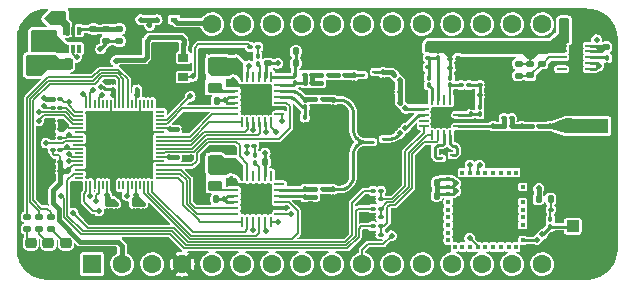
<source format=gtl>
%TF.GenerationSoftware,KiCad,Pcbnew,(5.99.0-6542-g16b0689841)*%
%TF.CreationDate,2021-03-01T15:30:54-08:00*%
%TF.ProjectId,LoRa-GW-FeatherWing,4c6f5261-2d47-4572-9d46-656174686572,rev?*%
%TF.SameCoordinates,Original*%
%TF.FileFunction,Copper,L1,Top*%
%TF.FilePolarity,Positive*%
%FSLAX46Y46*%
G04 Gerber Fmt 4.6, Leading zero omitted, Abs format (unit mm)*
G04 Created by KiCad (PCBNEW (5.99.0-6542-g16b0689841)) date 2021-03-01 15:30:54*
%MOMM*%
%LPD*%
G01*
G04 APERTURE LIST*
G04 Aperture macros list*
%AMRoundRect*
0 Rectangle with rounded corners*
0 $1 Rounding radius*
0 $2 $3 $4 $5 $6 $7 $8 $9 X,Y pos of 4 corners*
0 Add a 4 corners polygon primitive as box body*
4,1,4,$2,$3,$4,$5,$6,$7,$8,$9,$2,$3,0*
0 Add four circle primitives for the rounded corners*
1,1,$1+$1,$2,$3,0*
1,1,$1+$1,$4,$5,0*
1,1,$1+$1,$6,$7,0*
1,1,$1+$1,$8,$9,0*
0 Add four rect primitives between the rounded corners*
20,1,$1+$1,$2,$3,$4,$5,0*
20,1,$1+$1,$4,$5,$6,$7,0*
20,1,$1+$1,$6,$7,$8,$9,0*
20,1,$1+$1,$8,$9,$2,$3,0*%
G04 Aperture macros list end*
%TA.AperFunction,ComponentPad*%
%ADD10C,1.600000*%
%TD*%
%TA.AperFunction,ComponentPad*%
%ADD11R,1.600000X1.600000*%
%TD*%
%TA.AperFunction,SMDPad,CuDef*%
%ADD12RoundRect,0.140000X-0.140000X-0.170000X0.140000X-0.170000X0.140000X0.170000X-0.140000X0.170000X0*%
%TD*%
%TA.AperFunction,SMDPad,CuDef*%
%ADD13RoundRect,0.218750X0.256250X-0.218750X0.256250X0.218750X-0.256250X0.218750X-0.256250X-0.218750X0*%
%TD*%
%TA.AperFunction,SMDPad,CuDef*%
%ADD14RoundRect,0.140000X0.140000X0.170000X-0.140000X0.170000X-0.140000X-0.170000X0.140000X-0.170000X0*%
%TD*%
%TA.AperFunction,SMDPad,CuDef*%
%ADD15RoundRect,0.100000X0.100000X-0.130000X0.100000X0.130000X-0.100000X0.130000X-0.100000X-0.130000X0*%
%TD*%
%TA.AperFunction,SMDPad,CuDef*%
%ADD16RoundRect,0.218750X-0.381250X0.218750X-0.381250X-0.218750X0.381250X-0.218750X0.381250X0.218750X0*%
%TD*%
%TA.AperFunction,SMDPad,CuDef*%
%ADD17R,0.500000X0.500000*%
%TD*%
%TA.AperFunction,SMDPad,CuDef*%
%ADD18R,0.300000X0.400000*%
%TD*%
%TA.AperFunction,SMDPad,CuDef*%
%ADD19R,0.400000X0.300000*%
%TD*%
%TA.AperFunction,SMDPad,CuDef*%
%ADD20RoundRect,0.100000X0.130000X0.100000X-0.130000X0.100000X-0.130000X-0.100000X0.130000X-0.100000X0*%
%TD*%
%TA.AperFunction,SMDPad,CuDef*%
%ADD21RoundRect,0.135000X0.185000X-0.135000X0.185000X0.135000X-0.185000X0.135000X-0.185000X-0.135000X0*%
%TD*%
%TA.AperFunction,SMDPad,CuDef*%
%ADD22RoundRect,0.100000X-0.162635X0.021213X0.021213X-0.162635X0.162635X-0.021213X-0.021213X0.162635X0*%
%TD*%
%TA.AperFunction,SMDPad,CuDef*%
%ADD23RoundRect,0.100000X0.021213X0.162635X-0.162635X-0.021213X-0.021213X-0.162635X0.162635X0.021213X0*%
%TD*%
%TA.AperFunction,SMDPad,CuDef*%
%ADD24RoundRect,0.100000X-0.100000X0.130000X-0.100000X-0.130000X0.100000X-0.130000X0.100000X0.130000X0*%
%TD*%
%TA.AperFunction,SMDPad,CuDef*%
%ADD25R,0.180000X0.250000*%
%TD*%
%TA.AperFunction,SMDPad,CuDef*%
%ADD26RoundRect,0.135000X-0.185000X0.135000X-0.185000X-0.135000X0.185000X-0.135000X0.185000X0.135000X0*%
%TD*%
%TA.AperFunction,SMDPad,CuDef*%
%ADD27RoundRect,0.100000X-0.130000X-0.100000X0.130000X-0.100000X0.130000X0.100000X-0.130000X0.100000X0*%
%TD*%
%TA.AperFunction,SMDPad,CuDef*%
%ADD28RoundRect,0.140000X0.170000X-0.140000X0.170000X0.140000X-0.170000X0.140000X-0.170000X-0.140000X0*%
%TD*%
%TA.AperFunction,SMDPad,CuDef*%
%ADD29R,4.200000X1.350000*%
%TD*%
%TA.AperFunction,SMDPad,CuDef*%
%ADD30R,3.600000X1.270000*%
%TD*%
%TA.AperFunction,SMDPad,CuDef*%
%ADD31R,0.340000X0.700000*%
%TD*%
%TA.AperFunction,SMDPad,CuDef*%
%ADD32R,2.500000X2.500000*%
%TD*%
%TA.AperFunction,SMDPad,CuDef*%
%ADD33RoundRect,0.062500X-0.375000X0.062500X-0.375000X-0.062500X0.375000X-0.062500X0.375000X0.062500X0*%
%TD*%
%TA.AperFunction,SMDPad,CuDef*%
%ADD34RoundRect,0.062500X-0.062500X0.375000X-0.062500X-0.375000X0.062500X-0.375000X0.062500X0.375000X0*%
%TD*%
%TA.AperFunction,SMDPad,CuDef*%
%ADD35RoundRect,0.250000X-0.850000X0.375000X-0.850000X-0.375000X0.850000X-0.375000X0.850000X0.375000X0*%
%TD*%
%TA.AperFunction,SMDPad,CuDef*%
%ADD36R,5.613400X5.613400*%
%TD*%
%TA.AperFunction,SMDPad,CuDef*%
%ADD37R,0.177800X0.736600*%
%TD*%
%TA.AperFunction,SMDPad,CuDef*%
%ADD38R,0.177800X0.762000*%
%TD*%
%TA.AperFunction,SMDPad,CuDef*%
%ADD39R,0.736600X0.177800*%
%TD*%
%TA.AperFunction,SMDPad,CuDef*%
%ADD40R,0.762000X0.177800*%
%TD*%
%TA.AperFunction,SMDPad,CuDef*%
%ADD41R,1.200000X2.000000*%
%TD*%
%TA.AperFunction,SMDPad,CuDef*%
%ADD42RoundRect,0.062500X-0.350000X-0.062500X0.350000X-0.062500X0.350000X0.062500X-0.350000X0.062500X0*%
%TD*%
%TA.AperFunction,SMDPad,CuDef*%
%ADD43R,0.600000X0.450000*%
%TD*%
%TA.AperFunction,SMDPad,CuDef*%
%ADD44RoundRect,0.100000X0.162635X-0.021213X-0.021213X0.162635X-0.162635X0.021213X0.021213X-0.162635X0*%
%TD*%
%TA.AperFunction,SMDPad,CuDef*%
%ADD45R,2.200000X1.050000*%
%TD*%
%TA.AperFunction,SMDPad,CuDef*%
%ADD46R,1.050000X1.000000*%
%TD*%
%TA.AperFunction,SMDPad,CuDef*%
%ADD47R,0.850000X0.650000*%
%TD*%
%TA.AperFunction,SMDPad,CuDef*%
%ADD48RoundRect,0.225000X-0.225000X-0.250000X0.225000X-0.250000X0.225000X0.250000X-0.225000X0.250000X0*%
%TD*%
%TA.AperFunction,SMDPad,CuDef*%
%ADD49RoundRect,0.140000X-0.170000X0.140000X-0.170000X-0.140000X0.170000X-0.140000X0.170000X0.140000X0*%
%TD*%
%TA.AperFunction,SMDPad,CuDef*%
%ADD50R,1.750000X1.750000*%
%TD*%
%TA.AperFunction,SMDPad,CuDef*%
%ADD51RoundRect,0.062500X-0.062500X-0.325000X0.062500X-0.325000X0.062500X0.325000X-0.062500X0.325000X0*%
%TD*%
%TA.AperFunction,SMDPad,CuDef*%
%ADD52RoundRect,0.062500X-0.325000X-0.062500X0.325000X-0.062500X0.325000X0.062500X-0.325000X0.062500X0*%
%TD*%
%TA.AperFunction,SMDPad,CuDef*%
%ADD53RoundRect,0.135000X-0.135000X-0.185000X0.135000X-0.185000X0.135000X0.185000X-0.135000X0.185000X0*%
%TD*%
%TA.AperFunction,ViaPad*%
%ADD54C,0.503200*%
%TD*%
%TA.AperFunction,Conductor*%
%ADD55C,0.127000*%
%TD*%
%TA.AperFunction,Conductor*%
%ADD56C,0.200000*%
%TD*%
%TA.AperFunction,Conductor*%
%ADD57C,0.250000*%
%TD*%
%TA.AperFunction,Conductor*%
%ADD58C,0.400000*%
%TD*%
%TA.AperFunction,Conductor*%
%ADD59C,0.800000*%
%TD*%
%TA.AperFunction,Conductor*%
%ADD60C,0.130000*%
%TD*%
G04 APERTURE END LIST*
D10*
%TO.P,A1,28,VBAT*%
%TO.N,+BATT*%
X119660000Y-57380000D03*
%TO.P,A1,27,EN*%
%TO.N,Net-(A1-Pad27)*%
X122200000Y-57380000D03*
%TO.P,A1,26,USB*%
%TO.N,VBUS*%
X124740000Y-57380000D03*
%TO.P,A1,25,D6*%
%TO.N,HOST_CSN*%
X127280000Y-57380000D03*
%TO.P,A1,24,D5*%
%TO.N,HOST_RESET*%
X129820000Y-57380000D03*
%TO.P,A1,23,D4*%
%TO.N,Net-(A1-Pad23)*%
X132360000Y-57380000D03*
%TO.P,A1,22,D3*%
%TO.N,Net-(A1-Pad22)*%
X134900000Y-57380000D03*
%TO.P,A1,21,D2*%
%TO.N,Net-(A1-Pad21)*%
X137440000Y-57380000D03*
%TO.P,A1,20,D1*%
%TO.N,Net-(A1-Pad20)*%
X139980000Y-57380000D03*
%TO.P,A1,19,D0*%
%TO.N,Net-(A1-Pad19)*%
X142520000Y-57380000D03*
%TO.P,A1,18,SCL*%
%TO.N,Net-(A1-Pad18)*%
X145060000Y-57380000D03*
%TO.P,A1,17,SDA*%
%TO.N,Net-(A1-Pad17)*%
X147600000Y-57380000D03*
%TO.P,A1,16,SPARE*%
%TO.N,Net-(A1-Pad16)*%
X147600000Y-77700000D03*
%TO.P,A1,15,TX*%
%TO.N,GPS_RX*%
X145060000Y-77700000D03*
%TO.P,A1,14,RX*%
%TO.N,GPS_TX*%
X142520000Y-77700000D03*
%TO.P,A1,13,MISO*%
%TO.N,HOST_MISO*%
X139980000Y-77700000D03*
%TO.P,A1,12,MOSI*%
%TO.N,HOST_MOSI*%
X137440000Y-77700000D03*
%TO.P,A1,11,SCK*%
%TO.N,HOST_SCK*%
X134900000Y-77700000D03*
%TO.P,A1,10,A5*%
%TO.N,GPS_PPS*%
X132360000Y-77700000D03*
%TO.P,A1,9,A4*%
%TO.N,Net-(A1-Pad9)*%
X129820000Y-77700000D03*
%TO.P,A1,8,A3*%
%TO.N,Net-(A1-Pad8)*%
X127280000Y-77700000D03*
%TO.P,A1,7,A2*%
%TO.N,Net-(A1-Pad7)*%
X124740000Y-77700000D03*
%TO.P,A1,6,A1*%
%TO.N,Net-(A1-Pad6)*%
X122200000Y-77700000D03*
%TO.P,A1,5,A0*%
%TO.N,Net-(A1-Pad5)*%
X119660000Y-77700000D03*
%TO.P,A1,4,GND*%
%TO.N,GND*%
X117120000Y-77700000D03*
%TO.P,A1,3,AREF*%
%TO.N,Net-(A1-Pad3)*%
X114580000Y-77700000D03*
%TO.P,A1,2,3V3*%
%TO.N,+3V3*%
X112040000Y-77700000D03*
D11*
%TO.P,A1,1,~RESET*%
%TO.N,Net-(A1-Pad1)*%
X109500000Y-77700000D03*
%TD*%
D12*
%TO.P,C42,2*%
%TO.N,VDD_RF*%
X138080000Y-59440000D03*
%TO.P,C42,1*%
%TO.N,GND*%
X137120000Y-59440000D03*
%TD*%
%TO.P,C35,2*%
%TO.N,GND*%
X150530000Y-58200000D03*
%TO.P,C35,1*%
%TO.N,VDD_RF*%
X149570000Y-58200000D03*
%TD*%
D13*
%TO.P,D1,2,A*%
%TO.N,Net-(D1-Pad2)*%
X104300000Y-75912500D03*
%TO.P,D1,1,K*%
%TO.N,GND*%
X104300000Y-77487500D03*
%TD*%
D14*
%TO.P,C2,2*%
%TO.N,GND*%
X119070000Y-63900000D03*
%TO.P,C2,1*%
%TO.N,VDD_RF*%
X120030000Y-63900000D03*
%TD*%
D15*
%TO.P,L5,2,2*%
%TO.N,Net-(C15-Pad2)*%
X127500000Y-63780000D03*
%TO.P,L5,1,1*%
%TO.N,Net-(C13-Pad2)*%
X127500000Y-64420000D03*
%TD*%
D16*
%TO.P,L1,2,2*%
%TO.N,Net-(L1-Pad2)*%
X119900000Y-62762500D03*
%TO.P,L1,1,1*%
%TO.N,Net-(C5-Pad1)*%
X119900000Y-60637500D03*
%TD*%
D17*
%TO.P,U8,43,GND*%
%TO.N,GND*%
X141500000Y-71800000D03*
%TO.P,U8,42,GND*%
X142800000Y-71800000D03*
%TO.P,U8,41,GND*%
X144100000Y-71800000D03*
%TO.P,U8,40,GND*%
X142800000Y-73100000D03*
%TO.P,U8,39,GND*%
X144100000Y-73100000D03*
%TO.P,U8,38,GND*%
X142800000Y-74400000D03*
%TO.P,U8,37,GND*%
X144100000Y-74400000D03*
D18*
%TO.P,U8,36*%
%TO.N,N/C*%
X145400000Y-76250000D03*
%TO.P,U8,35*%
X144750000Y-76250000D03*
%TO.P,U8,34*%
X144100000Y-76250000D03*
%TO.P,U8,33*%
X143450000Y-76250000D03*
%TO.P,U8,32*%
X142800000Y-76250000D03*
%TO.P,U8,31,PPS*%
%TO.N,GPS_PPS*%
X142150000Y-76250000D03*
%TO.P,U8,30*%
%TO.N,N/C*%
X141500000Y-76250000D03*
%TO.P,U8,29*%
X140850000Y-76250000D03*
%TO.P,U8,28*%
X140200000Y-76250000D03*
D19*
%TO.P,U8,27*%
X139650000Y-75700000D03*
%TO.P,U8,26*%
X139650000Y-75050000D03*
%TO.P,U8,25*%
X139650000Y-74400000D03*
%TO.P,U8,24*%
X139650000Y-73750000D03*
%TO.P,U8,23*%
X139650000Y-73100000D03*
%TO.P,U8,22*%
X139650000Y-72450000D03*
%TO.P,U8,21,V_BCKP*%
%TO.N,+3V3*%
X139650000Y-71800000D03*
%TO.P,U8,20,VCC_IO*%
X139650000Y-71150000D03*
%TO.P,U8,19,VCC*%
X139650000Y-70500000D03*
D18*
%TO.P,U8,18,GND*%
%TO.N,GND*%
X140200000Y-69950000D03*
%TO.P,U8,17*%
%TO.N,N/C*%
X140850000Y-69950000D03*
%TO.P,U8,16,TX*%
%TO.N,GPS_TX*%
X141500000Y-69950000D03*
%TO.P,U8,15,RX*%
%TO.N,GPS_RX*%
X142150000Y-69950000D03*
%TO.P,U8,14*%
%TO.N,N/C*%
X142800000Y-69950000D03*
%TO.P,U8,13*%
X143450000Y-69950000D03*
%TO.P,U8,12*%
X144100000Y-69950000D03*
%TO.P,U8,11*%
X144750000Y-69950000D03*
%TO.P,U8,10*%
X145400000Y-69950000D03*
D19*
%TO.P,U8,9,GND*%
%TO.N,GND*%
X145950000Y-70500000D03*
%TO.P,U8,8*%
%TO.N,N/C*%
X145950000Y-71150000D03*
%TO.P,U8,7,GND*%
%TO.N,GND*%
X145950000Y-71800000D03*
%TO.P,U8,6*%
%TO.N,N/C*%
X145950000Y-72450000D03*
%TO.P,U8,5*%
X145950000Y-73100000D03*
%TO.P,U8,4*%
X145950000Y-73750000D03*
%TO.P,U8,3*%
X145950000Y-74400000D03*
%TO.P,U8,2,GND*%
%TO.N,GND*%
X145950000Y-75050000D03*
%TO.P,U8,1,ANT*%
%TO.N,Net-(C60-Pad2)*%
X145950000Y-75700000D03*
%TD*%
D20*
%TO.P,C16,2*%
%TO.N,Net-(C16-Pad2)*%
X128380000Y-71350000D03*
%TO.P,C16,1*%
%TO.N,Net-(C15-Pad1)*%
X129020000Y-71350000D03*
%TD*%
D21*
%TO.P,R4,2*%
%TO.N,Net-(C31-Pad2)*%
X147600000Y-60740000D03*
%TO.P,R4,1*%
%TO.N,GND*%
X147600000Y-61760000D03*
%TD*%
D22*
%TO.P,L15,2,2*%
%TO.N,Net-(C51-Pad2)*%
X135526274Y-62126274D03*
%TO.P,L15,1,1*%
%TO.N,Net-(C49-Pad2)*%
X135073726Y-61673726D03*
%TD*%
D23*
%TO.P,C50,2*%
%TO.N,Net-(C50-Pad2)*%
X135573726Y-66626274D03*
%TO.P,C50,1*%
%TO.N,Net-(C50-Pad1)*%
X136026274Y-66173726D03*
%TD*%
D24*
%TO.P,C53,2*%
%TO.N,GND*%
X113800000Y-73220000D03*
%TO.P,C53,1*%
%TO.N,+3V3*%
X113800000Y-72580000D03*
%TD*%
D20*
%TO.P,R10,2*%
%TO.N,HOST_MISO*%
X106160000Y-64450000D03*
%TO.P,R10,1*%
%TO.N,Net-(R10-Pad1)*%
X106800000Y-64450000D03*
%TD*%
D24*
%TO.P,C28,2*%
%TO.N,GND*%
X111500000Y-73220000D03*
%TO.P,C28,1*%
%TO.N,+1V2*%
X111500000Y-72580000D03*
%TD*%
D25*
%TO.P,FL2,5*%
%TO.N,GND*%
X133700000Y-67350000D03*
%TO.P,FL2,4*%
%TO.N,Net-(C15-Pad1)*%
X133315000Y-67350000D03*
%TO.P,FL2,3*%
%TO.N,GND*%
X133315000Y-66850000D03*
%TO.P,FL2,2*%
X133700000Y-66850000D03*
%TO.P,FL2,1*%
%TO.N,Net-(C50-Pad2)*%
X134085000Y-67100000D03*
%TD*%
D12*
%TO.P,C3,2*%
%TO.N,GND*%
X125100000Y-69085000D03*
%TO.P,C3,1*%
%TO.N,VDD_RF*%
X124140000Y-69085000D03*
%TD*%
D21*
%TO.P,R12,2*%
%TO.N,Net-(R12-Pad2)*%
X105000000Y-73690000D03*
%TO.P,R12,1*%
%TO.N,Net-(D2-Pad2)*%
X105000000Y-74710000D03*
%TD*%
D26*
%TO.P,R5,2*%
%TO.N,+1V2*%
X111800000Y-58810000D03*
%TO.P,R5,1*%
%TO.N,Net-(C32-Pad2)*%
X111800000Y-57790000D03*
%TD*%
D12*
%TO.P,C30,2*%
%TO.N,GND*%
X107980000Y-56800000D03*
%TO.P,C30,1*%
%TO.N,VBUS*%
X107020000Y-56800000D03*
%TD*%
D20*
%TO.P,C12,2*%
%TO.N,Net-(C11-Pad2)*%
X128880000Y-62400000D03*
%TO.P,C12,1*%
%TO.N,GND*%
X129520000Y-62400000D03*
%TD*%
%TO.P,C39,2*%
%TO.N,Net-(C37-Pad2)*%
X144370000Y-65350000D03*
%TO.P,C39,1*%
%TO.N,Net-(C39-Pad1)*%
X145010000Y-65350000D03*
%TD*%
D14*
%TO.P,C65,2*%
%TO.N,GND*%
X137720000Y-70800000D03*
%TO.P,C65,1*%
%TO.N,+3V3*%
X138680000Y-70800000D03*
%TD*%
D27*
%TO.P,C40,2*%
%TO.N,Net-(C38-Pad2)*%
X137920000Y-60240000D03*
%TO.P,C40,1*%
%TO.N,GND*%
X137280000Y-60240000D03*
%TD*%
D28*
%TO.P,C5,2*%
%TO.N,GND*%
X121300000Y-59700000D03*
%TO.P,C5,1*%
%TO.N,Net-(C5-Pad1)*%
X121300000Y-60660000D03*
%TD*%
D20*
%TO.P,C46,2*%
%TO.N,VDD_RF*%
X139830000Y-61100000D03*
%TO.P,C46,1*%
%TO.N,GND*%
X140470000Y-61100000D03*
%TD*%
D29*
%TO.P,J1,2,Ext*%
%TO.N,GND*%
X151200000Y-63175000D03*
X151200000Y-68825000D03*
D30*
%TO.P,J1,1,In*%
%TO.N,Net-(C45-Pad2)*%
X151400000Y-66000000D03*
%TD*%
D27*
%TO.P,L4,2,2*%
%TO.N,Net-(C11-Pad2)*%
X128120000Y-61700000D03*
%TO.P,L4,1,1*%
%TO.N,Net-(C11-Pad1)*%
X127480000Y-61700000D03*
%TD*%
D20*
%TO.P,C55,2*%
%TO.N,GND*%
X106160000Y-69100000D03*
%TO.P,C55,1*%
%TO.N,+3V3*%
X106800000Y-69100000D03*
%TD*%
D31*
%TO.P,U6,6,NC*%
%TO.N,Net-(U6-Pad6)*%
X108400000Y-59450000D03*
%TO.P,U6,5,EN*%
%TO.N,VBUS*%
X107900000Y-59450000D03*
%TO.P,U6,4,SW*%
%TO.N,Net-(L17-Pad1)*%
X107400000Y-59450000D03*
%TO.P,U6,3,VIN*%
%TO.N,VBUS*%
X107400000Y-57950000D03*
%TO.P,U6,2,GND*%
%TO.N,GND*%
X107900000Y-57950000D03*
%TO.P,U6,1,FB*%
%TO.N,Net-(C32-Pad2)*%
X108400000Y-57950000D03*
%TD*%
D27*
%TO.P,R8,2*%
%TO.N,HOST_CSN*%
X106800000Y-63750000D03*
%TO.P,R8,1*%
%TO.N,+3V3*%
X106160000Y-63750000D03*
%TD*%
D32*
%TO.P,U3,25,GND*%
%TO.N,GND*%
X123400000Y-72185000D03*
D33*
%TO.P,U3,24,RFO*%
%TO.N,Net-(U3-Pad24)*%
X125337500Y-70935000D03*
%TO.P,U3,23,RFI_N*%
%TO.N,Net-(C16-Pad2)*%
X125337500Y-71435000D03*
%TO.P,U3,22,RFI_P*%
%TO.N,Net-(C14-Pad2)*%
X125337500Y-71935000D03*
%TO.P,U3,21,DIO4*%
%TO.N,RADIO_B_IQ3*%
X125337500Y-72435000D03*
%TO.P,U3,20,GND*%
%TO.N,GND*%
X125337500Y-72935000D03*
%TO.P,U3,19,NSS*%
%TO.N,RADIOB_CSN*%
X125337500Y-73435000D03*
D34*
%TO.P,U3,18,SCK*%
%TO.N,RADIOB_SCK*%
X124650000Y-74122500D03*
%TO.P,U3,17,MOSI_RX*%
%TO.N,RADIOB_MOSI*%
X124150000Y-74122500D03*
%TO.P,U3,16,MISO_TX*%
%TO.N,RADIOB_MISO*%
X123650000Y-74122500D03*
%TO.P,U3,15,NRESET*%
%TO.N,RADIOB_RESET*%
X123150000Y-74122500D03*
%TO.P,U3,14,BUSY*%
%TO.N,RADIOB_32M*%
X122650000Y-74122500D03*
%TO.P,U3,13,DIO1*%
%TO.N,RADIO_B_IQ0*%
X122150000Y-74122500D03*
D33*
%TO.P,U3,12,DIO2*%
%TO.N,RADIO_B_IQ1*%
X121462500Y-73435000D03*
%TO.P,U3,11,DIO5*%
%TO.N,RADIO_B_CLK*%
X121462500Y-72935000D03*
%TO.P,U3,10,VBAT_DIO*%
%TO.N,VDD_RF*%
X121462500Y-72435000D03*
%TO.P,U3,9,VBAT_RF*%
X121462500Y-71935000D03*
%TO.P,U3,8,DCC_SW*%
%TO.N,Net-(L2-Pad2)*%
X121462500Y-71435000D03*
%TO.P,U3,7,GND*%
%TO.N,GND*%
X121462500Y-70935000D03*
D34*
%TO.P,U3,6,VREG*%
%TO.N,Net-(C6-Pad1)*%
X122150000Y-70247500D03*
%TO.P,U3,5,DIO3*%
%TO.N,RADIO_B_IQ2*%
X122650000Y-70247500D03*
%TO.P,U3,4,XTB*%
%TO.N,Net-(U3-Pad4)*%
X123150000Y-70247500D03*
%TO.P,U3,3,XTA*%
%TO.N,Net-(C9-Pad1)*%
X123650000Y-70247500D03*
%TO.P,U3,2,VDD_IN*%
%TO.N,VDD_RF*%
X124150000Y-70247500D03*
%TO.P,U3,1,VR_PA*%
%TO.N,Net-(U3-Pad1)*%
X124650000Y-70247500D03*
%TD*%
D35*
%TO.P,L17,2,2*%
%TO.N,+1V2*%
X105400000Y-60675000D03*
%TO.P,L17,1,1*%
%TO.N,Net-(L17-Pad1)*%
X105400000Y-58525000D03*
%TD*%
D28*
%TO.P,C6,2*%
%TO.N,GND*%
X121250000Y-68020000D03*
%TO.P,C6,1*%
%TO.N,Net-(C6-Pad1)*%
X121250000Y-68980000D03*
%TD*%
D36*
%TO.P,U1,69,GND*%
%TO.N,GND*%
X111800000Y-67600000D03*
D37*
%TO.P,U1,68,RADIO_A_CSN*%
%TO.N,RADIOA_CSN*%
X109000001Y-64158300D03*
D38*
%TO.P,U1,67,RADIO_A_MOSI*%
%TO.N,RADIOA_MOSI*%
X109350000Y-64171000D03*
%TO.P,U1,66,GPIO0*%
%TO.N,Net-(U1-Pad66)*%
X109699999Y-64171000D03*
%TO.P,U1,65,RADIO_A_SCK*%
%TO.N,RADIOA_SCK*%
X110050001Y-64171000D03*
%TO.P,U1,64,GPIO1*%
%TO.N,Net-(U1-Pad64)*%
X110400000Y-64171000D03*
%TO.P,U1,63,GPIO2*%
%TO.N,Net-(U1-Pad63)*%
X110750000Y-64171000D03*
%TO.P,U1,62,GND*%
%TO.N,GND*%
X111099999Y-64171000D03*
%TO.P,U1,61,VCC_IO*%
%TO.N,+3V3*%
X111450001Y-64171000D03*
%TO.P,U1,60,GPIO3*%
%TO.N,Net-(R13-Pad2)*%
X111800000Y-64171000D03*
%TO.P,U1,59,GPIO4*%
%TO.N,Net-(R12-Pad2)*%
X112149999Y-64171000D03*
%TO.P,U1,58,GPIO5*%
%TO.N,Net-(R11-Pad2)*%
X112500001Y-64171000D03*
%TO.P,U1,57,GPIO6*%
%TO.N,Net-(U1-Pad57)*%
X112850000Y-64171000D03*
%TO.P,U1,56,VCC_CORE*%
%TO.N,+1V2*%
X113200000Y-64171000D03*
%TO.P,U1,55,GND*%
%TO.N,GND*%
X113550002Y-64171000D03*
%TO.P,U1,54,GPIO7*%
%TO.N,Net-(U1-Pad54)*%
X113900001Y-64171000D03*
%TO.P,U1,53,GPIO8*%
%TO.N,Net-(U1-Pad53)*%
X114250000Y-64171000D03*
D37*
%TO.P,U1,52,GPIO9*%
%TO.N,Net-(U1-Pad52)*%
X114599999Y-64158300D03*
D39*
%TO.P,U1,51,GPIO10*%
%TO.N,Net-(U1-Pad51)*%
X115241700Y-64800001D03*
D40*
%TO.P,U1,50,GPIO11*%
%TO.N,Net-(U1-Pad50)*%
X115229000Y-65150000D03*
%TO.P,U1,49,RADIO_A_IQ2*%
%TO.N,RADIO_A_IQ2*%
X115229000Y-65499999D03*
%TO.P,U1,48,RADIO_A_IQ4*%
%TO.N,RADIO_A_CLK*%
X115229000Y-65850001D03*
%TO.P,U1,47,VCC_IO*%
%TO.N,+3V3*%
X115229000Y-66200000D03*
%TO.P,U1,46,GND*%
%TO.N,GND*%
X115229000Y-66550000D03*
%TO.P,U1,45,RADIO_A_IQ1*%
%TO.N,RADIO_A_IQ1*%
X115229000Y-66899999D03*
%TO.P,U1,44,RADIO_A_IQ0*%
%TO.N,RADIO_A_IQ0*%
X115229000Y-67250001D03*
%TO.P,U1,43,RADIO_A_CLK_I*%
%TO.N,RADIOA_32M*%
X115229000Y-67600000D03*
%TO.P,U1,42,RADIO_A_MISO*%
%TO.N,RADIOA_MISO*%
X115229000Y-67949999D03*
%TO.P,U1,41,RADIO_A_IQ3*%
%TO.N,RADIO_A_IQ3*%
X115229000Y-68300001D03*
%TO.P,U1,40,VCC_CORE*%
%TO.N,+1V2*%
X115229000Y-68650000D03*
%TO.P,U1,39,GND*%
%TO.N,GND*%
X115229000Y-69000000D03*
%TO.P,U1,38,RADIO_B_IQ2*%
%TO.N,RADIO_B_IQ2*%
X115229000Y-69350002D03*
%TO.P,U1,37,RADIO_B_IQ4*%
%TO.N,RADIO_B_CLK*%
X115229000Y-69700001D03*
%TO.P,U1,36,RADIO_B_IQ1*%
%TO.N,RADIO_B_IQ1*%
X115229000Y-70050000D03*
D39*
%TO.P,U1,35,RADIO_B_IQ0*%
%TO.N,RADIO_B_IQ0*%
X115241700Y-70399999D03*
D37*
%TO.P,U1,34,RADIO_B_CLK_I*%
%TO.N,RADIOB_32M*%
X114599999Y-71041700D03*
D38*
%TO.P,U1,33,RADIO_B_MISO*%
%TO.N,RADIOB_MISO*%
X114250000Y-71029000D03*
%TO.P,U1,32,RADIO_B_IQ3*%
%TO.N,RADIO_B_IQ3*%
X113900001Y-71029000D03*
%TO.P,U1,31,RADIO_CTRL11*%
%TO.N,Net-(U1-Pad31)*%
X113549999Y-71029000D03*
%TO.P,U1,30,VCC_IO*%
%TO.N,+3V3*%
X113200000Y-71029000D03*
%TO.P,U1,29,RADIO_CTRL10*%
%TO.N,Net-(U1-Pad29)*%
X112850000Y-71029000D03*
%TO.P,U1,28,RADIO_CTRL9*%
%TO.N,RADIOB_RESET*%
X112500001Y-71029000D03*
%TO.P,U1,27,RADIO_CTRL8*%
%TO.N,Net-(U1-Pad27)*%
X112149999Y-71029000D03*
%TO.P,U1,26,RADIO_CTRL7*%
%TO.N,Net-(U1-Pad26)*%
X111800000Y-71029000D03*
%TO.P,U1,25,GND*%
%TO.N,GND*%
X111450001Y-71029000D03*
%TO.P,U1,24,GND*%
X111099999Y-71029000D03*
%TO.P,U1,23,VCC_CORE*%
%TO.N,+1V2*%
X110750000Y-71029000D03*
%TO.P,U1,22,RADIO_CTRL6*%
%TO.N,Net-(U1-Pad22)*%
X110400000Y-71029000D03*
%TO.P,U1,21,RADIO_B_SCK*%
%TO.N,RADIOB_SCK*%
X110049998Y-71029000D03*
%TO.P,U1,20,SP_VALID*%
%TO.N,GND*%
X109699999Y-71029000D03*
%TO.P,U1,19,RADIO_B_MOSI*%
%TO.N,RADIOB_MOSI*%
X109350000Y-71029000D03*
D37*
%TO.P,U1,18,RADIO_B_CSN*%
%TO.N,RADIOB_CSN*%
X109000001Y-71041700D03*
D39*
%TO.P,U1,17,RADIO_CTRL5*%
%TO.N,Net-(U1-Pad17)*%
X108358300Y-70399999D03*
D40*
%TO.P,U1,16,RADIO_CTRL4*%
%TO.N,SX1303_PA_ON*%
X108371000Y-70050000D03*
%TO.P,U1,15,GND*%
%TO.N,GND*%
X108371000Y-69700001D03*
%TO.P,U1,14,VCC_IO*%
%TO.N,+3V3*%
X108371000Y-69349999D03*
%TO.P,U1,13,RADIO_CTRL3*%
%TO.N,RADIOA_RESET*%
X108371000Y-69000000D03*
%TO.P,U1,12,RADIO_CTRL2*%
%TO.N,SX1303_TXRX*%
X108371000Y-68650000D03*
%TO.P,U1,11,RADIO_CTRL1*%
%TO.N,Net-(U1-Pad11)*%
X108371000Y-68300001D03*
%TO.P,U1,10,RADIO_CTRL0*%
%TO.N,SX1303_CSD*%
X108371000Y-67949999D03*
%TO.P,U1,9,GND*%
%TO.N,GND*%
X108371000Y-67600000D03*
%TO.P,U1,8,PPS*%
%TO.N,GPS_PPS*%
X108371000Y-67250001D03*
%TO.P,U1,7,RESET*%
%TO.N,HOST_RESET*%
X108371000Y-66899999D03*
%TO.P,U1,6,GND*%
%TO.N,GND*%
X108371000Y-66550000D03*
%TO.P,U1,5,VCC_CORE*%
%TO.N,+1V2*%
X108371000Y-66200000D03*
%TO.P,U1,4,HOST_SCK*%
%TO.N,HOST_SCK*%
X108371000Y-65849998D03*
%TO.P,U1,3,HOST_MOSI*%
%TO.N,HOST_MOSI*%
X108371000Y-65499999D03*
%TO.P,U1,2,HOST_MISO*%
%TO.N,Net-(R10-Pad1)*%
X108371000Y-65150000D03*
D39*
%TO.P,U1,1,CSN*%
%TO.N,HOST_CSN*%
X108358300Y-64800001D03*
%TD*%
D20*
%TO.P,C47,2*%
%TO.N,Net-(C44-Pad2)*%
X142330000Y-62550000D03*
%TO.P,C47,1*%
%TO.N,GND*%
X142970000Y-62550000D03*
%TD*%
%TO.P,C44,2*%
%TO.N,Net-(C44-Pad2)*%
X142330000Y-63400000D03*
%TO.P,C44,1*%
%TO.N,GND*%
X142970000Y-63400000D03*
%TD*%
D15*
%TO.P,C37,2*%
%TO.N,Net-(C37-Pad2)*%
X143450000Y-66030000D03*
%TO.P,C37,1*%
%TO.N,GND*%
X143450000Y-66670000D03*
%TD*%
%TO.P,L12,2,2*%
%TO.N,VDD_RF*%
X139800000Y-61920000D03*
%TO.P,L12,1,1*%
%TO.N,Net-(L10-Pad1)*%
X139800000Y-62560000D03*
%TD*%
D25*
%TO.P,FL1,5*%
%TO.N,GND*%
X132920000Y-61450000D03*
%TO.P,FL1,4*%
%TO.N,Net-(C49-Pad2)*%
X133305000Y-61450000D03*
%TO.P,FL1,3*%
%TO.N,GND*%
X133305000Y-61950000D03*
%TO.P,FL1,2*%
X132920000Y-61950000D03*
%TO.P,FL1,1*%
%TO.N,Net-(C20-Pad2)*%
X132535000Y-61700000D03*
%TD*%
D24*
%TO.P,C56,2*%
%TO.N,GND*%
X110750000Y-73220000D03*
%TO.P,C56,1*%
%TO.N,+1V2*%
X110750000Y-72580000D03*
%TD*%
D12*
%TO.P,C7,2*%
%TO.N,GND*%
X127700000Y-59700000D03*
%TO.P,C7,1*%
%TO.N,Net-(C10-Pad1)*%
X126740000Y-59700000D03*
%TD*%
D24*
%TO.P,C19,2*%
%TO.N,GND*%
X129900000Y-72020000D03*
%TO.P,C19,1*%
%TO.N,Net-(C15-Pad1)*%
X129900000Y-71380000D03*
%TD*%
D15*
%TO.P,C21,2*%
%TO.N,GND*%
X111250000Y-62280000D03*
%TO.P,C21,1*%
%TO.N,+3V3*%
X111250000Y-62920000D03*
%TD*%
D27*
%TO.P,C61,2*%
%TO.N,Net-(C61-Pad2)*%
X148320000Y-73100000D03*
%TO.P,C61,1*%
%TO.N,GND*%
X147680000Y-73100000D03*
%TD*%
%TO.P,C38,2*%
%TO.N,Net-(C38-Pad2)*%
X137920000Y-61040000D03*
%TO.P,C38,1*%
%TO.N,GND*%
X137280000Y-61040000D03*
%TD*%
D15*
%TO.P,L11,2,2*%
%TO.N,VDD_RF*%
X138800000Y-59620000D03*
%TO.P,L11,1,1*%
%TO.N,Net-(C38-Pad2)*%
X138800000Y-60260000D03*
%TD*%
D27*
%TO.P,C51,2*%
%TO.N,Net-(C51-Pad2)*%
X135520000Y-63100000D03*
%TO.P,C51,1*%
%TO.N,GND*%
X134880000Y-63100000D03*
%TD*%
D15*
%TO.P,C41,2*%
%TO.N,Net-(C39-Pad1)*%
X145850000Y-66030000D03*
%TO.P,C41,1*%
%TO.N,GND*%
X145850000Y-66670000D03*
%TD*%
D21*
%TO.P,R6,2*%
%TO.N,Net-(C32-Pad2)*%
X109600000Y-57790000D03*
%TO.P,R6,1*%
%TO.N,GND*%
X109600000Y-58810000D03*
%TD*%
%TO.P,R3,2*%
%TO.N,VDD_RF*%
X145600000Y-60740000D03*
%TO.P,R3,1*%
%TO.N,Net-(C31-Pad2)*%
X145600000Y-61760000D03*
%TD*%
D28*
%TO.P,C29,2*%
%TO.N,GND*%
X153000000Y-58370000D03*
%TO.P,C29,1*%
%TO.N,VBUS*%
X153000000Y-59330000D03*
%TD*%
D20*
%TO.P,C57,2*%
%TO.N,GND*%
X133280000Y-72200000D03*
%TO.P,C57,1*%
%TO.N,CSD*%
X133920000Y-72200000D03*
%TD*%
D41*
%TO.P,U4,11,GND*%
%TO.N,GND*%
X150450000Y-60200000D03*
D42*
%TO.P,U4,10,IN*%
%TO.N,VBUS*%
X151662500Y-59200000D03*
%TO.P,U4,9,IN*%
X151662500Y-59700000D03*
%TO.P,U4,8,NR/SS*%
%TO.N,Net-(C63-Pad1)*%
X151662500Y-60200000D03*
%TO.P,U4,7,EN*%
%TO.N,VBUS*%
X151662500Y-60700000D03*
%TO.P,U4,6,SS_CTRL*%
X151662500Y-61200000D03*
%TO.P,U4,5,PG*%
%TO.N,Net-(U4-Pad5)*%
X149237500Y-61200000D03*
%TO.P,U4,4,GND*%
%TO.N,GND*%
X149237500Y-60700000D03*
%TO.P,U4,3,FB*%
%TO.N,Net-(C31-Pad2)*%
X149237500Y-60200000D03*
%TO.P,U4,2,OUT*%
%TO.N,VDD_RF*%
X149237500Y-59700000D03*
%TO.P,U4,1,OUT*%
X149237500Y-59200000D03*
%TD*%
D43*
%TO.P,D4,2,A*%
%TO.N,+BATT*%
X116450000Y-57000000D03*
%TO.P,D4,1,K*%
%TO.N,VBUS*%
X114350000Y-57000000D03*
%TD*%
D24*
%TO.P,C18,2*%
%TO.N,GND*%
X129900000Y-64420000D03*
%TO.P,C18,1*%
%TO.N,Net-(C15-Pad1)*%
X129900000Y-63780000D03*
%TD*%
D27*
%TO.P,C11,2*%
%TO.N,Net-(C11-Pad2)*%
X128120000Y-62400000D03*
%TO.P,C11,1*%
%TO.N,Net-(C11-Pad1)*%
X127480000Y-62400000D03*
%TD*%
D24*
%TO.P,C48,2*%
%TO.N,Net-(C48-Pad2)*%
X141550000Y-65020000D03*
%TO.P,C48,1*%
%TO.N,GND*%
X141550000Y-64380000D03*
%TD*%
D44*
%TO.P,C52,2*%
%TO.N,Net-(C51-Pad2)*%
X135573726Y-64073726D03*
%TO.P,C52,1*%
%TO.N,Net-(C52-Pad1)*%
X136026274Y-64526274D03*
%TD*%
D24*
%TO.P,C63,2*%
%TO.N,GND*%
X153100000Y-60870000D03*
%TO.P,C63,1*%
%TO.N,Net-(C63-Pad1)*%
X153100000Y-60230000D03*
%TD*%
D20*
%TO.P,C25,2*%
%TO.N,GND*%
X106160000Y-66300000D03*
%TO.P,C25,1*%
%TO.N,+1V2*%
X106800000Y-66300000D03*
%TD*%
D15*
%TO.P,C49,2*%
%TO.N,Net-(C49-Pad2)*%
X134100000Y-61480000D03*
%TO.P,C49,1*%
%TO.N,GND*%
X134100000Y-62120000D03*
%TD*%
D20*
%TO.P,R1,2*%
%TO.N,TCXO_32Mhz*%
X122880000Y-59300000D03*
%TO.P,R1,1*%
%TO.N,Net-(C8-Pad2)*%
X123520000Y-59300000D03*
%TD*%
D21*
%TO.P,R13,2*%
%TO.N,Net-(R13-Pad2)*%
X106000000Y-73690000D03*
%TO.P,R13,1*%
%TO.N,Net-(D3-Pad2)*%
X106000000Y-74710000D03*
%TD*%
D15*
%TO.P,C13,2*%
%TO.N,Net-(C13-Pad2)*%
X127500000Y-65280000D03*
%TO.P,C13,1*%
%TO.N,GND*%
X127500000Y-65920000D03*
%TD*%
D45*
%TO.P,J2,2,Ext*%
%TO.N,GND*%
X151725000Y-75975000D03*
X151725000Y-73025000D03*
D46*
%TO.P,J2,1,In*%
%TO.N,Net-(C60-Pad1)*%
X150200000Y-74500000D03*
%TD*%
D27*
%TO.P,R14,2*%
%TO.N,CSD*%
X133920000Y-71500000D03*
%TO.P,R14,1*%
%TO.N,SX1303_CSD*%
X133280000Y-71500000D03*
%TD*%
%TO.P,L7,2,2*%
%TO.N,Net-(C20-Pad2)*%
X130920000Y-61700000D03*
%TO.P,L7,1,1*%
%TO.N,Net-(C17-Pad1)*%
X130280000Y-61700000D03*
%TD*%
D25*
%TO.P,FL3,5*%
%TO.N,GND*%
X139515000Y-68750000D03*
%TO.P,FL3,4*%
%TO.N,Net-(FL3-Pad4)*%
X139130000Y-68750000D03*
%TO.P,FL3,3*%
%TO.N,GND*%
X139130000Y-68250000D03*
%TO.P,FL3,2*%
X139515000Y-68250000D03*
%TO.P,FL3,1*%
%TO.N,Net-(FL3-Pad1)*%
X139900000Y-68500000D03*
%TD*%
D27*
%TO.P,R15,2*%
%TO.N,TXRX*%
X133920000Y-74500000D03*
%TO.P,R15,1*%
%TO.N,SX1303_TXRX*%
X133280000Y-74500000D03*
%TD*%
D20*
%TO.P,C43,2*%
%TO.N,VDD_RF*%
X139830000Y-60300000D03*
%TO.P,C43,1*%
%TO.N,GND*%
X140470000Y-60300000D03*
%TD*%
D13*
%TO.P,D3,2,A*%
%TO.N,Net-(D3-Pad2)*%
X107300000Y-75912500D03*
%TO.P,D3,1,K*%
%TO.N,GND*%
X107300000Y-77487500D03*
%TD*%
D15*
%TO.P,C45,2*%
%TO.N,Net-(C45-Pad2)*%
X148250000Y-66030000D03*
%TO.P,C45,1*%
%TO.N,GND*%
X148250000Y-66670000D03*
%TD*%
D13*
%TO.P,D2,2,A*%
%TO.N,Net-(D2-Pad2)*%
X105800000Y-75912500D03*
%TO.P,D2,1,K*%
%TO.N,GND*%
X105800000Y-77487500D03*
%TD*%
D20*
%TO.P,C62,2*%
%TO.N,GND*%
X116610000Y-59050000D03*
%TO.P,C62,1*%
%TO.N,+3V3*%
X117250000Y-59050000D03*
%TD*%
D15*
%TO.P,L6,2,2*%
%TO.N,Net-(C16-Pad2)*%
X127500000Y-71365000D03*
%TO.P,L6,1,1*%
%TO.N,Net-(C14-Pad2)*%
X127500000Y-72005000D03*
%TD*%
D32*
%TO.P,U2,25,GND*%
%TO.N,GND*%
X123400000Y-63775000D03*
D33*
%TO.P,U2,24,RFO*%
%TO.N,Net-(C11-Pad1)*%
X125337500Y-62525000D03*
%TO.P,U2,23,RFI_N*%
%TO.N,Net-(C15-Pad2)*%
X125337500Y-63025000D03*
%TO.P,U2,22,RFI_P*%
%TO.N,Net-(C13-Pad2)*%
X125337500Y-63525000D03*
%TO.P,U2,21,DIO4*%
%TO.N,RADIO_A_IQ3*%
X125337500Y-64025000D03*
%TO.P,U2,20,GND*%
%TO.N,GND*%
X125337500Y-64525000D03*
%TO.P,U2,19,NSS*%
%TO.N,RADIOA_CSN*%
X125337500Y-65025000D03*
D34*
%TO.P,U2,18,SCK*%
%TO.N,RADIOA_SCK*%
X124650000Y-65712500D03*
%TO.P,U2,17,MOSI_RX*%
%TO.N,RADIOA_MOSI*%
X124150000Y-65712500D03*
%TO.P,U2,16,MISO_TX*%
%TO.N,RADIOA_MISO*%
X123650000Y-65712500D03*
%TO.P,U2,15,NRESET*%
%TO.N,RADIOA_RESET*%
X123150000Y-65712500D03*
%TO.P,U2,14,BUSY*%
%TO.N,RADIOA_32M*%
X122650000Y-65712500D03*
%TO.P,U2,13,DIO1*%
%TO.N,RADIO_A_IQ0*%
X122150000Y-65712500D03*
D33*
%TO.P,U2,12,DIO2*%
%TO.N,RADIO_A_IQ1*%
X121462500Y-65025000D03*
%TO.P,U2,11,DIO5*%
%TO.N,RADIO_A_CLK*%
X121462500Y-64525000D03*
%TO.P,U2,10,VBAT_DIO*%
%TO.N,VDD_RF*%
X121462500Y-64025000D03*
%TO.P,U2,9,VBAT_RF*%
X121462500Y-63525000D03*
%TO.P,U2,8,DCC_SW*%
%TO.N,Net-(L1-Pad2)*%
X121462500Y-63025000D03*
%TO.P,U2,7,GND*%
%TO.N,GND*%
X121462500Y-62525000D03*
D34*
%TO.P,U2,6,VREG*%
%TO.N,Net-(C5-Pad1)*%
X122150000Y-61837500D03*
%TO.P,U2,5,DIO3*%
%TO.N,RADIO_A_IQ2*%
X122650000Y-61837500D03*
%TO.P,U2,4,XTB*%
%TO.N,Net-(U2-Pad4)*%
X123150000Y-61837500D03*
%TO.P,U2,3,XTA*%
%TO.N,Net-(C8-Pad1)*%
X123650000Y-61837500D03*
%TO.P,U2,2,VDD_IN*%
%TO.N,VDD_RF*%
X124150000Y-61837500D03*
%TO.P,U2,1,VR_PA*%
%TO.N,Net-(C10-Pad1)*%
X124650000Y-61837500D03*
%TD*%
D15*
%TO.P,C26,2*%
%TO.N,GND*%
X113300000Y-62280000D03*
%TO.P,C26,1*%
%TO.N,+1V2*%
X113300000Y-62920000D03*
%TD*%
%TO.P,C20,2*%
%TO.N,Net-(C20-Pad2)*%
X131700000Y-61730000D03*
%TO.P,C20,1*%
%TO.N,GND*%
X131700000Y-62370000D03*
%TD*%
D27*
%TO.P,C22,2*%
%TO.N,GND*%
X117309273Y-66300000D03*
%TO.P,C22,1*%
%TO.N,+3V3*%
X116669273Y-66300000D03*
%TD*%
D28*
%TO.P,C32,2*%
%TO.N,Net-(C32-Pad2)*%
X110700000Y-57820000D03*
%TO.P,C32,1*%
%TO.N,+1V2*%
X110700000Y-58780000D03*
%TD*%
%TO.P,C1,2*%
%TO.N,GND*%
X124400000Y-59740000D03*
%TO.P,C1,1*%
%TO.N,VDD_RF*%
X124400000Y-60700000D03*
%TD*%
D14*
%TO.P,C4,2*%
%TO.N,GND*%
X119040000Y-72200000D03*
%TO.P,C4,1*%
%TO.N,VDD_RF*%
X120000000Y-72200000D03*
%TD*%
D15*
%TO.P,C8,2*%
%TO.N,Net-(C8-Pad2)*%
X123500000Y-60080000D03*
%TO.P,C8,1*%
%TO.N,Net-(C8-Pad1)*%
X123500000Y-60720000D03*
%TD*%
D47*
%TO.P,U5,4,VDD*%
%TO.N,+3V3*%
X117225000Y-60225000D03*
%TO.P,U5,3,Out*%
%TO.N,TCXO_32Mhz*%
X117225000Y-61875000D03*
%TO.P,U5,2,GND*%
%TO.N,GND*%
X115675000Y-61875000D03*
%TO.P,U5,1,Standby*%
X115675000Y-60225000D03*
%TD*%
D27*
%TO.P,R16,2*%
%TO.N,PA_ON*%
X133920000Y-73000000D03*
%TO.P,R16,1*%
%TO.N,SX1303_PA_ON*%
X133280000Y-73000000D03*
%TD*%
D21*
%TO.P,R11,2*%
%TO.N,Net-(R11-Pad2)*%
X104000000Y-73690000D03*
%TO.P,R11,1*%
%TO.N,Net-(D1-Pad2)*%
X104000000Y-74710000D03*
%TD*%
D16*
%TO.P,L2,2,2*%
%TO.N,Net-(L2-Pad2)*%
X119900000Y-71062500D03*
%TO.P,L2,1,1*%
%TO.N,Net-(C6-Pad1)*%
X119900000Y-68937500D03*
%TD*%
D20*
%TO.P,C14,2*%
%TO.N,Net-(C14-Pad2)*%
X128380000Y-72000000D03*
%TO.P,C14,1*%
%TO.N,GND*%
X129020000Y-72000000D03*
%TD*%
D24*
%TO.P,L3,2,2*%
%TO.N,Net-(C11-Pad1)*%
X126700000Y-62370000D03*
%TO.P,L3,1,1*%
%TO.N,Net-(C10-Pad1)*%
X126700000Y-61730000D03*
%TD*%
D27*
%TO.P,R9,2*%
%TO.N,SX1303_CSD*%
X106800000Y-68000000D03*
%TO.P,R9,1*%
%TO.N,+3V3*%
X106160000Y-68000000D03*
%TD*%
D48*
%TO.P,C34,2*%
%TO.N,GND*%
X108975000Y-60800000D03*
%TO.P,C34,1*%
%TO.N,+1V2*%
X107425000Y-60800000D03*
%TD*%
D20*
%TO.P,C17,2*%
%TO.N,Net-(C11-Pad2)*%
X128880000Y-61700000D03*
%TO.P,C17,1*%
%TO.N,Net-(C17-Pad1)*%
X129520000Y-61700000D03*
%TD*%
D15*
%TO.P,L8,2,2*%
%TO.N,Net-(C38-Pad2)*%
X138000000Y-61920000D03*
%TO.P,L8,1,1*%
%TO.N,Net-(L8-Pad1)*%
X138000000Y-62560000D03*
%TD*%
D12*
%TO.P,C33,2*%
%TO.N,GND*%
X150530000Y-57250000D03*
%TO.P,C33,1*%
%TO.N,VDD_RF*%
X149570000Y-57250000D03*
%TD*%
D20*
%TO.P,C23,2*%
%TO.N,GND*%
X106160000Y-69800000D03*
%TO.P,C23,1*%
%TO.N,+3V3*%
X106800000Y-69800000D03*
%TD*%
%TO.P,R2,2*%
%TO.N,TCXO_32Mhz*%
X122580000Y-67700000D03*
%TO.P,R2,1*%
%TO.N,Net-(C9-Pad2)*%
X123220000Y-67700000D03*
%TD*%
%TO.P,C54,2*%
%TO.N,GND*%
X106160000Y-65600000D03*
%TO.P,C54,1*%
%TO.N,+1V2*%
X106800000Y-65600000D03*
%TD*%
D49*
%TO.P,C31,2*%
%TO.N,Net-(C31-Pad2)*%
X146600000Y-61730000D03*
%TO.P,C31,1*%
%TO.N,VDD_RF*%
X146600000Y-60770000D03*
%TD*%
D24*
%TO.P,C24,2*%
%TO.N,GND*%
X112999998Y-73220000D03*
%TO.P,C24,1*%
%TO.N,+3V3*%
X112999998Y-72580000D03*
%TD*%
D15*
%TO.P,C9,2*%
%TO.N,Net-(C9-Pad2)*%
X123300000Y-68480000D03*
%TO.P,C9,1*%
%TO.N,Net-(C9-Pad1)*%
X123300000Y-69120000D03*
%TD*%
D20*
%TO.P,R7,2*%
%TO.N,GND*%
X106160000Y-67000000D03*
%TO.P,R7,1*%
%TO.N,HOST_RESET*%
X106800000Y-67000000D03*
%TD*%
D50*
%TO.P,U7,17,GND*%
%TO.N,GND*%
X139040000Y-65300000D03*
D51*
%TO.P,U7,16,VCC1*%
%TO.N,Net-(L8-Pad1)*%
X138290000Y-63837500D03*
%TO.P,U7,15,VCC0*%
%TO.N,Net-(C38-Pad2)*%
X138790000Y-63837500D03*
%TO.P,U7,14,NC*%
%TO.N,Net-(U7-Pad14)*%
X139290000Y-63837500D03*
%TO.P,U7,13,PA_OUT*%
%TO.N,Net-(L10-Pad1)*%
X139790000Y-63837500D03*
D52*
%TO.P,U7,12,GND*%
%TO.N,GND*%
X140502500Y-64550000D03*
%TO.P,U7,11,TX_IN*%
%TO.N,Net-(C48-Pad2)*%
X140502500Y-65050000D03*
%TO.P,U7,10,GND*%
%TO.N,GND*%
X140502500Y-65550000D03*
%TO.P,U7,9,ANT*%
%TO.N,Net-(C37-Pad2)*%
X140502500Y-66050000D03*
D51*
%TO.P,U7,8,RX_FLT*%
%TO.N,Net-(FL3-Pad1)*%
X139790000Y-66762500D03*
%TO.P,U7,7,LNA_IN*%
%TO.N,Net-(FL3-Pad4)*%
X139290000Y-66762500D03*
%TO.P,U7,6,CTX*%
%TO.N,TXRX*%
X138790000Y-66762500D03*
%TO.P,U7,5,CPS*%
%TO.N,PA_ON*%
X138290000Y-66762500D03*
D52*
%TO.P,U7,4,CSD*%
%TO.N,CSD*%
X137577500Y-66050000D03*
%TO.P,U7,3,TX_ALT*%
%TO.N,Net-(U7-Pad3)*%
X137577500Y-65550000D03*
%TO.P,U7,2,RX*%
%TO.N,Net-(C50-Pad1)*%
X137577500Y-65050000D03*
%TO.P,U7,1,TX*%
%TO.N,Net-(C52-Pad1)*%
X137577500Y-64550000D03*
%TD*%
D27*
%TO.P,L10,2,2*%
%TO.N,Net-(C44-Pad2)*%
X141370000Y-62550000D03*
%TO.P,L10,1,1*%
%TO.N,Net-(L10-Pad1)*%
X140730000Y-62550000D03*
%TD*%
D24*
%TO.P,L14,2,2*%
%TO.N,Net-(C48-Pad2)*%
X142300000Y-65020000D03*
%TO.P,L14,1,1*%
%TO.N,Net-(C44-Pad2)*%
X142300000Y-64380000D03*
%TD*%
D23*
%TO.P,C60,2*%
%TO.N,Net-(C60-Pad2)*%
X147173726Y-75626274D03*
%TO.P,C60,1*%
%TO.N,Net-(C60-Pad1)*%
X147626274Y-75173726D03*
%TD*%
D27*
%TO.P,L13,2,2*%
%TO.N,Net-(C45-Pad2)*%
X147370000Y-66050000D03*
%TO.P,L13,1,1*%
%TO.N,Net-(C39-Pad1)*%
X146730000Y-66050000D03*
%TD*%
D20*
%TO.P,C58,2*%
%TO.N,GND*%
X133280000Y-75200000D03*
%TO.P,C58,1*%
%TO.N,TXRX*%
X133920000Y-75200000D03*
%TD*%
D27*
%TO.P,L9,2,2*%
%TO.N,Net-(C39-Pad1)*%
X145010000Y-66050000D03*
%TO.P,L9,1,1*%
%TO.N,Net-(C37-Pad2)*%
X144370000Y-66050000D03*
%TD*%
D20*
%TO.P,C15,2*%
%TO.N,Net-(C15-Pad2)*%
X128380000Y-63750000D03*
%TO.P,C15,1*%
%TO.N,Net-(C15-Pad1)*%
X129020000Y-63750000D03*
%TD*%
D24*
%TO.P,L16,2,2*%
%TO.N,Net-(C60-Pad1)*%
X148300000Y-74520000D03*
%TO.P,L16,1,1*%
%TO.N,Net-(C61-Pad2)*%
X148300000Y-73880000D03*
%TD*%
D20*
%TO.P,C59,2*%
%TO.N,GND*%
X133280000Y-73700000D03*
%TO.P,C59,1*%
%TO.N,PA_ON*%
X133920000Y-73700000D03*
%TD*%
D53*
%TO.P,R17,2*%
%TO.N,Net-(C61-Pad2)*%
X148310000Y-72200000D03*
%TO.P,R17,1*%
%TO.N,+3V3*%
X147290000Y-72200000D03*
%TD*%
D27*
%TO.P,C27,2*%
%TO.N,GND*%
X117320000Y-68650000D03*
%TO.P,C27,1*%
%TO.N,+1V2*%
X116680000Y-68650000D03*
%TD*%
D14*
%TO.P,C64,2*%
%TO.N,GND*%
X137720000Y-71900000D03*
%TO.P,C64,1*%
%TO.N,+3V3*%
X138680000Y-71900000D03*
%TD*%
D12*
%TO.P,C10,2*%
%TO.N,GND*%
X127700000Y-60700000D03*
%TO.P,C10,1*%
%TO.N,Net-(C10-Pad1)*%
X126740000Y-60700000D03*
%TD*%
D54*
%TO.N,GPS_TX*%
X141500000Y-69300000D03*
%TO.N,GPS_RX*%
X142300000Y-69300000D03*
%TO.N,GND*%
X127500000Y-66500000D03*
X130300000Y-74500000D03*
X152000000Y-64850000D03*
X136450000Y-72550000D03*
X134800000Y-64100000D03*
X152500000Y-64200000D03*
X137150000Y-71950000D03*
X127600000Y-69800000D03*
X133600000Y-78700000D03*
X112700000Y-69900000D03*
X149400000Y-67800000D03*
X118400000Y-56400000D03*
X136000000Y-65300000D03*
X114350000Y-69000000D03*
X124300000Y-71700000D03*
X148100000Y-65250000D03*
X149500000Y-78700000D03*
X105500000Y-69800000D03*
X125150000Y-68250000D03*
X147600000Y-64600000D03*
X126000000Y-56400000D03*
X150900000Y-75600000D03*
X150100000Y-71400000D03*
X129300000Y-68400000D03*
X144500000Y-64600000D03*
X109300000Y-65200000D03*
X135400000Y-69750000D03*
X111100000Y-65150000D03*
X103400000Y-62400000D03*
X152850000Y-56950000D03*
X111900000Y-69000000D03*
X108800000Y-56500000D03*
X150000000Y-73450000D03*
X112800000Y-56500000D03*
X137800000Y-68900000D03*
X149100000Y-62000000D03*
X142600000Y-61800000D03*
X149100000Y-75300000D03*
X135200000Y-73650000D03*
X103400000Y-67350000D03*
X126900000Y-72500000D03*
X146050000Y-65250000D03*
X140900000Y-68900000D03*
X128400000Y-74200000D03*
X129300000Y-73600000D03*
X139600000Y-64700000D03*
X117300000Y-62800000D03*
X109700000Y-70150000D03*
X128050000Y-75000000D03*
X149900000Y-78000000D03*
X128550000Y-56400000D03*
X103350000Y-74200000D03*
X110700000Y-62300000D03*
X133500000Y-68100000D03*
X143100000Y-65200000D03*
X132300000Y-68900000D03*
X128400000Y-63100000D03*
X153700000Y-76700000D03*
X146700000Y-66900000D03*
X122450000Y-73100000D03*
X123500000Y-78700000D03*
X134200000Y-67800000D03*
X104400000Y-78250000D03*
X132000000Y-63800000D03*
X150900000Y-64850000D03*
X152100000Y-78600000D03*
X153800000Y-61800000D03*
X130800000Y-74100000D03*
X149000000Y-67000000D03*
X132500000Y-62600000D03*
X143700000Y-68400000D03*
X129900000Y-65100000D03*
X115100000Y-59200000D03*
X150900000Y-73450000D03*
X110700000Y-56500000D03*
X138400000Y-74000000D03*
X137600000Y-74700000D03*
X150400000Y-78700000D03*
X137700000Y-72600000D03*
X138900000Y-69900000D03*
X113550000Y-65150000D03*
X142900000Y-68000000D03*
X131100000Y-78700000D03*
X103450000Y-76950000D03*
X148200000Y-67300000D03*
X118450000Y-63900000D03*
X150000000Y-75600000D03*
X153800000Y-70200000D03*
X115800000Y-78700000D03*
X151000000Y-71400000D03*
X131100000Y-56400000D03*
X115650000Y-56450000D03*
X103700000Y-57500000D03*
X147050000Y-73100000D03*
X129200000Y-61000000D03*
X140600000Y-66800000D03*
X141500000Y-66800000D03*
X130200000Y-73600000D03*
X108200000Y-78700000D03*
X132600000Y-68100000D03*
X153800000Y-69300000D03*
X113500000Y-67500000D03*
X118350000Y-72200000D03*
X153800000Y-75700000D03*
X132600000Y-73700000D03*
X111900000Y-66400000D03*
X148500000Y-62900000D03*
X104400000Y-62400000D03*
X128600000Y-69800000D03*
X131200000Y-67300000D03*
X149000000Y-65050000D03*
X111100000Y-73400000D03*
X153000000Y-64850000D03*
X129000000Y-75000000D03*
X145500000Y-63000000D03*
X136300000Y-74900000D03*
X140600000Y-63500000D03*
X124350000Y-63300000D03*
X153800000Y-71050000D03*
X143650000Y-62550000D03*
X129200000Y-65900000D03*
X129100000Y-64500000D03*
X130900000Y-69400000D03*
X135300000Y-64800000D03*
X146500000Y-64600000D03*
X132500000Y-66100000D03*
X145000000Y-63800000D03*
X153800000Y-59150000D03*
X113300000Y-78700000D03*
X149900000Y-62000000D03*
X111700000Y-56500000D03*
X144750000Y-74400000D03*
X152000000Y-71400000D03*
X130200000Y-62400000D03*
X149100000Y-77400000D03*
X118800000Y-61800000D03*
X144200000Y-63800000D03*
X148400000Y-68000000D03*
X151350000Y-74500000D03*
X153800000Y-66750000D03*
X151300000Y-78700000D03*
X136200000Y-58100000D03*
X149700000Y-56400000D03*
X144200000Y-69200000D03*
X148800000Y-70200000D03*
X110700000Y-68800000D03*
X109200000Y-59400000D03*
X136300000Y-63800000D03*
X120700000Y-59700000D03*
X136300000Y-63100000D03*
X110900000Y-78700000D03*
X152800000Y-78200000D03*
X129900000Y-75000000D03*
X130900000Y-66300000D03*
X153700000Y-58300000D03*
X141300000Y-78700000D03*
X137800000Y-67900000D03*
X149900000Y-64850000D03*
X118500000Y-78700000D03*
X151900000Y-77100000D03*
X130900000Y-65400000D03*
X127600000Y-74400000D03*
X149600000Y-70600000D03*
X113100000Y-58400000D03*
X103400000Y-61400000D03*
X153800000Y-65050000D03*
X135800000Y-73050000D03*
X152000000Y-57600000D03*
X109300000Y-67600000D03*
X144700000Y-67700000D03*
X149950000Y-67200000D03*
X109250000Y-69700000D03*
X126800000Y-64800000D03*
X123200000Y-64700000D03*
X140900000Y-67400000D03*
X134800000Y-66300000D03*
X150450000Y-60900000D03*
X142800000Y-60900000D03*
X139040000Y-65300000D03*
X103400000Y-63450000D03*
X134500000Y-69200000D03*
X134100000Y-65400000D03*
X113300000Y-61650000D03*
X106600000Y-78700000D03*
X126800000Y-65900000D03*
X138700000Y-78700000D03*
X149100000Y-71450000D03*
X103400000Y-58400000D03*
X150450000Y-61600000D03*
X151400000Y-64200000D03*
X114100000Y-69900000D03*
X129400000Y-74400000D03*
X130800000Y-72200000D03*
X148700000Y-76500000D03*
X150500000Y-56400000D03*
X145800000Y-67500000D03*
X110600000Y-66200000D03*
X114500000Y-73100000D03*
X144750000Y-73100000D03*
X143500000Y-69200000D03*
X126300000Y-69800000D03*
X117400000Y-56400000D03*
X103350000Y-76200000D03*
X104300000Y-56900000D03*
X141100000Y-61200000D03*
X145100000Y-71800000D03*
X130100000Y-61000000D03*
X144300000Y-66900000D03*
X145100000Y-66900000D03*
X137250000Y-62850000D03*
X148350000Y-75500000D03*
X139500000Y-68000000D03*
X143800000Y-78700000D03*
X152800000Y-77100000D03*
X129700000Y-69800000D03*
X146000000Y-62400000D03*
X134150000Y-70650000D03*
X128500000Y-78700000D03*
X132400000Y-64500000D03*
X128100000Y-70600000D03*
X103400000Y-71700000D03*
X151300000Y-56400000D03*
X128400000Y-61000000D03*
X144500000Y-62900000D03*
X109700000Y-56500000D03*
X141450000Y-74400000D03*
X143450000Y-71800000D03*
X126000000Y-78700000D03*
X143100000Y-64200000D03*
X138500000Y-65900000D03*
X137700000Y-63800000D03*
X133300000Y-62600000D03*
X103400000Y-66350000D03*
X132600000Y-75000000D03*
X143450000Y-73100000D03*
X103400000Y-69350000D03*
X153800000Y-60000000D03*
X134700000Y-62400000D03*
X137250000Y-61700000D03*
X147400000Y-74300000D03*
X132500000Y-65300000D03*
X146300000Y-56400000D03*
X151300000Y-58100000D03*
X105500000Y-69100000D03*
X136300000Y-62300000D03*
X153400000Y-77500000D03*
X153800000Y-71900000D03*
X149100000Y-72150000D03*
X113100000Y-59500000D03*
X127200000Y-70600000D03*
X136200000Y-56400000D03*
X147100000Y-67700000D03*
X127700000Y-68200000D03*
X153800000Y-74700000D03*
X153800000Y-67600000D03*
X111800000Y-67700000D03*
X143800000Y-60900000D03*
X103400000Y-68350000D03*
X141800000Y-60900000D03*
X138800000Y-73000000D03*
X122100000Y-59700000D03*
X130200000Y-68900000D03*
X151300000Y-57000000D03*
X153800000Y-73750000D03*
X153800000Y-68450000D03*
X130900000Y-68300000D03*
X135000000Y-67800000D03*
X124400000Y-64550000D03*
X114850000Y-61900000D03*
X127600000Y-73600000D03*
X128400000Y-73400000D03*
X116450000Y-61050000D03*
X152600000Y-70600000D03*
X130600000Y-64600000D03*
X143650000Y-63400000D03*
X138500000Y-69400000D03*
X112200000Y-65500000D03*
X136600000Y-73900000D03*
X133000000Y-63600000D03*
X145300000Y-75000000D03*
X148200000Y-69400000D03*
X103400000Y-65350000D03*
X103400000Y-70500000D03*
X134700000Y-71500000D03*
X147100000Y-69400000D03*
X121450000Y-62150000D03*
X131000000Y-62400000D03*
X148700000Y-78700000D03*
X109300000Y-66550000D03*
X112000000Y-73300000D03*
X143450000Y-74400000D03*
X118800000Y-59700000D03*
X153000000Y-67200000D03*
X103350000Y-75350000D03*
X131800000Y-61000000D03*
X150800000Y-77100000D03*
X136000000Y-61600000D03*
X103400000Y-64400000D03*
X138650000Y-56400000D03*
X146500000Y-63000000D03*
X147400000Y-66900000D03*
X131000000Y-63100000D03*
X131900000Y-63100000D03*
X130000000Y-72700000D03*
X141500000Y-72450000D03*
X130700000Y-70400000D03*
X105650000Y-66700000D03*
X151500000Y-70600000D03*
X125850000Y-69050000D03*
X131600000Y-71600000D03*
X137200000Y-70800000D03*
X129200000Y-72700000D03*
X141500000Y-63500000D03*
X150000000Y-76600000D03*
X142400000Y-66800000D03*
X133300000Y-69400000D03*
X110500000Y-67500000D03*
X111100000Y-70150000D03*
X135400000Y-61000000D03*
X152000000Y-67200000D03*
X152000000Y-62000000D03*
X117850000Y-68650000D03*
X133650000Y-56400000D03*
X108200000Y-71100000D03*
X153800000Y-72800000D03*
X125450000Y-70150000D03*
X130200000Y-66900000D03*
X129300000Y-63100000D03*
X137700000Y-70000000D03*
X135400000Y-65800000D03*
X103400000Y-59400000D03*
X152900000Y-62000000D03*
X134200000Y-63500000D03*
X135700000Y-67500000D03*
X150950000Y-67200000D03*
X146300000Y-78700000D03*
X124400000Y-72950000D03*
X145100000Y-62400000D03*
X105050000Y-78600000D03*
X119700000Y-59700000D03*
X145900000Y-69200000D03*
X150400000Y-64200000D03*
X134500000Y-60800000D03*
X130800000Y-73100000D03*
X139400000Y-69400000D03*
X121000000Y-78700000D03*
X136800000Y-66500000D03*
X132600000Y-61000000D03*
X147050000Y-65250000D03*
X129300000Y-67300000D03*
X109600000Y-60500000D03*
X134100000Y-62700000D03*
X132300000Y-70000000D03*
X109200000Y-60000000D03*
X127600000Y-63050000D03*
X118800000Y-61000000D03*
X150450000Y-60200000D03*
X151100000Y-62000000D03*
X145500000Y-68400000D03*
X129000000Y-70600000D03*
X113000000Y-68800000D03*
X131000000Y-61000000D03*
X120950000Y-56400000D03*
X114350000Y-66550000D03*
X144400000Y-61900000D03*
X137600000Y-73500000D03*
X128300000Y-65900000D03*
X127600000Y-72700000D03*
X116000000Y-59200000D03*
X149100000Y-73750000D03*
X148500000Y-64400000D03*
X107450000Y-78700000D03*
X147700000Y-68600000D03*
X141600000Y-61800000D03*
X140700000Y-61800000D03*
X128400000Y-72700000D03*
X130200000Y-63100000D03*
X130200000Y-67800000D03*
X136300000Y-67000000D03*
X121250000Y-70500000D03*
X126500000Y-66850000D03*
X140200000Y-69400000D03*
X137250000Y-69500000D03*
X125850000Y-67500000D03*
X105850000Y-78700000D03*
X143750000Y-56400000D03*
X109300000Y-68700000D03*
X136100000Y-78700000D03*
X151500000Y-77900000D03*
X120500000Y-67900000D03*
X145400000Y-64600000D03*
X150500000Y-67800000D03*
X153000000Y-71400000D03*
X137200000Y-68650000D03*
X147000000Y-63800000D03*
X133500000Y-60800000D03*
X147850000Y-70400000D03*
X149400000Y-64200000D03*
X143600000Y-61800000D03*
X138500000Y-64700000D03*
X128300000Y-65200000D03*
X152100000Y-56550000D03*
X153800000Y-65850000D03*
X133200000Y-66400000D03*
X145100000Y-69200000D03*
X148350000Y-71050000D03*
X148600000Y-56400000D03*
X105000000Y-56500000D03*
X103350000Y-72950000D03*
X142100000Y-67700000D03*
X146750000Y-74900000D03*
X146200000Y-76450000D03*
X147100000Y-76450000D03*
X133250000Y-70650000D03*
X149100000Y-73000000D03*
X150400000Y-70600000D03*
X152700000Y-57600000D03*
X153350000Y-57550000D03*
X151500000Y-67800000D03*
X139600000Y-65900000D03*
X141200000Y-68100000D03*
X133300000Y-64900000D03*
X153800000Y-60900000D03*
X146000000Y-63800000D03*
X115600000Y-61200000D03*
X116400000Y-62800000D03*
X146150000Y-69850000D03*
X141250000Y-56400000D03*
X117200000Y-65700000D03*
X123450000Y-56400000D03*
X126300000Y-70600000D03*
X126300000Y-68400000D03*
X118800000Y-62600000D03*
X146800000Y-70400000D03*
X130800000Y-75000000D03*
X153800000Y-64200000D03*
X152500000Y-74500000D03*
X143400000Y-67500000D03*
X152500000Y-67800000D03*
X132550000Y-72200000D03*
X103400000Y-60400000D03*
X135200000Y-74450000D03*
X130100000Y-65900000D03*
X134000000Y-66400000D03*
X114000000Y-62300000D03*
X148000000Y-63600000D03*
X147600000Y-62600000D03*
X136600000Y-60950000D03*
X129900000Y-70600000D03*
X144700000Y-60900000D03*
X153800000Y-62600000D03*
X143700000Y-64600000D03*
X146600000Y-68500000D03*
X137000000Y-63800000D03*
X113000000Y-66200000D03*
X132200000Y-70900000D03*
X153800000Y-63350000D03*
X135400000Y-68800000D03*
X128300000Y-64500000D03*
X147800000Y-76100000D03*
X135400000Y-70850000D03*
%TO.N,VDD_RF*%
X125200000Y-60700000D03*
X124150000Y-68300000D03*
X120700000Y-72200000D03*
X120750000Y-63850000D03*
X146600000Y-60000000D03*
%TO.N,TCXO_32Mhz*%
X122600000Y-68300000D03*
X118000000Y-61800000D03*
%TO.N,RADIOA_CSN*%
X125600000Y-65550000D03*
X108750000Y-63300000D03*
%TO.N,RADIOA_MOSI*%
X124200000Y-66550000D03*
X109600000Y-63000000D03*
%TO.N,RADIOA_SCK*%
X110300000Y-63350000D03*
X125050000Y-66500000D03*
%TO.N,RADIO_A_IQ2*%
X122800000Y-60900000D03*
X117800000Y-63500000D03*
%TO.N,RADIOB_RESET*%
X123100000Y-74850000D03*
X112450000Y-71900000D03*
%TO.N,RADIOB_SCK*%
X125200000Y-74100000D03*
X109850000Y-72400000D03*
%TO.N,RADIOB_MOSI*%
X109350000Y-71950000D03*
X124200000Y-74900000D03*
%TO.N,RADIOB_CSN*%
X126350000Y-73450000D03*
X110046110Y-73200000D03*
%TO.N,RADIOA_RESET*%
X123100575Y-66350169D03*
X107500000Y-69000000D03*
%TO.N,HOST_SCK*%
X105000000Y-65550000D03*
%TO.N,HOST_MOSI*%
X105000000Y-64850000D03*
%TO.N,HOST_MISO*%
X105400000Y-64350000D03*
%TO.N,+3V3*%
X110233175Y-62723352D03*
X116105376Y-66292860D03*
X113200000Y-71850000D03*
X140300000Y-71550000D03*
X140300000Y-70850000D03*
X107447665Y-69750000D03*
X111250000Y-63350000D03*
X147300000Y-71300000D03*
X105400000Y-63600000D03*
X111500000Y-60500000D03*
%TO.N,+1V2*%
X104150000Y-60850000D03*
X104150000Y-60250000D03*
X104150000Y-61500000D03*
X107300000Y-65950000D03*
X113300000Y-63350000D03*
X104950000Y-61500000D03*
X110750000Y-71850000D03*
X110200000Y-59500000D03*
X116000000Y-68650000D03*
%TO.N,HOST_RESET*%
X107500000Y-66800000D03*
%TO.N,HOST_CSN*%
X107500000Y-64000000D03*
%TO.N,VBUS*%
X113600000Y-57000000D03*
X105800000Y-56900000D03*
X114350000Y-57500000D03*
X152400000Y-59400000D03*
X106300000Y-56600000D03*
X106300000Y-57200000D03*
X115000000Y-57000000D03*
X152400000Y-60900000D03*
X152200000Y-58700000D03*
X108200000Y-60200000D03*
%TO.N,SX1303_CSD*%
X107399620Y-67747641D03*
X107900000Y-73400000D03*
%TO.N,GPS_PPS*%
X141450000Y-75500000D03*
X105600000Y-67450000D03*
X134850000Y-75300000D03*
%TO.N,SX1303_TXRX*%
X107500000Y-68369797D03*
X106900000Y-71900000D03*
%TD*%
D55*
%TO.N,GPS_TX*%
X141500000Y-69950000D02*
X141500000Y-69300000D01*
%TO.N,GPS_RX*%
X142150000Y-69950000D02*
X142150000Y-69450000D01*
X142150000Y-69450000D02*
X142300000Y-69300000D01*
D56*
%TO.N,Net-(C31-Pad2)*%
X147660000Y-60740000D02*
X147600000Y-60740000D01*
X145600000Y-61760000D02*
X146570000Y-61760000D01*
X146600000Y-61730000D02*
X146610000Y-61730000D01*
X149237500Y-60200000D02*
X148200000Y-60200000D01*
X148200000Y-60200000D02*
X147660000Y-60740000D01*
X146570000Y-61760000D02*
X146600000Y-61730000D01*
X146610000Y-61730000D02*
X147600000Y-60740000D01*
D57*
%TO.N,Net-(C50-Pad1)*%
X137150000Y-65050000D02*
X136026274Y-66173726D01*
X137577500Y-65050000D02*
X137150000Y-65050000D01*
%TO.N,Net-(C52-Pad1)*%
X137577500Y-64550000D02*
X136050000Y-64550000D01*
X136050000Y-64550000D02*
X136026274Y-64526274D01*
%TO.N,Net-(C63-Pad1)*%
X151662500Y-60200000D02*
X153000000Y-60200000D01*
%TO.N,GND*%
X121462500Y-70935000D02*
X121955214Y-70935000D01*
D56*
X139130000Y-68250000D02*
X139515000Y-68250000D01*
X113550002Y-64171000D02*
X113550002Y-65149998D01*
D57*
X141050000Y-64550000D02*
X141220000Y-64380000D01*
D56*
X113550002Y-65149998D02*
X113550000Y-65150000D01*
D57*
X107900000Y-57950000D02*
X107900000Y-56880000D01*
X149237500Y-60700000D02*
X148500000Y-60700000D01*
X121957224Y-62527010D02*
X122127010Y-62527010D01*
D56*
X108371000Y-66550000D02*
X109300000Y-66550000D01*
X111099999Y-64171000D02*
X111099999Y-65149999D01*
D57*
X148400000Y-60800000D02*
X148400000Y-61600000D01*
X142850000Y-65550000D02*
X142850000Y-65450000D01*
D56*
X111099999Y-70150001D02*
X111100000Y-70150000D01*
D57*
X142850000Y-65450000D02*
X143100000Y-65200000D01*
X140502500Y-65550000D02*
X139290000Y-65550000D01*
X139290000Y-65550000D02*
X139040000Y-65300000D01*
D58*
X121250000Y-68020000D02*
X120620000Y-68020000D01*
D56*
X108371000Y-69700001D02*
X109249999Y-69700001D01*
X132920000Y-61950000D02*
X132920000Y-61450000D01*
D57*
X140502500Y-64550000D02*
X141050000Y-64550000D01*
D56*
X109699999Y-71029000D02*
X109699999Y-70150001D01*
D57*
X141220000Y-64380000D02*
X141550000Y-64380000D01*
X139790000Y-64550000D02*
X139665000Y-64675000D01*
X148500000Y-60700000D02*
X148400000Y-60800000D01*
D56*
X111099999Y-71029000D02*
X111099999Y-70150001D01*
D57*
X123375000Y-63775000D02*
X123400000Y-63775000D01*
D56*
X139515000Y-68250000D02*
X139515000Y-68750000D01*
D57*
X140502500Y-65550000D02*
X142850000Y-65550000D01*
D56*
X111450000Y-70150000D02*
X111100000Y-70150000D01*
D57*
X121955214Y-70935000D02*
X121957224Y-70937010D01*
X109490000Y-58700000D02*
X109600000Y-58810000D01*
D56*
X108371000Y-67600000D02*
X109300000Y-67600000D01*
D57*
X150250000Y-60700000D02*
X150450000Y-60900000D01*
D56*
X109699999Y-70150001D02*
X109700000Y-70150000D01*
D58*
X117320000Y-68650000D02*
X117850000Y-68650000D01*
D56*
X111099999Y-65149999D02*
X111100000Y-65150000D01*
D58*
X119040000Y-72200000D02*
X118350000Y-72200000D01*
D57*
X149237500Y-60700000D02*
X150250000Y-60700000D01*
X148400000Y-61600000D02*
X148240000Y-61760000D01*
X107900000Y-57950000D02*
X107900000Y-58700000D01*
X121955214Y-62525000D02*
X121957224Y-62527010D01*
X122127010Y-62527010D02*
X123375000Y-63775000D01*
X148240000Y-61760000D02*
X147600000Y-61760000D01*
X140502500Y-64550000D02*
X139790000Y-64550000D01*
D56*
X115229000Y-69000000D02*
X114350000Y-69000000D01*
X139515000Y-69285000D02*
X139400000Y-69400000D01*
X109249999Y-69700001D02*
X109250000Y-69700000D01*
X111450001Y-71029000D02*
X111450000Y-70150000D01*
D57*
X107900000Y-56880000D02*
X107980000Y-56800000D01*
D56*
X133700000Y-67350000D02*
X133700000Y-66850000D01*
D57*
X107900000Y-58700000D02*
X109490000Y-58700000D01*
X123367500Y-72185000D02*
X123400000Y-72185000D01*
X121462500Y-62525000D02*
X121955214Y-62525000D01*
D58*
X120620000Y-68020000D02*
X120500000Y-67900000D01*
D57*
X121957224Y-70937010D02*
X122119510Y-70937010D01*
D56*
X139515000Y-68750000D02*
X139515000Y-69285000D01*
X149237500Y-60700000D02*
X149200000Y-60700000D01*
D57*
X122119510Y-70937010D02*
X123367500Y-72185000D01*
D56*
X115229000Y-66550000D02*
X114350000Y-66550000D01*
D57*
X143560000Y-66620000D02*
X143580000Y-66640000D01*
D56*
%TO.N,VDD_RF*%
X149237500Y-59700000D02*
X146700000Y-59700000D01*
D57*
X120965000Y-71935000D02*
X120700000Y-72200000D01*
X124140000Y-68310000D02*
X124150000Y-68300000D01*
X121462500Y-72435000D02*
X120935000Y-72435000D01*
D56*
X146600000Y-59800000D02*
X146600000Y-60000000D01*
D57*
X124175000Y-61837500D02*
X124175000Y-60925000D01*
X121487500Y-64025000D02*
X120925000Y-64025000D01*
X137920000Y-59440000D02*
X138660000Y-59440000D01*
X121075000Y-63525000D02*
X120750000Y-63850000D01*
D56*
X146600000Y-60000000D02*
X146600000Y-60770000D01*
D57*
X124140000Y-69085000D02*
X124140000Y-68310000D01*
X120750000Y-63850000D02*
X120080000Y-63850000D01*
D56*
X146700000Y-59700000D02*
X146600000Y-59800000D01*
D57*
X124400000Y-60700000D02*
X125200000Y-60700000D01*
D59*
X146100000Y-59500000D02*
X147100000Y-59500000D01*
D57*
X120080000Y-63850000D02*
X120030000Y-63900000D01*
X121487500Y-63525000D02*
X121075000Y-63525000D01*
D59*
X146600000Y-60000000D02*
X146100000Y-59500000D01*
D56*
X146570000Y-60740000D02*
X146600000Y-60770000D01*
D57*
X124175000Y-60925000D02*
X124400000Y-60700000D01*
X120700000Y-72200000D02*
X120000000Y-72200000D01*
X139800000Y-60330000D02*
X139830000Y-60300000D01*
D59*
X146600000Y-60000000D02*
X147100000Y-59500000D01*
D57*
X120925000Y-64025000D02*
X120750000Y-63850000D01*
D56*
X145600000Y-60740000D02*
X146570000Y-60740000D01*
D57*
X124150000Y-69095000D02*
X124140000Y-69085000D01*
X139800000Y-61920000D02*
X139800000Y-60330000D01*
X124150000Y-70247500D02*
X124150000Y-69095000D01*
X120935000Y-72435000D02*
X120700000Y-72200000D01*
X121462500Y-71935000D02*
X120965000Y-71935000D01*
D55*
%TO.N,Net-(C8-Pad2)*%
X123500000Y-59320000D02*
X123520000Y-59300000D01*
X123500000Y-60080000D02*
X123500000Y-59320000D01*
%TO.N,Net-(C9-Pad2)*%
X123300000Y-68480000D02*
X123300000Y-67780000D01*
X123300000Y-67780000D02*
X123220000Y-67700000D01*
%TO.N,Net-(C9-Pad1)*%
X123650000Y-69470000D02*
X123300000Y-69120000D01*
X123650000Y-70247500D02*
X123650000Y-69470000D01*
D58*
%TO.N,Net-(C11-Pad2)*%
X128120000Y-61700000D02*
X128120000Y-62400000D01*
X128120000Y-61700000D02*
X128880000Y-61700000D01*
X128120000Y-62400000D02*
X128880000Y-62400000D01*
%TO.N,Net-(C14-Pad2)*%
X128380000Y-72000000D02*
X127505000Y-72000000D01*
D57*
X127470000Y-71935000D02*
X127585000Y-72050000D01*
D58*
X127505000Y-72000000D02*
X127500000Y-72005000D01*
D57*
X125337500Y-71935000D02*
X127470000Y-71935000D01*
X128330000Y-72050000D02*
X128380000Y-72000000D01*
%TO.N,Net-(C15-Pad1)*%
X130730404Y-63831977D02*
X130673302Y-63816175D01*
X132501982Y-67354815D02*
X132404909Y-67369214D01*
X130765363Y-71333219D02*
X130713972Y-71347441D01*
X130713972Y-71347441D02*
X130661945Y-71359124D01*
X131594768Y-64843514D02*
X131588241Y-64790592D01*
X131471719Y-70742123D02*
X131445436Y-70788519D01*
X130615494Y-63803193D02*
X130557119Y-63793064D01*
X130380000Y-63780000D02*
X129900000Y-63780000D01*
X131588240Y-70389407D02*
X131579124Y-70441945D01*
X131643059Y-68059715D02*
X131619214Y-68154909D01*
D58*
X129870000Y-63750000D02*
X129900000Y-63780000D01*
D57*
X131604815Y-66448017D02*
X131600000Y-66350000D01*
X131099072Y-64017549D02*
X131050632Y-63983433D01*
X131676120Y-66732683D02*
X131643059Y-66640284D01*
X130786661Y-63850562D02*
X130730404Y-63831977D01*
X132501982Y-67345184D02*
X132404909Y-67330785D01*
X132309715Y-67306940D02*
X132217316Y-67273879D01*
X131536493Y-70595995D02*
X131517302Y-70645745D01*
X131281801Y-70998198D02*
X131218198Y-71061801D01*
X130498317Y-63785812D02*
X130439229Y-63781453D01*
X131416908Y-64346429D02*
X131386205Y-64302833D01*
X130865745Y-71297301D02*
X130815995Y-71316492D01*
X131768530Y-66905570D02*
X131718078Y-66821396D01*
X130673302Y-63816175D02*
X130615494Y-63803193D01*
X132217316Y-67426120D02*
X132128603Y-67468078D01*
X131053568Y-71196907D02*
X131008518Y-71225435D01*
X132600000Y-67350000D02*
X132501982Y-67354815D01*
X132600000Y-67350000D02*
X133250000Y-67350000D01*
X132600000Y-67350000D02*
X133200000Y-67350000D01*
X130949025Y-63922533D02*
X130896104Y-63895894D01*
X132217316Y-67273879D02*
X132128603Y-67231921D01*
X131495694Y-64485505D02*
X131471719Y-64437875D01*
X131008518Y-71225435D02*
X130962123Y-71251718D01*
X130896104Y-63895894D02*
X130841939Y-63871885D01*
X131318569Y-70959578D02*
X131281801Y-70998198D01*
X131145780Y-64054000D02*
X131099072Y-64017549D01*
X131600000Y-64950000D02*
X131598691Y-64896692D01*
X132309715Y-67393059D02*
X132217316Y-67426120D01*
X131097164Y-71166203D02*
X131053568Y-71196907D01*
X130841939Y-63871885D02*
X130786661Y-63850562D01*
X131567441Y-70493972D02*
X131553219Y-70545364D01*
X130661945Y-71359124D02*
X130609407Y-71368240D01*
X131318569Y-64220419D02*
X131281801Y-64181801D01*
X131386205Y-64302833D02*
X131353399Y-64260796D01*
X131643059Y-66640284D02*
X131619214Y-66545090D01*
X131517302Y-64534253D02*
X131495694Y-64485505D01*
X131619214Y-66545090D02*
X131604815Y-66448017D01*
X131233553Y-64133553D02*
X131190642Y-64092699D01*
X130556485Y-71374767D02*
X130503306Y-71378690D01*
X131619214Y-68154909D02*
X131604815Y-68251982D01*
X130609407Y-71368240D02*
X130556485Y-71374767D01*
X132044429Y-67518530D02*
X131965606Y-67576989D01*
X130450000Y-71380000D02*
X129900000Y-71380000D01*
X131218198Y-71061801D02*
X131179578Y-71098568D01*
X131353398Y-70919202D02*
X131318569Y-70959578D01*
X131826989Y-66984393D02*
X131768530Y-66905570D01*
X131179578Y-71098568D02*
X131139201Y-71133397D01*
X131416908Y-70833569D02*
X131386204Y-70877165D01*
X131190642Y-64092699D02*
X131145780Y-64054000D01*
X131139201Y-71133397D02*
X131097164Y-71166203D01*
X131718078Y-67878603D02*
X131676120Y-67967316D01*
X131768530Y-67794429D02*
X131718078Y-67878603D01*
X130962123Y-71251718D02*
X130914493Y-71275693D01*
D58*
X129020000Y-63750000D02*
X129870000Y-63750000D01*
D57*
X131471719Y-64437875D02*
X131445436Y-64391479D01*
X131536493Y-64584003D02*
X131517302Y-64534253D01*
X131676120Y-67967316D02*
X131643059Y-68059715D01*
X131567442Y-64686026D02*
X131553220Y-64634635D01*
X131445436Y-64391479D02*
X131416908Y-64346429D01*
X131579124Y-70441945D02*
X131567441Y-70493972D01*
X131600000Y-66350000D02*
X131600000Y-64950000D01*
X131353399Y-64260796D02*
X131318569Y-64220419D01*
X132404909Y-67330785D02*
X132309715Y-67306940D01*
X131826989Y-67715606D02*
X131768530Y-67794429D01*
X131445436Y-70788519D02*
X131416908Y-70833569D01*
X132600000Y-67350000D02*
X132501982Y-67345184D01*
X131598690Y-70283306D02*
X131594768Y-70336485D01*
X131588241Y-64790592D02*
X131579125Y-64738054D01*
X131386204Y-70877165D02*
X131353398Y-70919202D01*
X132128603Y-67468078D02*
X132044429Y-67518530D01*
X130815995Y-71316492D02*
X130765363Y-71333219D01*
X131965606Y-67123010D02*
X131892893Y-67057106D01*
X131598691Y-64896692D02*
X131594768Y-64843514D01*
X130914493Y-71275693D02*
X130865745Y-71297301D01*
D58*
X129880000Y-63800000D02*
X129900000Y-63780000D01*
D57*
X131892893Y-67057106D02*
X131826989Y-66984393D01*
X131000576Y-63951736D02*
X130949025Y-63922533D01*
X132044429Y-67181469D02*
X131965606Y-67123010D01*
X131553220Y-64634635D02*
X131536493Y-64584003D01*
X131579125Y-64738054D02*
X131567442Y-64686026D01*
X131594768Y-70336485D02*
X131588240Y-70389407D01*
X131517302Y-70645745D02*
X131495693Y-70694494D01*
D58*
X129020000Y-71350000D02*
X129870000Y-71350000D01*
D57*
X131281801Y-64181801D02*
X131233553Y-64133553D01*
D58*
X129870000Y-71350000D02*
X129900000Y-71380000D01*
D57*
X132128603Y-67231921D02*
X132044429Y-67181469D01*
X129040000Y-63780000D02*
X129020000Y-63800000D01*
X131600000Y-68350000D02*
X131600000Y-70230000D01*
X131050632Y-63983433D02*
X131000576Y-63951736D01*
X131718078Y-66821396D02*
X131676120Y-66732683D01*
X130439229Y-63781453D02*
X130380000Y-63780000D01*
X131892893Y-67642893D02*
X131826989Y-67715606D01*
X131604815Y-68251982D02*
X131600000Y-68350000D01*
X131600000Y-70230000D02*
X131598690Y-70283306D01*
X130503306Y-71378690D02*
X130450000Y-71380000D01*
X129050000Y-71400000D02*
X129000000Y-71350000D01*
X131965606Y-67576989D02*
X131892893Y-67642893D01*
X130557119Y-63793064D02*
X130498317Y-63785812D01*
X132404909Y-67369214D02*
X132309715Y-67393059D01*
X131495693Y-70694494D02*
X131471719Y-70742123D01*
X131553219Y-70545364D02*
X131536493Y-70595995D01*
%TO.N,Net-(C16-Pad2)*%
X125337500Y-71435000D02*
X127415000Y-71435000D01*
D58*
X127515000Y-71350000D02*
X127500000Y-71365000D01*
D57*
X127415000Y-71435000D02*
X127500000Y-71350000D01*
D58*
X128380000Y-71350000D02*
X127515000Y-71350000D01*
D57*
X127500000Y-71350000D02*
X128400000Y-71350000D01*
D58*
%TO.N,Net-(C17-Pad1)*%
X129520000Y-61700000D02*
X130280000Y-61700000D01*
%TO.N,Net-(C20-Pad2)*%
X131670000Y-61700000D02*
X131700000Y-61730000D01*
D57*
X132450000Y-61700000D02*
X132400000Y-61700000D01*
X131730000Y-61700000D02*
X131700000Y-61730000D01*
X130920000Y-61700000D02*
X132400000Y-61700000D01*
X132400000Y-61700000D02*
X131730000Y-61700000D01*
D58*
X130920000Y-61700000D02*
X131670000Y-61700000D01*
D56*
%TO.N,Net-(L2-Pad2)*%
X121462500Y-71435000D02*
X120072500Y-71435000D01*
X120072500Y-71435000D02*
X119600000Y-70962500D01*
D55*
%TO.N,TCXO_32Mhz*%
X117925000Y-61875000D02*
X118200000Y-61600000D01*
X118000000Y-61800000D02*
X117925000Y-61875000D01*
X122680000Y-59100000D02*
X122880000Y-59300000D01*
X122580000Y-67700000D02*
X122580000Y-68280000D01*
X118200000Y-61600000D02*
X118200000Y-59400000D01*
X118200000Y-59400000D02*
X118500000Y-59100000D01*
X118500000Y-59100000D02*
X122680000Y-59100000D01*
X122580000Y-68280000D02*
X122600000Y-68300000D01*
X117225000Y-61875000D02*
X117825000Y-61875000D01*
X117825000Y-61875000D02*
X117925000Y-61875000D01*
%TO.N,RADIOA_CSN*%
X125362500Y-65025000D02*
X125387500Y-65000000D01*
X109000001Y-64158300D02*
X109000001Y-63550001D01*
X125387500Y-65000000D02*
X125600000Y-65000000D01*
X125600000Y-65000000D02*
X125600000Y-65550000D01*
X109000001Y-63550001D02*
X108750000Y-63300000D01*
%TO.N,RADIOA_MOSI*%
X124175000Y-65712500D02*
X124175000Y-66525000D01*
X109350000Y-64171000D02*
X109350000Y-63250000D01*
X109350000Y-63250000D02*
X109600000Y-63000000D01*
X124175000Y-66525000D02*
X124200000Y-66550000D01*
%TO.N,RADIOA_SCK*%
X124675000Y-65712500D02*
X124675000Y-66125000D01*
X124675000Y-66125000D02*
X125050000Y-66500000D01*
X110050001Y-64171000D02*
X110050001Y-63599999D01*
X110050001Y-63599999D02*
X110300000Y-63350000D01*
%TO.N,RADIO_A_IQ2*%
X122800000Y-60900000D02*
X122675000Y-61025000D01*
X115800000Y-65500000D02*
X117800000Y-63500000D01*
D60*
X115229000Y-65499999D02*
X115800001Y-65499999D01*
D55*
X122675000Y-61025000D02*
X122675000Y-61837500D01*
D60*
X115800001Y-65499999D02*
X116000000Y-65300000D01*
%TO.N,RADIO_A_CLK*%
X116257009Y-65406457D02*
X116257009Y-65404335D01*
X115842991Y-65757009D02*
X115906458Y-65757009D01*
X115749999Y-65850001D02*
X115842991Y-65757009D01*
X115906458Y-65757009D02*
X116257009Y-65406457D01*
X115229000Y-65850001D02*
X115749999Y-65850001D01*
X117136344Y-64525000D02*
X121487500Y-64525000D01*
X116257009Y-65404335D02*
X117136344Y-64525000D01*
%TO.N,RADIO_A_IQ1*%
X115229000Y-66899999D02*
X117800001Y-66899999D01*
X117800001Y-66899999D02*
X119675000Y-65025000D01*
X119675000Y-65025000D02*
X121487500Y-65025000D01*
%TO.N,RADIO_A_IQ0*%
X115229000Y-67250001D02*
X117849999Y-67250001D01*
X119387500Y-65712500D02*
X122175000Y-65712500D01*
X117849999Y-67250001D02*
X119387500Y-65712500D01*
%TO.N,RADIOA_32M*%
X119000000Y-66500000D02*
X122400000Y-66500000D01*
X115229000Y-67600000D02*
X117900000Y-67600000D01*
X122675000Y-66225000D02*
X122675000Y-65712500D01*
X117900000Y-67600000D02*
X119000000Y-66500000D01*
X122400000Y-66500000D02*
X122675000Y-66225000D01*
D55*
%TO.N,RADIOA_MISO*%
X123025000Y-66800000D02*
X123500000Y-66800000D01*
D60*
X115229000Y-67949999D02*
X117950001Y-67949999D01*
D55*
X123500000Y-66800000D02*
X123675000Y-66625000D01*
D60*
X117950001Y-67949999D02*
X119100000Y-66800000D01*
D55*
X121100000Y-66800000D02*
X123025000Y-66800000D01*
X123675000Y-66625000D02*
X123675000Y-65712500D01*
D60*
X119100000Y-66800000D02*
X121100000Y-66800000D01*
D55*
%TO.N,RADIO_A_IQ3*%
X119194328Y-67105672D02*
X125294328Y-67105672D01*
X115712814Y-68205509D02*
X118094491Y-68205509D01*
X125925000Y-64025000D02*
X125362500Y-64025000D01*
X115229000Y-68300001D02*
X115618322Y-68300001D01*
X118094491Y-68205509D02*
X119194328Y-67105672D01*
X125294328Y-67105672D02*
X126250000Y-66150000D01*
X126250000Y-64350000D02*
X125925000Y-64025000D01*
X115618322Y-68300001D02*
X115712814Y-68205509D01*
X126250000Y-66150000D02*
X126250000Y-64350000D01*
%TO.N,RADIO_B_IQ2*%
X122000000Y-68575000D02*
X122000000Y-67650000D01*
X117974998Y-69350002D02*
X117309222Y-69350002D01*
X118400000Y-68259224D02*
X118400000Y-68900000D01*
X118250000Y-69075000D02*
X117974998Y-69350002D01*
X117309222Y-69350002D02*
X117049998Y-69350002D01*
X118250000Y-69075000D02*
X118400000Y-68925000D01*
X117049998Y-69350002D02*
X117300000Y-69350002D01*
X118400000Y-68925000D02*
X118400000Y-68900000D01*
X122650000Y-69225000D02*
X122000000Y-68575000D01*
X122000000Y-67650000D02*
X121709682Y-67359682D01*
X122650000Y-70247500D02*
X122650000Y-69225000D01*
X119299542Y-67359682D02*
X118400000Y-68259224D01*
X115229000Y-69350002D02*
X117049998Y-69350002D01*
X121709682Y-67359682D02*
X119299542Y-67359682D01*
D60*
%TO.N,RADIO_B_CLK*%
X115229000Y-69700001D02*
X117000001Y-69700001D01*
X117800000Y-70500000D02*
X117800000Y-72500000D01*
X117800000Y-72500000D02*
X118235000Y-72935000D01*
X117000001Y-69700001D02*
X117800000Y-70500000D01*
X118235000Y-72935000D02*
X121462500Y-72935000D01*
%TO.N,RADIO_B_IQ1*%
X117500000Y-70600000D02*
X117500000Y-72600000D01*
X118335000Y-73435000D02*
X121462500Y-73435000D01*
X115229000Y-70050000D02*
X116950000Y-70050000D01*
X117500000Y-72600000D02*
X118335000Y-73435000D01*
X116950000Y-70050000D02*
X117500000Y-70600000D01*
%TO.N,RADIO_B_IQ0*%
X117200000Y-72663466D02*
X118436534Y-73900000D01*
X118659034Y-74122500D02*
X122150000Y-74122500D01*
X118436534Y-73900000D02*
X118659034Y-74122500D01*
X115241700Y-70399999D02*
X116799999Y-70399999D01*
X116799999Y-70399999D02*
X117200000Y-70800000D01*
X117200000Y-70800000D02*
X117200000Y-72663466D01*
%TO.N,RADIOB_32M*%
X122400000Y-75000000D02*
X122650000Y-74750000D01*
X114599999Y-71041700D02*
X114599999Y-71599999D01*
X118000000Y-75000000D02*
X122400000Y-75000000D01*
X114599999Y-71599999D02*
X118000000Y-75000000D01*
X122650000Y-74750000D02*
X122650000Y-74122500D01*
%TO.N,RADIOB_MISO*%
X123400000Y-75300000D02*
X123650000Y-75050000D01*
X117900000Y-75300000D02*
X123400000Y-75300000D01*
X114250000Y-71029000D02*
X114250000Y-71650000D01*
X114250000Y-71650000D02*
X117900000Y-75300000D01*
X123650000Y-75050000D02*
X123650000Y-74122500D01*
%TO.N,RADIO_B_IQ3*%
X126135000Y-72435000D02*
X125337500Y-72435000D01*
X113900001Y-71029000D02*
X113900001Y-71700001D01*
X126900000Y-73200000D02*
X126135000Y-72435000D01*
X126400000Y-75600000D02*
X126900000Y-75100000D01*
X113900001Y-71700001D02*
X117800000Y-75600000D01*
X126900000Y-75100000D02*
X126900000Y-73200000D01*
X117800000Y-75600000D02*
X126400000Y-75600000D01*
D55*
%TO.N,RADIOB_RESET*%
X123150000Y-74122500D02*
X123150000Y-74800000D01*
X112500001Y-71029000D02*
X112500001Y-71849999D01*
X112500001Y-71849999D02*
X112450000Y-71900000D01*
%TO.N,RADIOB_SCK*%
X124672500Y-74100000D02*
X125200000Y-74100000D01*
X110049998Y-71645692D02*
X109850000Y-71845690D01*
X110049998Y-71029000D02*
X110049998Y-71645692D01*
X124650000Y-74122500D02*
X124672500Y-74100000D01*
X109850000Y-71845690D02*
X109850000Y-72400000D01*
%TO.N,RADIOB_MOSI*%
X124150000Y-74850000D02*
X124200000Y-74900000D01*
X124150000Y-74122500D02*
X124150000Y-74850000D01*
X109350000Y-71029000D02*
X109350000Y-71950000D01*
%TO.N,RADIOB_CSN*%
X110046110Y-73200000D02*
X109600000Y-73200000D01*
X108800000Y-72400000D02*
X108800000Y-71750000D01*
X108900000Y-72500000D02*
X108800000Y-72400000D01*
X109600000Y-73200000D02*
X108900000Y-72500000D01*
X109000001Y-71041700D02*
X109000001Y-71549999D01*
X125337500Y-73435000D02*
X126335000Y-73435000D01*
X108800000Y-71750000D02*
X109000001Y-71549999D01*
X126335000Y-73435000D02*
X126350000Y-73450000D01*
X109000001Y-71041700D02*
X109000001Y-71299999D01*
%TO.N,RADIOA_RESET*%
X123175000Y-65712500D02*
X123175000Y-66275744D01*
X108371000Y-69000000D02*
X107500000Y-69000000D01*
X123175000Y-66275744D02*
X123100575Y-66350169D01*
%TO.N,HOST_SCK*%
X107849998Y-65849998D02*
X107104010Y-65104010D01*
X105395990Y-65104010D02*
X105050000Y-65450000D01*
X105950000Y-65104010D02*
X105395990Y-65104010D01*
X108371000Y-65849998D02*
X107849998Y-65849998D01*
X107104010Y-65104010D02*
X105950000Y-65104010D01*
%TO.N,HOST_MOSI*%
X108371000Y-65499999D02*
X107899999Y-65499999D01*
X107899999Y-65499999D02*
X107250000Y-64850000D01*
X107250000Y-64850000D02*
X105000000Y-64850000D01*
%TO.N,HOST_MISO*%
X105500000Y-64450000D02*
X105400000Y-64350000D01*
X106150000Y-64450000D02*
X105500000Y-64450000D01*
%TO.N,+3V3*%
X106800000Y-68600000D02*
X106800000Y-69100000D01*
D57*
X111230000Y-62900000D02*
X110900000Y-62900000D01*
X140000000Y-71150000D02*
X140300000Y-71450000D01*
D58*
X106700000Y-73000000D02*
X106200000Y-72500000D01*
X113200000Y-71850000D02*
X113200000Y-72000000D01*
D55*
X106700000Y-68500000D02*
X106800000Y-68600000D01*
D58*
X117225000Y-60225000D02*
X117225000Y-59075000D01*
X114100000Y-58800000D02*
X114100000Y-60200000D01*
X147290000Y-71310000D02*
X147300000Y-71300000D01*
X112999998Y-72580000D02*
X113800000Y-72580000D01*
D57*
X106160000Y-63750000D02*
X106106399Y-63696399D01*
D58*
X138680000Y-71180000D02*
X138680000Y-71900000D01*
X106800000Y-69600000D02*
X106800000Y-69100000D01*
X117250000Y-58750000D02*
X117000000Y-58500000D01*
D57*
X110554670Y-62900000D02*
X110378022Y-62723352D01*
X139650000Y-71150000D02*
X138710000Y-71150000D01*
D58*
X106160000Y-63750000D02*
X105550000Y-63750000D01*
D57*
X138710000Y-71150000D02*
X138680000Y-71180000D01*
D56*
X107458330Y-69750000D02*
X107450000Y-69750000D01*
D57*
X139650000Y-70500000D02*
X138980000Y-70500000D01*
D56*
X113200000Y-71029000D02*
X113200000Y-71850000D01*
D57*
X138780000Y-71800000D02*
X138680000Y-71900000D01*
X139650000Y-71150000D02*
X139950000Y-71150000D01*
D58*
X113220000Y-72000000D02*
X113200000Y-72000000D01*
X111600000Y-60400000D02*
X111500000Y-60500000D01*
X106800000Y-70000000D02*
X106800000Y-69800000D01*
D56*
X111450001Y-63550001D02*
X111250000Y-63350000D01*
D58*
X111250000Y-62920000D02*
X111250000Y-63350000D01*
D55*
X106160000Y-68000000D02*
X106160000Y-68059156D01*
D57*
X110378022Y-62723352D02*
X110233175Y-62723352D01*
X139650000Y-71800000D02*
X140050000Y-71800000D01*
D58*
X112999998Y-72200002D02*
X112999998Y-72580000D01*
D56*
X116198236Y-66200000D02*
X116105376Y-66292860D01*
X108371000Y-69349999D02*
X107858331Y-69349999D01*
D58*
X106700000Y-74000000D02*
X106700000Y-73000000D01*
X107000000Y-69800000D02*
X107100000Y-69800000D01*
D57*
X139650000Y-70500000D02*
X139950000Y-70500000D01*
D56*
X107858331Y-69349999D02*
X107458330Y-69750000D01*
D58*
X113800000Y-72580000D02*
X113379996Y-72580000D01*
D56*
X115229000Y-66200000D02*
X116012516Y-66200000D01*
D57*
X139650000Y-71800000D02*
X138780000Y-71800000D01*
D58*
X106200000Y-72500000D02*
X106200000Y-71400000D01*
D57*
X140300000Y-71450000D02*
X140300000Y-71550000D01*
D58*
X114400000Y-58500000D02*
X114100000Y-58800000D01*
X107100000Y-69800000D02*
X107397665Y-69800000D01*
X106200000Y-71400000D02*
X106800000Y-70800000D01*
D55*
X106300000Y-68500000D02*
X106700000Y-68500000D01*
D58*
X106800000Y-69600000D02*
X107000000Y-69800000D01*
D57*
X140050000Y-71800000D02*
X140300000Y-71550000D01*
D58*
X147290000Y-72200000D02*
X147290000Y-71310000D01*
X107397665Y-69800000D02*
X107447665Y-69750000D01*
X106800000Y-69800000D02*
X107100000Y-69800000D01*
X117000000Y-58500000D02*
X114400000Y-58500000D01*
D56*
X111450001Y-64171000D02*
X111450001Y-63550001D01*
D58*
X117225000Y-59075000D02*
X117250000Y-59050000D01*
X106800000Y-70000000D02*
X107000000Y-69800000D01*
X117250000Y-59050000D02*
X117250000Y-58750000D01*
X111700000Y-75800000D02*
X108500000Y-75800000D01*
D55*
X106160000Y-68000000D02*
X106160000Y-68360000D01*
D57*
X139950000Y-70500000D02*
X140300000Y-70850000D01*
D58*
X106800000Y-69800000D02*
X106800000Y-69600000D01*
X113379996Y-72580000D02*
X112999998Y-72200002D01*
X112040000Y-76140000D02*
X111700000Y-75800000D01*
X138680000Y-70800000D02*
X138680000Y-71180000D01*
X113200000Y-72000000D02*
X112999998Y-72200002D01*
D57*
X140000000Y-71150000D02*
X140300000Y-70850000D01*
D58*
X106800000Y-70800000D02*
X106800000Y-70000000D01*
D57*
X111250000Y-62920000D02*
X111230000Y-62900000D01*
D58*
X112040000Y-77700000D02*
X112040000Y-76140000D01*
D57*
X138980000Y-70500000D02*
X138680000Y-70800000D01*
D55*
X106160000Y-68360000D02*
X106300000Y-68500000D01*
D57*
X110900000Y-62900000D02*
X110554670Y-62900000D01*
X139950000Y-71150000D02*
X140000000Y-71150000D01*
D58*
X116112516Y-66300000D02*
X116105376Y-66292860D01*
D56*
X116012516Y-66200000D02*
X116105376Y-66292860D01*
D58*
X116669273Y-66300000D02*
X116112516Y-66300000D01*
X108500000Y-75800000D02*
X106700000Y-74000000D01*
X113900000Y-60400000D02*
X111600000Y-60400000D01*
X114100000Y-60200000D02*
X113900000Y-60400000D01*
X113800000Y-72580000D02*
X113220000Y-72000000D01*
X105550000Y-63750000D02*
X105400000Y-63600000D01*
%TO.N,+1V2*%
X107125000Y-65775000D02*
X107300000Y-65950000D01*
X111050000Y-72350000D02*
X111270000Y-72350000D01*
X106800000Y-65600000D02*
X106950000Y-65600000D01*
X106950000Y-65950000D02*
X107300000Y-65950000D01*
D56*
X115229000Y-68650000D02*
X116000000Y-68650000D01*
D58*
X116680000Y-68650000D02*
X116000000Y-68650000D01*
X106800000Y-65800000D02*
X106950000Y-65950000D01*
D59*
X105525000Y-60800000D02*
X105400000Y-60675000D01*
D58*
X106800000Y-66300000D02*
X106950000Y-66300000D01*
X110750000Y-72580000D02*
X111500000Y-72580000D01*
X106950000Y-66300000D02*
X107125000Y-66125000D01*
X113300000Y-62920000D02*
X113300000Y-63350000D01*
D56*
X108371000Y-66200000D02*
X107550000Y-66200000D01*
D57*
X111800000Y-58810000D02*
X110730000Y-58810000D01*
D56*
X107550000Y-66200000D02*
X107300000Y-65950000D01*
D58*
X106950000Y-65600000D02*
X107125000Y-65775000D01*
X107125000Y-66125000D02*
X107300000Y-65950000D01*
D56*
X113200000Y-64171000D02*
X113200000Y-63450000D01*
D57*
X110700000Y-58780000D02*
X110700000Y-59000000D01*
D58*
X111270000Y-72350000D02*
X111500000Y-72580000D01*
D56*
X113200000Y-63450000D02*
X113300000Y-63350000D01*
D58*
X106800000Y-65600000D02*
X106800000Y-65800000D01*
D56*
X110750000Y-71029000D02*
X110750000Y-71850000D01*
D58*
X110750000Y-71850000D02*
X110750000Y-72050000D01*
D56*
X107125000Y-65775000D02*
X107125000Y-66125000D01*
D57*
X110730000Y-58810000D02*
X110700000Y-58780000D01*
X110700000Y-59000000D02*
X110200000Y-59500000D01*
D59*
X107425000Y-60800000D02*
X105525000Y-60800000D01*
D58*
X110750000Y-72050000D02*
X110750000Y-72580000D01*
X106800000Y-65800000D02*
X106800000Y-66300000D01*
X111050000Y-72350000D02*
X110750000Y-72050000D01*
D57*
%TO.N,Net-(FL3-Pad1)*%
X140090000Y-67700000D02*
X140060594Y-67698555D01*
X139840559Y-67566671D02*
X139825423Y-67541419D01*
X139791444Y-67429405D02*
X139790000Y-67400000D01*
X140312132Y-68412132D02*
X140290317Y-68431903D01*
X140266671Y-68449440D02*
X140241419Y-68464576D01*
X139923328Y-67649440D02*
X139899682Y-67631903D01*
X140400000Y-68000000D02*
X140400000Y-68100000D01*
X140400000Y-68000000D02*
X140398555Y-67970594D01*
X140349440Y-67833328D02*
X140331903Y-67809682D01*
X140398555Y-67970594D02*
X140394235Y-67941472D01*
X139802917Y-67487085D02*
X139795764Y-67458527D01*
X140158527Y-68494235D02*
X140129405Y-68498555D01*
X139948580Y-67664576D02*
X139923328Y-67649440D01*
X140187085Y-67712917D02*
X140158527Y-67705764D01*
X140158527Y-67705764D02*
X140129405Y-67701444D01*
X140031472Y-67694235D02*
X140002914Y-67687082D01*
X139899682Y-67631903D02*
X139877867Y-67612132D01*
X139858096Y-67590317D02*
X139840559Y-67566671D01*
X139812836Y-67514805D02*
X139802917Y-67487085D01*
X140187085Y-68487082D02*
X140158527Y-68494235D01*
X140387082Y-67912914D02*
X140377163Y-67885194D01*
X140394235Y-68258527D02*
X140387082Y-68287085D01*
X140364576Y-68341419D02*
X140349440Y-68366671D01*
X140331903Y-68390317D02*
X140312132Y-68412132D01*
X140214805Y-67722836D02*
X140187085Y-67712917D01*
X140400000Y-68200000D02*
X140400000Y-68100000D01*
X140100000Y-68500000D02*
X139950000Y-68500000D01*
X140290317Y-67768096D02*
X140266671Y-67750559D01*
X140002914Y-67687082D02*
X139975194Y-67677163D01*
X140312132Y-67787867D02*
X140290317Y-67768096D01*
X140241419Y-68464576D02*
X140214805Y-68477163D01*
X139825423Y-67541419D02*
X139812836Y-67514805D01*
X140129405Y-68498555D02*
X140100000Y-68500000D01*
X140129405Y-67701444D02*
X140100000Y-67700000D01*
X139790000Y-67400000D02*
X139790000Y-66762500D01*
X140214805Y-68477163D02*
X140187085Y-68487082D01*
X140394235Y-67941472D02*
X140387082Y-67912914D01*
X139877867Y-67612132D02*
X139858096Y-67590317D01*
X140241419Y-67735423D02*
X140214805Y-67722836D01*
X140364576Y-67858580D02*
X140349440Y-67833328D01*
X140400000Y-68200000D02*
X140398555Y-68229405D01*
X140331903Y-67809682D02*
X140312132Y-67787867D01*
X139975194Y-67677163D02*
X139948580Y-67664576D01*
X140349440Y-68366671D02*
X140331903Y-68390317D01*
X139795764Y-67458527D02*
X139791444Y-67429405D01*
X140290317Y-68431903D02*
X140266671Y-68449440D01*
X140266671Y-67750559D02*
X140241419Y-67735423D01*
X140377163Y-67885194D02*
X140364576Y-67858580D01*
X140387082Y-68287085D02*
X140377163Y-68314805D01*
X140060594Y-67698555D02*
X140031472Y-67694235D01*
X140090000Y-67700000D02*
X140100000Y-67700000D01*
X140377163Y-68314805D02*
X140364576Y-68341419D01*
X140398555Y-68229405D02*
X140394235Y-68258527D01*
X140100000Y-67700000D02*
X140100000Y-67700000D01*
D55*
%TO.N,HOST_RESET*%
X107599999Y-66899999D02*
X107500000Y-66800000D01*
X108371000Y-66899999D02*
X107599999Y-66899999D01*
X106800000Y-67000000D02*
X107300000Y-67000000D01*
X107300000Y-67000000D02*
X107500000Y-66800000D01*
%TO.N,HOST_CSN*%
X107500000Y-64250000D02*
X107500000Y-64000000D01*
X108358300Y-64800001D02*
X108050001Y-64800001D01*
X107500000Y-64000000D02*
X107150000Y-64000000D01*
X107150000Y-64000000D02*
X106900000Y-63750000D01*
X108050001Y-64800001D02*
X107500000Y-64250000D01*
%TO.N,CSD*%
X137577500Y-66577500D02*
X136000000Y-68155000D01*
X137577500Y-66050000D02*
X137577500Y-66577500D01*
X136000000Y-71100000D02*
X134900000Y-72200000D01*
X134900000Y-72200000D02*
X133920000Y-72200000D01*
X133920000Y-71500000D02*
X133920000Y-72200000D01*
X136000000Y-68155000D02*
X136000000Y-71100000D01*
D57*
%TO.N,Net-(FL3-Pad4)*%
X138685194Y-67672836D02*
X138712914Y-67662917D01*
X138770594Y-67651444D02*
X138800000Y-67650000D01*
X139157849Y-67620480D02*
X139178892Y-67607867D01*
X138658580Y-67685423D02*
X138685194Y-67672836D01*
X138535423Y-67808580D02*
X138550559Y-67783328D01*
X138609682Y-68681903D02*
X138633328Y-68699440D01*
X138741472Y-67655764D02*
X138770594Y-67651444D01*
X139288796Y-67424504D02*
X139290000Y-67400000D01*
X138633328Y-68699440D02*
X138658580Y-68714576D01*
X138609682Y-67718096D02*
X138633328Y-67700559D01*
X138501444Y-67920594D02*
X138505764Y-67891472D01*
X138633328Y-67700559D02*
X138658580Y-67685423D01*
X138550559Y-67783328D02*
X138568096Y-67759682D01*
X139135670Y-67630969D02*
X139157849Y-67620480D01*
X138800000Y-67650000D02*
X139000000Y-67650000D01*
X138587867Y-68662132D02*
X138609682Y-68681903D01*
X139216776Y-67576776D02*
X139233252Y-67558598D01*
X138568096Y-67759682D02*
X138587867Y-67737867D01*
X138505764Y-67891472D02*
X138512917Y-67862914D01*
X138500000Y-67950000D02*
X138501444Y-67920594D01*
X138535423Y-68591419D02*
X138550559Y-68616671D01*
X138512917Y-68537085D02*
X138522836Y-68564805D01*
X139290000Y-67400000D02*
X139290000Y-66712500D01*
X139064504Y-67648796D02*
X139088772Y-67645196D01*
X138568096Y-68640317D02*
X138587867Y-68662132D01*
X139285196Y-67448772D02*
X139288796Y-67424504D01*
X139178892Y-67607867D02*
X139198598Y-67593252D01*
X138712914Y-67662917D02*
X138741472Y-67655764D01*
X139112571Y-67639235D02*
X139135670Y-67630969D01*
X138512917Y-67862914D02*
X138522836Y-67835194D01*
X138550559Y-68616671D02*
X138568096Y-68640317D01*
X138587867Y-67737867D02*
X138609682Y-67718096D01*
X139247867Y-67538892D02*
X139260480Y-67517849D01*
X138522836Y-67835194D02*
X138535423Y-67808580D01*
X138800000Y-68750000D02*
X139070000Y-68750000D01*
X138770594Y-68748555D02*
X138800000Y-68750000D01*
X138712914Y-68737082D02*
X138741472Y-68744235D01*
X138522836Y-68564805D02*
X138535423Y-68591419D01*
X139260480Y-67517849D02*
X139270969Y-67495670D01*
X139088772Y-67645196D02*
X139112571Y-67639235D01*
X139233252Y-67558598D02*
X139247867Y-67538892D01*
X138505764Y-68508527D02*
X138512917Y-68537085D01*
X138500000Y-68450000D02*
X138501444Y-68479405D01*
X138741472Y-68744235D02*
X138770594Y-68748555D01*
X139040000Y-67650000D02*
X139064504Y-67648796D01*
X138685194Y-68727163D02*
X138712914Y-68737082D01*
X139279235Y-67472571D02*
X139285196Y-67448772D01*
X139040000Y-67650000D02*
X139000000Y-67650000D01*
X138501444Y-68479405D02*
X138505764Y-68508527D01*
X138500000Y-67950000D02*
X138500000Y-68150000D01*
X138500000Y-68450000D02*
X138500000Y-68200000D01*
X139198598Y-67593252D02*
X139216776Y-67576776D01*
X139270969Y-67495670D02*
X139279235Y-67472571D01*
X138658580Y-68714576D02*
X138685194Y-68727163D01*
D55*
%TO.N,Net-(R10-Pad1)*%
X107981677Y-65150000D02*
X107281677Y-64450000D01*
X107281677Y-64450000D02*
X106800000Y-64450000D01*
X108371000Y-65150000D02*
X107981677Y-65150000D01*
%TO.N,Net-(R11-Pad2)*%
X103991980Y-73691980D02*
X104000000Y-73700000D01*
X103991980Y-63635262D02*
X103991980Y-73691980D01*
X111718448Y-61250000D02*
X110150000Y-61250000D01*
X110150000Y-61250000D02*
X109500000Y-61900000D01*
X109500000Y-61900000D02*
X105727242Y-61900000D01*
X105727242Y-61900000D02*
X103991980Y-63635262D01*
X112500001Y-62031553D02*
X111718448Y-61250000D01*
X104000000Y-73700000D02*
X104000000Y-73690000D01*
X112500001Y-64171000D02*
X112500001Y-62031553D01*
D57*
%TO.N,Net-(C10-Pad1)*%
X126700000Y-60740000D02*
X126740000Y-60700000D01*
X126740000Y-59700000D02*
X126740000Y-60700000D01*
X124675000Y-61837500D02*
X126592500Y-61837500D01*
X126700000Y-61730000D02*
X126700000Y-60740000D01*
X126592500Y-61837500D02*
X126700000Y-61730000D01*
%TO.N,VBUS*%
X151700000Y-61200000D02*
X151662500Y-61200000D01*
X152400000Y-59400000D02*
X152880000Y-59400000D01*
X151662500Y-60700000D02*
X152200000Y-60700000D01*
X151662500Y-59200000D02*
X152900000Y-59200000D01*
D58*
X107400000Y-57400000D02*
X107020000Y-57020000D01*
D55*
X107900000Y-59900000D02*
X108200000Y-60200000D01*
D57*
X152880000Y-59400000D02*
X152950000Y-59330000D01*
D55*
X107900000Y-59450000D02*
X107900000Y-59900000D01*
D58*
X115000000Y-57000000D02*
X114350000Y-57000000D01*
D57*
X152900000Y-59200000D02*
X152900000Y-59280000D01*
X152580000Y-59700000D02*
X152950000Y-59330000D01*
D58*
X114350000Y-57000000D02*
X113600000Y-57000000D01*
D57*
X152900000Y-59280000D02*
X152950000Y-59330000D01*
X152200000Y-60700000D02*
X152400000Y-60900000D01*
X152100000Y-61200000D02*
X152400000Y-60900000D01*
X151662500Y-59700000D02*
X152580000Y-59700000D01*
D58*
X107400000Y-58100000D02*
X107400000Y-57400000D01*
X107020000Y-57020000D02*
X107020000Y-56800000D01*
D57*
X151662500Y-61200000D02*
X152100000Y-61200000D01*
D58*
X114350000Y-57500000D02*
X114350000Y-57000000D01*
%TO.N,+BATT*%
X116700000Y-57250000D02*
X119530000Y-57250000D01*
X119660000Y-57360000D02*
X119400000Y-57100000D01*
X119530000Y-57250000D02*
X119660000Y-57380000D01*
X116450000Y-57000000D02*
X116700000Y-57250000D01*
X119660000Y-57380000D02*
X119660000Y-57360000D01*
D57*
%TO.N,Net-(C37-Pad2)*%
X143400000Y-66050000D02*
X143450000Y-66000000D01*
D58*
X144370000Y-66050000D02*
X143470000Y-66050000D01*
D57*
X143450000Y-66030000D02*
X144350000Y-66030000D01*
D58*
X144370000Y-65350000D02*
X144370000Y-66050000D01*
X143470000Y-66050000D02*
X143450000Y-66030000D01*
D57*
X140502500Y-66050000D02*
X143400000Y-66050000D01*
%TO.N,Net-(C38-Pad2)*%
X138790000Y-60270000D02*
X138800000Y-60260000D01*
X138000000Y-61920000D02*
X138000000Y-61000000D01*
X138000000Y-61000000D02*
X138000000Y-60320000D01*
X138800000Y-60260000D02*
X137940000Y-60260000D01*
X138000000Y-60320000D02*
X137920000Y-60240000D01*
X137940000Y-60260000D02*
X137920000Y-60240000D01*
X137920000Y-61040000D02*
X137960000Y-61040000D01*
X138790000Y-63837500D02*
X138790000Y-60270000D01*
X137960000Y-61040000D02*
X138000000Y-61000000D01*
D58*
%TO.N,Net-(C39-Pad1)*%
X145870000Y-66050000D02*
X145850000Y-66030000D01*
X145830000Y-66050000D02*
X145850000Y-66030000D01*
X146730000Y-66050000D02*
X145870000Y-66050000D01*
D57*
X145850000Y-66050000D02*
X146730000Y-66050000D01*
D58*
X145010000Y-66050000D02*
X145830000Y-66050000D01*
D57*
X145010000Y-66050000D02*
X145850000Y-66050000D01*
D58*
X145850000Y-66030000D02*
X145850000Y-66050000D01*
X145010000Y-65350000D02*
X145010000Y-66050000D01*
D57*
%TO.N,Net-(C44-Pad2)*%
X141370000Y-62550000D02*
X142330000Y-62550000D01*
X142330000Y-63400000D02*
X142330000Y-64190000D01*
X142330000Y-62550000D02*
X142330000Y-63400000D01*
X142330000Y-64190000D02*
X142300000Y-64220000D01*
D58*
%TO.N,Net-(C45-Pad2)*%
X148230000Y-66050000D02*
X148250000Y-66030000D01*
X147370000Y-66050000D02*
X148230000Y-66050000D01*
D57*
%TO.N,Net-(C48-Pad2)*%
X140502500Y-65050000D02*
X141520000Y-65050000D01*
X141520000Y-65050000D02*
X141550000Y-65020000D01*
X141550000Y-65020000D02*
X142300000Y-65020000D01*
%TO.N,Net-(L8-Pad1)*%
X138290000Y-62850000D02*
X138000000Y-62560000D01*
X138290000Y-63837500D02*
X138290000Y-62850000D01*
%TO.N,Net-(L10-Pad1)*%
X139800000Y-62560000D02*
X140720000Y-62560000D01*
X140720000Y-62560000D02*
X140730000Y-62550000D01*
D56*
X139790000Y-63837500D02*
X139790000Y-62570000D01*
X139790000Y-62570000D02*
X139800000Y-62560000D01*
D55*
%TO.N,TXRX*%
X138790000Y-66762500D02*
X138790000Y-67210000D01*
X134500000Y-74200000D02*
X134200000Y-74500000D01*
X133920000Y-74500000D02*
X133920000Y-75200000D01*
X138659490Y-67340510D02*
X137618714Y-67340510D01*
X136600000Y-71218448D02*
X135105215Y-72713233D01*
X136600000Y-68359224D02*
X136600000Y-71218448D01*
X134686767Y-72713233D02*
X134500000Y-72900000D01*
X134500000Y-72900000D02*
X134500000Y-74200000D01*
X134200000Y-74500000D02*
X133920000Y-74500000D01*
X137618714Y-67340510D02*
X136600000Y-68359224D01*
X138790000Y-67210000D02*
X138659490Y-67340510D01*
X135105215Y-72713233D02*
X134686767Y-72713233D01*
%TO.N,PA_ON*%
X134460776Y-72459224D02*
X133920000Y-73000000D01*
X136300000Y-68300000D02*
X136300000Y-71159224D01*
X137837500Y-66762500D02*
X136300000Y-68300000D01*
X133920000Y-73000000D02*
X133920000Y-73700000D01*
X135000000Y-72459224D02*
X134460776Y-72459224D01*
X138290000Y-66762500D02*
X137837500Y-66762500D01*
X136300000Y-71159224D02*
X135000000Y-72459224D01*
%TO.N,Net-(D1-Pad2)*%
X104000000Y-74710000D02*
X104000000Y-75612500D01*
X104000000Y-75612500D02*
X104300000Y-75912500D01*
%TO.N,Net-(D2-Pad2)*%
X105000000Y-75112500D02*
X105800000Y-75912500D01*
X105000000Y-74710000D02*
X105000000Y-75112500D01*
%TO.N,Net-(C8-Pad1)*%
X123675000Y-61837500D02*
X123675000Y-60895000D01*
X123675000Y-60895000D02*
X123500000Y-60720000D01*
D58*
%TO.N,Net-(C11-Pad1)*%
X127480000Y-61700000D02*
X127480000Y-62400000D01*
D57*
X127480000Y-62400000D02*
X126730000Y-62400000D01*
X125362500Y-62525000D02*
X126545000Y-62525000D01*
X126545000Y-62525000D02*
X126700000Y-62370000D01*
X126730000Y-62400000D02*
X126700000Y-62370000D01*
%TO.N,Net-(C13-Pad2)*%
X126595632Y-63728434D02*
X126644072Y-63762549D01*
X126690779Y-63799000D02*
X126735642Y-63837699D01*
X127320000Y-64420000D02*
X127500000Y-64420000D01*
X125925000Y-63525000D02*
X125984229Y-63526454D01*
X126043317Y-63530812D02*
X126102119Y-63538065D01*
X126218302Y-63561175D02*
X126275404Y-63576977D01*
X126331661Y-63595562D02*
X126386939Y-63616885D01*
X127500000Y-64420000D02*
X127500000Y-65280000D01*
X125984229Y-63526454D02*
X126043317Y-63530812D01*
X126545576Y-63696736D02*
X126595632Y-63728434D01*
X126160494Y-63548194D02*
X126218302Y-63561175D01*
X126735642Y-63837699D02*
X126778553Y-63878553D01*
X126102119Y-63538065D02*
X126160494Y-63548194D01*
X126644072Y-63762549D02*
X126690779Y-63799000D01*
X126441104Y-63640895D02*
X126494025Y-63667533D01*
X126386939Y-63616885D02*
X126441104Y-63640895D01*
X126275404Y-63576977D02*
X126331661Y-63595562D01*
X126778553Y-63878553D02*
X127320000Y-64420000D01*
X126494025Y-63667533D02*
X126545576Y-63696736D01*
X125925000Y-63525000D02*
X125362500Y-63525000D01*
%TO.N,Net-(C15-Pad2)*%
X128360000Y-63780000D02*
X128380000Y-63800000D01*
X126538303Y-63061174D02*
X126480494Y-63048193D01*
X126480494Y-63048193D02*
X126422119Y-63038063D01*
X126814026Y-63167532D02*
X126761104Y-63140894D01*
X126706939Y-63116884D02*
X126651662Y-63095561D01*
X127098553Y-63378553D02*
X127500000Y-63780000D01*
X126245000Y-63025000D02*
X125362500Y-63025000D01*
X126964072Y-63262548D02*
X126915632Y-63228433D01*
X126363317Y-63030811D02*
X126304229Y-63026452D01*
X126595404Y-63076976D02*
X126538303Y-63061174D01*
X126651662Y-63095561D02*
X126595404Y-63076976D01*
X127055643Y-63337698D02*
X127010780Y-63298999D01*
X126761104Y-63140894D02*
X126706939Y-63116884D01*
X126422119Y-63038063D02*
X126363317Y-63030811D01*
D58*
X128380000Y-63750000D02*
X127530000Y-63750000D01*
D57*
X126915632Y-63228433D02*
X126865577Y-63196735D01*
X127098553Y-63378553D02*
X127055643Y-63337698D01*
X127010780Y-63298999D02*
X126964072Y-63262548D01*
D58*
X127530000Y-63750000D02*
X127500000Y-63780000D01*
D57*
X126865577Y-63196735D02*
X126814026Y-63167532D01*
X126304229Y-63026452D02*
X126245000Y-63025000D01*
%TO.N,Net-(C32-Pad2)*%
X108400000Y-57950000D02*
X108550000Y-57800000D01*
D58*
X109630000Y-57820000D02*
X109600000Y-57790000D01*
X111800000Y-57790000D02*
X110730000Y-57790000D01*
X110700000Y-57820000D02*
X109630000Y-57820000D01*
D57*
X108550000Y-57800000D02*
X109590000Y-57800000D01*
D58*
X110730000Y-57790000D02*
X110700000Y-57820000D01*
D57*
X109590000Y-57800000D02*
X109600000Y-57790000D01*
%TO.N,Net-(C49-Pad2)*%
X134070000Y-61450000D02*
X134100000Y-61480000D01*
D58*
X134880000Y-61480000D02*
X135073726Y-61673726D01*
X134100000Y-61480000D02*
X134880000Y-61480000D01*
D57*
X133400000Y-61450000D02*
X134070000Y-61450000D01*
D55*
%TO.N,Net-(D3-Pad2)*%
X106000000Y-74710000D02*
X107202500Y-75912500D01*
X107202500Y-75912500D02*
X107300000Y-75912500D01*
%TO.N,Net-(R12-Pad2)*%
X104245990Y-63740476D02*
X104245990Y-72405214D01*
X111659224Y-61550000D02*
X110250000Y-61550000D01*
X105000000Y-73200000D02*
X105000000Y-73690000D01*
X104250000Y-72409224D02*
X104250000Y-72450000D01*
X105786465Y-62200001D02*
X104245990Y-63740476D01*
X104245990Y-72405214D02*
X104250000Y-72409224D01*
X110250000Y-61550000D02*
X109600000Y-62200000D01*
X112149999Y-62040775D02*
X111659224Y-61550000D01*
X109600000Y-62200000D02*
X105786465Y-62200001D01*
X104250000Y-72450000D02*
X105000000Y-73200000D01*
X112149999Y-64171000D02*
X112149999Y-62040775D01*
%TO.N,SX1303_CSD*%
X108348697Y-67927696D02*
X107522304Y-67927696D01*
X107904612Y-73400000D02*
X107900000Y-73400000D01*
X109154612Y-74650000D02*
X107904612Y-73400000D01*
X107522304Y-67927696D02*
X107522304Y-67870325D01*
X132500000Y-71500000D02*
X131500000Y-72500000D01*
X106872304Y-67927696D02*
X106800000Y-68000000D01*
X131500000Y-75250000D02*
X130894490Y-75855510D01*
X131500000Y-72500000D02*
X131500000Y-75250000D01*
X117605510Y-75855510D02*
X116400000Y-74650000D01*
X108371000Y-67949999D02*
X108348697Y-67927696D01*
X130894490Y-75855510D02*
X117605510Y-75855510D01*
X133280000Y-71500000D02*
X132500000Y-71500000D01*
X107522304Y-67870325D02*
X107399620Y-67747641D01*
X107522304Y-67927696D02*
X106872304Y-67927696D01*
X116400000Y-74650000D02*
X109154612Y-74650000D01*
%TO.N,Net-(R13-Pad2)*%
X104500000Y-72300000D02*
X105200000Y-73000000D01*
X105890000Y-73690000D02*
X106000000Y-73690000D01*
X105700000Y-73000000D02*
X106000000Y-73300000D01*
X105891680Y-62454010D02*
X104500000Y-63845690D01*
X106000000Y-73300000D02*
X106000000Y-73690000D01*
X105200000Y-73000000D02*
X105700000Y-73000000D01*
X111800000Y-62050000D02*
X111554010Y-61804010D01*
X104500000Y-63845690D02*
X104500000Y-72300000D01*
X111800000Y-64171000D02*
X111800000Y-62050000D01*
X111554010Y-61804010D02*
X110355214Y-61804010D01*
X110355214Y-61804010D02*
X109705214Y-62454010D01*
X109705214Y-62454010D02*
X105891680Y-62454010D01*
%TO.N,GPS_PPS*%
X142150000Y-76250000D02*
X142150000Y-76200000D01*
X142150000Y-76200000D02*
X141450000Y-75500000D01*
X132360000Y-77600000D02*
X132360000Y-76490000D01*
X132850000Y-76000000D02*
X134150000Y-76000000D01*
X106990844Y-67450000D02*
X105600000Y-67450000D01*
X108366991Y-67254010D02*
X107186834Y-67254010D01*
X132360000Y-76490000D02*
X132850000Y-76000000D01*
X108371000Y-67250001D02*
X108366991Y-67254010D01*
X107186834Y-67254010D02*
X106990844Y-67450000D01*
X134150000Y-76000000D02*
X134850000Y-75300000D01*
%TO.N,SX1303_TXRX*%
X131104919Y-76363529D02*
X132054010Y-75414438D01*
X107100000Y-72100000D02*
X107100000Y-73700000D01*
X108558020Y-75158020D02*
X116098798Y-75158020D01*
X132054010Y-75414438D02*
X132054010Y-74745989D01*
X106900000Y-71900000D02*
X107100000Y-72100000D01*
X107780203Y-68650000D02*
X107500000Y-68369797D01*
X132054010Y-74745989D02*
X132300000Y-74500000D01*
X107100000Y-73700000D02*
X108558020Y-75158020D01*
X132300000Y-74500000D02*
X133250000Y-74500000D01*
X108371000Y-68650000D02*
X107780203Y-68650000D01*
X117304306Y-76363528D02*
X131104919Y-76363529D01*
X116098798Y-75158020D02*
X117304306Y-76363528D01*
%TO.N,SX1303_PA_ON*%
X117409519Y-76059519D02*
X117409519Y-76109519D01*
X107950000Y-70050000D02*
X107400000Y-70600000D01*
X132004010Y-73000000D02*
X133280000Y-73000000D01*
X130999704Y-76109520D02*
X131800000Y-75309224D01*
X108804010Y-74904010D02*
X116254010Y-74904010D01*
X107400000Y-73600000D02*
X108700000Y-74900000D01*
X116254010Y-74904010D02*
X117409519Y-76059519D01*
X108700000Y-74900000D02*
X108800000Y-74900000D01*
X131800000Y-75309224D02*
X131800000Y-73204010D01*
X107400000Y-70600000D02*
X107400000Y-73600000D01*
X108371000Y-70050000D02*
X107950000Y-70050000D01*
X108800000Y-74900000D02*
X108804010Y-74904010D01*
X131800000Y-73204010D02*
X132004010Y-73000000D01*
X117409519Y-76109519D02*
X130999704Y-76109520D01*
D57*
%TO.N,Net-(C60-Pad1)*%
X147646274Y-75173726D02*
X148300000Y-74520000D01*
X148300000Y-74520000D02*
X150180000Y-74520000D01*
X150180000Y-74520000D02*
X150200000Y-74500000D01*
D56*
%TO.N,Net-(C61-Pad2)*%
X148320000Y-72210000D02*
X148310000Y-72200000D01*
X148320000Y-73100000D02*
X148320000Y-72210000D01*
X148300000Y-73880000D02*
X148300000Y-73120000D01*
X148300000Y-73120000D02*
X148320000Y-73100000D01*
D57*
%TO.N,Net-(C60-Pad2)*%
X145950000Y-75700000D02*
X146900000Y-75700000D01*
%TO.N,Net-(C50-Pad2)*%
X135270632Y-66896565D02*
X135319072Y-66862449D01*
X135061939Y-67008113D02*
X135116104Y-66984104D01*
X134950404Y-67048021D02*
X135006661Y-67029436D01*
X135220576Y-66928262D02*
X135270632Y-66896565D01*
X135006661Y-67029436D02*
X135061939Y-67008113D01*
X135116104Y-66984104D02*
X135169025Y-66957465D01*
X134718317Y-67094187D02*
X134777119Y-67086934D01*
X134835494Y-67076805D02*
X134893302Y-67063824D01*
X135365779Y-66825998D02*
X135410642Y-66787299D01*
X135453553Y-66746446D02*
X135573726Y-66626274D01*
X135410642Y-66787299D02*
X135453553Y-66746446D01*
X135169025Y-66957465D02*
X135220576Y-66928262D01*
X134600000Y-67100000D02*
X134659229Y-67098545D01*
X134893302Y-67063824D02*
X134950404Y-67048021D01*
X135319072Y-66862449D02*
X135365779Y-66825998D01*
X134777119Y-67086934D02*
X134835494Y-67076805D01*
X134600000Y-67100000D02*
X134150000Y-67100000D01*
X134659229Y-67098545D02*
X134718317Y-67094187D01*
D58*
%TO.N,Net-(C51-Pad2)*%
X135520000Y-64020000D02*
X135573726Y-64073726D01*
D57*
X135573726Y-64073726D02*
X135573726Y-62173726D01*
D58*
X135520000Y-63100000D02*
X135520000Y-64020000D01*
X135526274Y-63093726D02*
X135520000Y-63100000D01*
X135526274Y-62126274D02*
X135526274Y-63093726D01*
D57*
%TO.N,Net-(L1-Pad2)*%
X120100000Y-62600000D02*
X120525000Y-63025000D01*
X119900000Y-62600000D02*
X120100000Y-62600000D01*
X120525000Y-63025000D02*
X121487500Y-63025000D01*
%TD*%
%TA.AperFunction,Conductor*%
%TO.N,Net-(C6-Pad1)*%
G36*
X120536905Y-68536905D02*
G01*
X120700000Y-68700000D01*
X121547369Y-68700000D01*
X121636993Y-68737436D01*
X122255349Y-69363189D01*
X122291725Y-69451753D01*
X122291725Y-69737198D01*
X122284126Y-69780293D01*
X122270885Y-69816672D01*
X122266001Y-69872500D01*
X122266001Y-69875240D01*
X122266000Y-70430533D01*
X122245998Y-70498654D01*
X122192342Y-70545147D01*
X122144946Y-70556436D01*
X122122671Y-70557311D01*
X122053817Y-70539998D01*
X122005254Y-70488209D01*
X121991725Y-70431408D01*
X121991725Y-70400000D01*
X121800000Y-70200000D01*
X121717105Y-70200000D01*
X121648984Y-70179998D01*
X121621653Y-70156249D01*
X121591846Y-70121657D01*
X121591845Y-70121657D01*
X121585984Y-70114854D01*
X121572304Y-70105987D01*
X121471913Y-70040916D01*
X121471911Y-70040915D01*
X121464382Y-70036035D01*
X121455785Y-70033464D01*
X121455783Y-70033463D01*
X121371990Y-70008404D01*
X121325545Y-69994514D01*
X121316569Y-69994459D01*
X121316568Y-69994459D01*
X121254179Y-69994078D01*
X121180636Y-69993629D01*
X121172005Y-69996096D01*
X121172003Y-69996096D01*
X121049933Y-70030983D01*
X121049931Y-70030984D01*
X121041302Y-70033450D01*
X120918746Y-70110778D01*
X120912803Y-70117507D01*
X120877562Y-70157409D01*
X120783122Y-70200000D01*
X119652190Y-70200000D01*
X119563095Y-70163095D01*
X119336905Y-69936905D01*
X119300000Y-69847810D01*
X119300000Y-68652190D01*
X119336905Y-68563095D01*
X119363095Y-68536905D01*
X119452190Y-68500000D01*
X120447810Y-68500000D01*
X120536905Y-68536905D01*
G37*
%TD.AperFunction*%
%TD*%
%TA.AperFunction,Conductor*%
%TO.N,+1V2*%
G36*
X106436905Y-60036905D02*
G01*
X106700000Y-60300000D01*
X107474000Y-60300000D01*
X107542121Y-60320002D01*
X107588614Y-60373658D01*
X107600000Y-60426000D01*
X107600000Y-61174000D01*
X107579998Y-61242121D01*
X107526342Y-61288614D01*
X107474000Y-61300000D01*
X105650000Y-61300000D01*
X105236905Y-61713095D01*
X105147810Y-61750000D01*
X104026000Y-61750000D01*
X103957879Y-61729998D01*
X103911386Y-61676342D01*
X103900000Y-61624000D01*
X103900000Y-61488081D01*
X103901746Y-61467177D01*
X103910140Y-61417285D01*
X103910140Y-61417282D01*
X103910947Y-61412487D01*
X103911100Y-61400000D01*
X103901273Y-61331382D01*
X103900000Y-61313520D01*
X103900000Y-60488081D01*
X103901746Y-60467177D01*
X103910140Y-60417285D01*
X103910140Y-60417282D01*
X103910947Y-60412487D01*
X103911100Y-60400000D01*
X103907328Y-60373658D01*
X103901273Y-60331383D01*
X103900000Y-60313520D01*
X103900000Y-60126000D01*
X103920002Y-60057879D01*
X103973658Y-60011386D01*
X104026000Y-60000000D01*
X106347810Y-60000000D01*
X106436905Y-60036905D01*
G37*
%TD.AperFunction*%
%TD*%
%TA.AperFunction,Conductor*%
%TO.N,VBUS*%
G36*
X107242121Y-56320002D02*
G01*
X107288614Y-56373658D01*
X107300000Y-56426000D01*
X107300000Y-57100000D01*
X107483596Y-57283596D01*
X107520500Y-57372692D01*
X107520500Y-57418089D01*
X107502033Y-57478966D01*
X107502358Y-57479101D01*
X107500989Y-57482406D01*
X107499266Y-57488086D01*
X107497610Y-57490565D01*
X107497609Y-57490567D01*
X107490715Y-57500885D01*
X107471000Y-57600000D01*
X107471000Y-58174000D01*
X107450998Y-58242121D01*
X107397342Y-58288614D01*
X107345000Y-58300000D01*
X107126000Y-58300000D01*
X107057879Y-58279998D01*
X107011386Y-58226342D01*
X107000000Y-58174000D01*
X107000000Y-57600000D01*
X106900000Y-57500000D01*
X106052190Y-57500000D01*
X105963095Y-57463095D01*
X105489095Y-56989095D01*
X105455069Y-56926783D01*
X105460134Y-56855968D01*
X105489095Y-56810905D01*
X105963095Y-56336905D01*
X106052190Y-56300000D01*
X107174000Y-56300000D01*
X107242121Y-56320002D01*
G37*
%TD.AperFunction*%
%TD*%
%TA.AperFunction,Conductor*%
%TO.N,Net-(L17-Pad1)*%
G36*
X106442121Y-57920002D02*
G01*
X106488614Y-57973658D01*
X106500000Y-58026000D01*
X106500000Y-58300000D01*
X107300000Y-59100000D01*
X107345000Y-59100000D01*
X107413121Y-59120002D01*
X107459614Y-59173658D01*
X107471000Y-59226000D01*
X107471000Y-59674000D01*
X107450998Y-59742121D01*
X107397342Y-59788614D01*
X107345000Y-59800000D01*
X106553762Y-59800000D01*
X106505544Y-59790408D01*
X106445013Y-59765335D01*
X106347810Y-59746000D01*
X104426000Y-59746000D01*
X104357879Y-59725998D01*
X104311386Y-59672342D01*
X104300000Y-59620000D01*
X104300000Y-58026000D01*
X104320002Y-57957879D01*
X104373658Y-57911386D01*
X104426000Y-57900000D01*
X106374000Y-57900000D01*
X106442121Y-57920002D01*
G37*
%TD.AperFunction*%
%TD*%
%TA.AperFunction,Conductor*%
%TO.N,Net-(C45-Pad2)*%
G36*
X150192121Y-65380002D02*
G01*
X150238614Y-65433658D01*
X150250000Y-65486000D01*
X150250000Y-66514000D01*
X150229998Y-66582121D01*
X150176342Y-66628614D01*
X150124000Y-66640000D01*
X149619333Y-66640000D01*
X149581555Y-66634203D01*
X148338222Y-66243441D01*
X148279232Y-66203935D01*
X148250000Y-66123238D01*
X148250000Y-65921894D01*
X148270002Y-65853773D01*
X148334375Y-65802969D01*
X149389549Y-65433658D01*
X149579789Y-65367074D01*
X149621413Y-65360000D01*
X150124000Y-65360000D01*
X150192121Y-65380002D01*
G37*
%TD.AperFunction*%
%TD*%
%TA.AperFunction,Conductor*%
%TO.N,Net-(C5-Pad1)*%
G36*
X119608317Y-60201621D02*
G01*
X119609715Y-60201847D01*
X119618285Y-60204525D01*
X119627258Y-60204689D01*
X119627261Y-60204690D01*
X119690729Y-60205853D01*
X119763173Y-60207181D01*
X119771835Y-60204819D01*
X119771838Y-60204819D01*
X119773239Y-60204437D01*
X119806381Y-60200000D01*
X120588170Y-60200000D01*
X120608317Y-60201621D01*
X120609715Y-60201847D01*
X120618285Y-60204525D01*
X120627258Y-60204689D01*
X120627261Y-60204690D01*
X120690729Y-60205853D01*
X120763173Y-60207181D01*
X120771835Y-60204819D01*
X120771838Y-60204819D01*
X120773239Y-60204437D01*
X120806381Y-60200000D01*
X120938237Y-60200000D01*
X120988391Y-60212041D01*
X120988435Y-60211905D01*
X120990164Y-60212467D01*
X120995440Y-60213733D01*
X121006702Y-60219472D01*
X121130000Y-60239000D01*
X121469999Y-60239000D01*
X121593297Y-60219472D01*
X121604559Y-60213734D01*
X121609843Y-60212465D01*
X121611564Y-60211906D01*
X121611608Y-60212041D01*
X121661763Y-60200000D01*
X121747810Y-60200000D01*
X121836905Y-60236905D01*
X122263095Y-60663095D01*
X122300000Y-60752190D01*
X122300000Y-60812961D01*
X122298500Y-60832343D01*
X122288938Y-60893756D01*
X122290102Y-60902658D01*
X122290102Y-60902661D01*
X122298936Y-60970212D01*
X122300000Y-60986550D01*
X122300000Y-61304463D01*
X122292401Y-61347558D01*
X122270885Y-61406672D01*
X122270166Y-61414895D01*
X122270165Y-61414898D01*
X122268232Y-61437000D01*
X122266001Y-61462500D01*
X122266001Y-61465240D01*
X122266000Y-62020828D01*
X122245998Y-62088949D01*
X122192342Y-62135442D01*
X122144947Y-62146731D01*
X122130945Y-62147281D01*
X122062093Y-62129968D01*
X122013529Y-62078179D01*
X122002066Y-62030053D01*
X122000000Y-62025065D01*
X122000000Y-62000000D01*
X121896611Y-61896611D01*
X121882707Y-61879319D01*
X121880577Y-61874634D01*
X121827028Y-61812487D01*
X121791845Y-61771656D01*
X121785984Y-61764854D01*
X121720631Y-61722494D01*
X121671913Y-61690916D01*
X121671911Y-61690915D01*
X121664382Y-61686035D01*
X121655785Y-61683464D01*
X121655783Y-61683463D01*
X121571990Y-61658404D01*
X121525545Y-61644514D01*
X121516569Y-61644459D01*
X121516568Y-61644459D01*
X121454179Y-61644078D01*
X121380636Y-61643629D01*
X121372005Y-61646096D01*
X121372003Y-61646096D01*
X121249933Y-61680983D01*
X121249931Y-61680984D01*
X121241302Y-61683450D01*
X121233711Y-61688239D01*
X121233710Y-61688240D01*
X121126339Y-61755987D01*
X121118746Y-61760778D01*
X121112803Y-61767507D01*
X121109928Y-61769954D01*
X121028265Y-61800000D01*
X119742000Y-61800000D01*
X119666400Y-61774800D01*
X119350400Y-61537800D01*
X119307905Y-61480926D01*
X119300000Y-61437000D01*
X119300000Y-61088081D01*
X119301746Y-61067177D01*
X119310140Y-61017285D01*
X119310140Y-61017282D01*
X119310947Y-61012487D01*
X119311100Y-61000000D01*
X119301273Y-60931383D01*
X119300000Y-60913520D01*
X119300000Y-60352190D01*
X119336905Y-60263095D01*
X119363095Y-60236905D01*
X119452190Y-60200000D01*
X119588170Y-60200000D01*
X119608317Y-60201621D01*
G37*
%TD.AperFunction*%
%TD*%
%TA.AperFunction,Conductor*%
%TO.N,GND*%
G36*
X151373271Y-56061812D02*
G01*
X151381312Y-56063792D01*
X151381314Y-56063792D01*
X151384737Y-56064635D01*
X151561354Y-56067353D01*
X151567912Y-56067802D01*
X151872589Y-56104796D01*
X151880011Y-56106156D01*
X152176014Y-56179114D01*
X152183217Y-56181359D01*
X152468250Y-56289459D01*
X152475132Y-56292556D01*
X152610102Y-56363393D01*
X152745076Y-56434232D01*
X152751525Y-56438131D01*
X152809836Y-56478380D01*
X153002416Y-56611309D01*
X153008357Y-56615963D01*
X153236546Y-56818120D01*
X153241880Y-56823454D01*
X153444042Y-57051650D01*
X153448685Y-57057575D01*
X153621875Y-57308485D01*
X153625777Y-57314941D01*
X153767443Y-57584863D01*
X153770539Y-57591742D01*
X153837083Y-57767202D01*
X153878644Y-57876789D01*
X153880887Y-57883989D01*
X153895894Y-57944873D01*
X153953845Y-58179992D01*
X153955205Y-58187415D01*
X153992200Y-58492096D01*
X153992648Y-58498653D01*
X153994077Y-58591580D01*
X153995089Y-58657300D01*
X153995362Y-58675071D01*
X153996193Y-58678471D01*
X153998214Y-58686742D01*
X154000000Y-58701578D01*
X154000001Y-76378325D01*
X153998189Y-76393267D01*
X153995365Y-76404737D01*
X153992652Y-76581045D01*
X153992647Y-76581348D01*
X153992198Y-76587912D01*
X153971639Y-76757236D01*
X153955205Y-76892587D01*
X153953845Y-76900011D01*
X153880887Y-77196012D01*
X153878643Y-77203212D01*
X153876182Y-77209701D01*
X153770540Y-77488254D01*
X153767443Y-77495136D01*
X153690894Y-77640989D01*
X153643490Y-77731311D01*
X153625779Y-77765056D01*
X153621877Y-77771512D01*
X153448681Y-78022432D01*
X153444038Y-78028357D01*
X153350982Y-78133396D01*
X153241883Y-78256543D01*
X153236546Y-78261880D01*
X153008359Y-78464035D01*
X153002418Y-78468689D01*
X152966278Y-78493635D01*
X152751529Y-78641866D01*
X152745080Y-78645765D01*
X152475137Y-78787443D01*
X152468262Y-78790537D01*
X152183217Y-78898641D01*
X152183212Y-78898643D01*
X152176009Y-78900887D01*
X152015884Y-78940355D01*
X151880009Y-78973845D01*
X151872585Y-78975205D01*
X151567905Y-79012200D01*
X151561348Y-79012648D01*
X151438326Y-79014540D01*
X151388429Y-79015308D01*
X151388428Y-79015308D01*
X151384929Y-79015362D01*
X151373364Y-79018188D01*
X151373258Y-79018214D01*
X151358422Y-79020000D01*
X105741671Y-79020000D01*
X105726729Y-79018188D01*
X105718688Y-79016208D01*
X105718686Y-79016208D01*
X105715263Y-79015365D01*
X105538645Y-79012647D01*
X105532088Y-79012198D01*
X105322686Y-78986773D01*
X105227413Y-78975205D01*
X105219989Y-78973845D01*
X105071989Y-78937366D01*
X104923986Y-78900886D01*
X104916782Y-78898641D01*
X104631746Y-78790540D01*
X104624864Y-78787443D01*
X104438048Y-78689395D01*
X104354941Y-78645777D01*
X104348485Y-78641875D01*
X104301658Y-78609553D01*
X104097568Y-78468681D01*
X104091639Y-78464035D01*
X103863457Y-78261883D01*
X103858120Y-78256546D01*
X103655965Y-78028359D01*
X103651311Y-78022418D01*
X103558616Y-77888127D01*
X103478134Y-77771529D01*
X103474232Y-77765075D01*
X103456512Y-77731311D01*
X103332557Y-77495136D01*
X103329461Y-77488259D01*
X103262986Y-77312977D01*
X103221356Y-77203210D01*
X103219112Y-77196006D01*
X103211976Y-77167052D01*
X103165829Y-76979831D01*
X103146155Y-76900009D01*
X103146154Y-76900000D01*
X108495000Y-76900000D01*
X108495000Y-78500000D01*
X108510605Y-78578450D01*
X108555043Y-78644957D01*
X108621550Y-78689395D01*
X108672899Y-78699609D01*
X108696988Y-78704401D01*
X108696989Y-78704401D01*
X108700000Y-78705000D01*
X110300000Y-78705000D01*
X110303011Y-78704401D01*
X110303012Y-78704401D01*
X110327101Y-78699609D01*
X110378450Y-78689395D01*
X110444957Y-78644957D01*
X110489395Y-78578450D01*
X110505000Y-78500000D01*
X110505000Y-76900000D01*
X110503526Y-76892587D01*
X110490596Y-76827589D01*
X110489395Y-76821550D01*
X110444957Y-76755043D01*
X110378450Y-76710605D01*
X110308411Y-76696673D01*
X110303012Y-76695599D01*
X110303011Y-76695599D01*
X110300000Y-76695000D01*
X108700000Y-76695000D01*
X108696989Y-76695599D01*
X108696988Y-76695599D01*
X108691589Y-76696673D01*
X108621550Y-76710605D01*
X108555043Y-76755043D01*
X108510605Y-76821550D01*
X108509404Y-76827589D01*
X108496475Y-76892587D01*
X108495000Y-76900000D01*
X103146154Y-76900000D01*
X103144795Y-76892586D01*
X103128457Y-76758032D01*
X103107800Y-76587905D01*
X103107352Y-76581341D01*
X103107348Y-76581045D01*
X103105378Y-76453012D01*
X103104692Y-76408429D01*
X103104692Y-76408428D01*
X103104638Y-76404929D01*
X103101786Y-76393258D01*
X103100000Y-76378422D01*
X103100000Y-58701671D01*
X103101812Y-58686729D01*
X103103792Y-58678688D01*
X103103792Y-58678686D01*
X103104635Y-58675263D01*
X103107353Y-58498646D01*
X103107802Y-58492081D01*
X103107983Y-58490596D01*
X103144796Y-58187410D01*
X103146156Y-58179988D01*
X103151710Y-58157454D01*
X103219114Y-57883986D01*
X103221359Y-57876783D01*
X103227254Y-57861241D01*
X103264574Y-57762835D01*
X103329459Y-57591750D01*
X103332556Y-57584868D01*
X103414764Y-57428232D01*
X103474232Y-57314924D01*
X103478134Y-57308470D01*
X103483045Y-57301356D01*
X103610126Y-57117247D01*
X103651309Y-57057584D01*
X103655963Y-57051643D01*
X103858120Y-56823454D01*
X103863457Y-56818117D01*
X103915526Y-56771988D01*
X104091650Y-56615958D01*
X104097575Y-56611315D01*
X104348488Y-56438123D01*
X104354941Y-56434223D01*
X104624866Y-56292555D01*
X104631742Y-56289461D01*
X104916791Y-56181355D01*
X104923992Y-56179112D01*
X105171768Y-56118041D01*
X105219992Y-56106155D01*
X105227415Y-56104795D01*
X105257776Y-56101108D01*
X105532096Y-56067800D01*
X105538653Y-56067352D01*
X105669772Y-56065335D01*
X105711569Y-56064692D01*
X105711570Y-56064692D01*
X105715071Y-56064638D01*
X105718474Y-56063806D01*
X105718680Y-56063780D01*
X105764844Y-56076315D01*
X105788622Y-56117822D01*
X105770824Y-56169966D01*
X105309490Y-56631300D01*
X105308450Y-56632591D01*
X105308446Y-56632595D01*
X105290705Y-56654610D01*
X105275418Y-56673580D01*
X105246457Y-56718643D01*
X105230722Y-56765918D01*
X105211571Y-56823457D01*
X105206781Y-56837847D01*
X105206503Y-56841739D01*
X105206502Y-56841742D01*
X105204796Y-56865594D01*
X105201716Y-56908662D01*
X105232140Y-57048515D01*
X105234280Y-57052434D01*
X105264033Y-57106920D01*
X105266166Y-57110827D01*
X105309490Y-57168700D01*
X105680096Y-57539306D01*
X105698402Y-57583500D01*
X105680096Y-57627694D01*
X105635902Y-57646000D01*
X104426000Y-57646000D01*
X104424344Y-57646178D01*
X104373680Y-57651624D01*
X104373671Y-57651625D01*
X104372010Y-57651804D01*
X104319668Y-57663190D01*
X104285876Y-57680105D01*
X104210821Y-57717674D01*
X104210818Y-57717676D01*
X104207324Y-57719425D01*
X104153668Y-57765918D01*
X104151251Y-57769679D01*
X104151250Y-57769680D01*
X104080146Y-57880320D01*
X104076291Y-57886319D01*
X104075032Y-57890607D01*
X104075031Y-57890609D01*
X104063884Y-57928574D01*
X104056289Y-57954440D01*
X104046000Y-58026000D01*
X104046000Y-59620000D01*
X104051804Y-59673990D01*
X104052158Y-59675619D01*
X104052373Y-59676945D01*
X104041368Y-59723497D01*
X103997358Y-59749079D01*
X103993824Y-59749459D01*
X103972010Y-59751804D01*
X103919668Y-59763190D01*
X103864869Y-59790620D01*
X103810821Y-59817674D01*
X103810818Y-59817676D01*
X103807324Y-59819425D01*
X103804370Y-59821985D01*
X103804368Y-59821986D01*
X103763039Y-59857798D01*
X103753668Y-59865918D01*
X103751251Y-59869679D01*
X103751250Y-59869680D01*
X103685307Y-59972290D01*
X103676291Y-59986319D01*
X103675032Y-59990607D01*
X103675031Y-59990609D01*
X103656919Y-60052294D01*
X103656289Y-60054440D01*
X103655972Y-60056647D01*
X103655971Y-60056650D01*
X103655565Y-60059472D01*
X103646000Y-60126000D01*
X103646000Y-60313520D01*
X103646643Y-60331575D01*
X103647916Y-60349438D01*
X103649839Y-60367396D01*
X103653575Y-60393482D01*
X103653340Y-60412705D01*
X103651266Y-60425035D01*
X103648627Y-60446035D01*
X103646881Y-60466939D01*
X103646000Y-60488081D01*
X103646000Y-61313520D01*
X103646117Y-61316795D01*
X103646499Y-61327522D01*
X103646643Y-61331576D01*
X103646682Y-61332126D01*
X103646683Y-61332141D01*
X103647241Y-61339962D01*
X103647916Y-61349438D01*
X103647972Y-61349958D01*
X103647973Y-61349973D01*
X103649234Y-61361750D01*
X103649838Y-61367391D01*
X103649913Y-61367913D01*
X103649917Y-61367947D01*
X103653574Y-61393482D01*
X103653339Y-61412708D01*
X103651715Y-61422365D01*
X103651266Y-61425035D01*
X103648627Y-61446035D01*
X103647878Y-61455000D01*
X103647214Y-61462958D01*
X103646881Y-61466939D01*
X103646000Y-61488081D01*
X103646000Y-61624000D01*
X103646178Y-61625656D01*
X103651575Y-61675858D01*
X103651804Y-61677990D01*
X103663190Y-61730332D01*
X103680241Y-61764395D01*
X103717674Y-61839179D01*
X103717676Y-61839182D01*
X103719425Y-61842676D01*
X103721985Y-61845630D01*
X103721986Y-61845632D01*
X103762990Y-61892953D01*
X103765918Y-61896332D01*
X103769679Y-61898749D01*
X103769680Y-61898750D01*
X103882401Y-61971191D01*
X103886319Y-61973709D01*
X103890607Y-61974968D01*
X103890609Y-61974969D01*
X103952294Y-61993081D01*
X103954440Y-61993711D01*
X103956647Y-61994028D01*
X103956650Y-61994029D01*
X103982557Y-61997754D01*
X104026000Y-62004000D01*
X105099002Y-62004000D01*
X105143196Y-62022306D01*
X105161502Y-62066500D01*
X105143196Y-62110694D01*
X103827438Y-63426453D01*
X103817972Y-63434223D01*
X103801768Y-63445050D01*
X103743456Y-63532321D01*
X103739481Y-63552308D01*
X103731641Y-63591724D01*
X103730037Y-63599786D01*
X103722980Y-63635262D01*
X103725944Y-63650160D01*
X103726779Y-63654359D01*
X103727980Y-63666553D01*
X103727981Y-68442410D01*
X103727981Y-73182522D01*
X103696731Y-73236649D01*
X103658572Y-73258680D01*
X103596452Y-73294545D01*
X103520551Y-73385000D01*
X103518681Y-73390139D01*
X103518680Y-73390140D01*
X103489978Y-73469000D01*
X103480165Y-73495960D01*
X103479808Y-73500043D01*
X103476744Y-73535070D01*
X103475000Y-73555000D01*
X103475000Y-73824999D01*
X103495505Y-73941286D01*
X103554545Y-74043548D01*
X103645000Y-74119449D01*
X103650139Y-74121319D01*
X103650140Y-74121320D01*
X103698788Y-74139026D01*
X103734056Y-74171343D01*
X103736143Y-74219133D01*
X103699997Y-74255279D01*
X103698713Y-74255505D01*
X103693981Y-74258237D01*
X103693978Y-74258238D01*
X103648055Y-74284752D01*
X103596452Y-74314545D01*
X103520551Y-74405000D01*
X103518681Y-74410139D01*
X103518680Y-74410140D01*
X103485757Y-74500597D01*
X103480165Y-74515960D01*
X103478690Y-74532825D01*
X103476924Y-74553012D01*
X103475000Y-74575000D01*
X103475000Y-74844999D01*
X103495505Y-74961286D01*
X103554545Y-75063548D01*
X103645000Y-75139449D01*
X103650137Y-75141319D01*
X103650141Y-75141321D01*
X103694876Y-75157602D01*
X103730145Y-75189919D01*
X103736001Y-75216333D01*
X103736001Y-75383715D01*
X103717695Y-75427909D01*
X103704410Y-75441194D01*
X103704407Y-75441198D01*
X103700929Y-75444676D01*
X103698696Y-75449059D01*
X103698695Y-75449060D01*
X103646231Y-75552028D01*
X103640740Y-75562804D01*
X103639971Y-75567661D01*
X103639970Y-75567663D01*
X103620386Y-75691312D01*
X103620000Y-75693750D01*
X103620000Y-76131249D01*
X103620384Y-76133671D01*
X103620384Y-76133676D01*
X103639970Y-76257336D01*
X103639971Y-76257338D01*
X103640740Y-76262195D01*
X103642974Y-76266579D01*
X103642974Y-76266580D01*
X103662502Y-76304905D01*
X103700929Y-76380323D01*
X103794676Y-76474071D01*
X103825939Y-76490000D01*
X103908419Y-76532026D01*
X103908420Y-76532026D01*
X103912804Y-76534260D01*
X103917661Y-76535029D01*
X103917663Y-76535030D01*
X104041323Y-76554616D01*
X104041328Y-76554616D01*
X104043750Y-76555000D01*
X104556249Y-76555000D01*
X104558671Y-76554616D01*
X104558676Y-76554616D01*
X104682336Y-76535030D01*
X104682338Y-76535029D01*
X104687195Y-76534260D01*
X104691579Y-76532026D01*
X104691580Y-76532026D01*
X104774060Y-76490000D01*
X104805323Y-76474071D01*
X104899071Y-76380324D01*
X104947362Y-76285547D01*
X104957026Y-76266581D01*
X104957026Y-76266580D01*
X104959260Y-76262196D01*
X104961236Y-76249725D01*
X104979616Y-76133677D01*
X104979616Y-76133672D01*
X104980000Y-76131250D01*
X104980000Y-75693751D01*
X104979616Y-75691328D01*
X104979615Y-75691312D01*
X104967203Y-75612950D01*
X104978369Y-75566437D01*
X105019156Y-75541443D01*
X105073126Y-75558978D01*
X105109501Y-75595353D01*
X105127036Y-75649323D01*
X105120385Y-75691313D01*
X105120384Y-75691323D01*
X105120000Y-75693750D01*
X105120000Y-76131249D01*
X105120384Y-76133671D01*
X105120384Y-76133676D01*
X105139970Y-76257336D01*
X105139971Y-76257338D01*
X105140740Y-76262195D01*
X105142974Y-76266579D01*
X105142974Y-76266580D01*
X105162502Y-76304905D01*
X105200929Y-76380323D01*
X105294676Y-76474071D01*
X105325939Y-76490000D01*
X105408419Y-76532026D01*
X105408420Y-76532026D01*
X105412804Y-76534260D01*
X105417661Y-76535029D01*
X105417663Y-76535030D01*
X105541323Y-76554616D01*
X105541328Y-76554616D01*
X105543750Y-76555000D01*
X106056249Y-76555000D01*
X106058671Y-76554616D01*
X106058676Y-76554616D01*
X106182336Y-76535030D01*
X106182338Y-76535029D01*
X106187195Y-76534260D01*
X106191579Y-76532026D01*
X106191580Y-76532026D01*
X106274060Y-76490000D01*
X106305323Y-76474071D01*
X106399071Y-76380324D01*
X106447362Y-76285547D01*
X106457026Y-76266581D01*
X106457026Y-76266580D01*
X106459260Y-76262196D01*
X106461236Y-76249725D01*
X106479616Y-76133677D01*
X106479616Y-76133672D01*
X106480000Y-76131250D01*
X106480000Y-75714240D01*
X106498306Y-75670046D01*
X106542500Y-75651740D01*
X106586694Y-75670046D01*
X106601694Y-75685046D01*
X106620000Y-75729240D01*
X106620000Y-76131249D01*
X106620384Y-76133671D01*
X106620384Y-76133676D01*
X106639970Y-76257336D01*
X106639971Y-76257338D01*
X106640740Y-76262195D01*
X106642974Y-76266579D01*
X106642974Y-76266580D01*
X106662502Y-76304905D01*
X106700929Y-76380323D01*
X106794676Y-76474071D01*
X106825939Y-76490000D01*
X106908419Y-76532026D01*
X106908420Y-76532026D01*
X106912804Y-76534260D01*
X106917661Y-76535029D01*
X106917663Y-76535030D01*
X107041323Y-76554616D01*
X107041328Y-76554616D01*
X107043750Y-76555000D01*
X107556249Y-76555000D01*
X107558671Y-76554616D01*
X107558676Y-76554616D01*
X107682336Y-76535030D01*
X107682338Y-76535029D01*
X107687195Y-76534260D01*
X107691579Y-76532026D01*
X107691580Y-76532026D01*
X107774060Y-76490000D01*
X107805323Y-76474071D01*
X107899071Y-76380324D01*
X107947362Y-76285547D01*
X107957026Y-76266581D01*
X107957026Y-76266580D01*
X107959260Y-76262196D01*
X107961236Y-76249725D01*
X107979616Y-76133677D01*
X107979616Y-76133672D01*
X107980000Y-76131250D01*
X107980000Y-75997280D01*
X107998306Y-75953086D01*
X108042500Y-75934780D01*
X108086694Y-75953086D01*
X108171916Y-76038308D01*
X108171937Y-76038332D01*
X108171944Y-76038347D01*
X108261653Y-76128056D01*
X108266031Y-76130286D01*
X108266034Y-76130289D01*
X108285708Y-76140313D01*
X108294070Y-76145438D01*
X108315906Y-76161302D01*
X108341583Y-76169645D01*
X108350629Y-76173392D01*
X108374694Y-76185653D01*
X108379549Y-76186422D01*
X108379552Y-76186423D01*
X108392601Y-76188489D01*
X108401360Y-76189877D01*
X108410885Y-76192163D01*
X108436565Y-76200507D01*
X108563433Y-76200507D01*
X108563448Y-76200502D01*
X108563478Y-76200500D01*
X111508220Y-76200500D01*
X111552414Y-76218806D01*
X111621195Y-76287588D01*
X111639501Y-76331782D01*
X111639501Y-76738473D01*
X111604400Y-76794647D01*
X111602406Y-76795620D01*
X111599437Y-76796712D01*
X111426804Y-76903749D01*
X111424508Y-76905920D01*
X111424503Y-76905924D01*
X111351870Y-76974610D01*
X111279220Y-77043312D01*
X111277406Y-77045903D01*
X111164526Y-77207111D01*
X111164524Y-77207115D01*
X111162713Y-77209701D01*
X111082043Y-77396118D01*
X111040505Y-77594949D01*
X111040494Y-77598110D01*
X111039900Y-77768407D01*
X111039796Y-77798071D01*
X111040422Y-77801174D01*
X111040422Y-77801177D01*
X111059160Y-77894106D01*
X111079945Y-77997187D01*
X111159312Y-78184162D01*
X111274654Y-78351361D01*
X111276942Y-78353555D01*
X111397003Y-78468689D01*
X111421260Y-78491951D01*
X111593142Y-78600190D01*
X111783277Y-78671658D01*
X111873540Y-78685954D01*
X111980772Y-78702938D01*
X111980775Y-78702938D01*
X111983899Y-78703433D01*
X112070188Y-78699515D01*
X112183653Y-78694363D01*
X112183658Y-78694362D01*
X112186813Y-78694219D01*
X112383730Y-78644391D01*
X112494906Y-78590647D01*
X112563756Y-78557364D01*
X112563758Y-78557363D01*
X112566606Y-78555986D01*
X112582928Y-78543507D01*
X112725459Y-78434533D01*
X112725460Y-78434532D01*
X112727970Y-78432613D01*
X112861231Y-78279314D01*
X112960945Y-78102351D01*
X113023038Y-77908951D01*
X113035083Y-77798071D01*
X113579796Y-77798071D01*
X113580422Y-77801174D01*
X113580422Y-77801177D01*
X113599160Y-77894106D01*
X113619945Y-77997187D01*
X113699312Y-78184162D01*
X113814654Y-78351361D01*
X113816942Y-78353555D01*
X113937003Y-78468689D01*
X113961260Y-78491951D01*
X114133142Y-78600190D01*
X114323277Y-78671658D01*
X114413540Y-78685954D01*
X114520772Y-78702938D01*
X114520775Y-78702938D01*
X114523899Y-78703433D01*
X114610188Y-78699515D01*
X114723653Y-78694363D01*
X114723658Y-78694362D01*
X114726813Y-78694219D01*
X114923730Y-78644391D01*
X115022881Y-78596460D01*
X116579425Y-78596460D01*
X116587107Y-78609553D01*
X116693364Y-78668938D01*
X116698935Y-78671372D01*
X116889682Y-78733350D01*
X116895639Y-78734659D01*
X117094787Y-78758406D01*
X117100867Y-78758534D01*
X117300842Y-78743146D01*
X117306840Y-78742088D01*
X117500016Y-78688153D01*
X117505687Y-78685954D01*
X117658504Y-78608760D01*
X117660779Y-78606114D01*
X117657094Y-78590647D01*
X117128790Y-78062343D01*
X117120000Y-78058702D01*
X117111210Y-78062343D01*
X116581074Y-78592479D01*
X116579425Y-78596460D01*
X115022881Y-78596460D01*
X115034906Y-78590647D01*
X115103756Y-78557364D01*
X115103758Y-78557363D01*
X115106606Y-78555986D01*
X115122928Y-78543507D01*
X115265459Y-78434533D01*
X115265460Y-78434532D01*
X115267970Y-78432613D01*
X115401231Y-78279314D01*
X115500945Y-78102351D01*
X115563038Y-77908951D01*
X115584976Y-77707016D01*
X115585000Y-77700000D01*
X115583808Y-77688261D01*
X116061359Y-77688261D01*
X116078142Y-77888127D01*
X116079240Y-77894106D01*
X116134526Y-78086910D01*
X116136763Y-78092560D01*
X116211576Y-78238131D01*
X116214342Y-78240476D01*
X116229682Y-78236765D01*
X116757657Y-77708790D01*
X116761298Y-77700000D01*
X117478702Y-77700000D01*
X117482343Y-77708790D01*
X118012301Y-78238748D01*
X118016407Y-78240449D01*
X118029421Y-78232874D01*
X118085933Y-78133396D01*
X118088410Y-78127832D01*
X118151720Y-77937515D01*
X118153066Y-77931591D01*
X118178367Y-77731311D01*
X118178611Y-77727816D01*
X118178976Y-77701738D01*
X118178831Y-77698272D01*
X118159130Y-77497346D01*
X118157948Y-77491378D01*
X118099978Y-77299374D01*
X118097658Y-77293746D01*
X118027872Y-77162496D01*
X118024860Y-77160013D01*
X118009779Y-77163774D01*
X117482343Y-77691210D01*
X117478702Y-77700000D01*
X116761298Y-77700000D01*
X116757657Y-77691210D01*
X116227305Y-77160858D01*
X116223450Y-77159262D01*
X116210278Y-77167052D01*
X116148109Y-77280136D01*
X116145711Y-77285733D01*
X116085067Y-77476907D01*
X116083801Y-77482861D01*
X116061444Y-77682172D01*
X116061359Y-77688261D01*
X115583808Y-77688261D01*
X115564473Y-77497917D01*
X115562554Y-77491791D01*
X115504678Y-77307109D01*
X115504677Y-77307107D01*
X115503731Y-77304088D01*
X115423869Y-77160013D01*
X115406789Y-77129200D01*
X115406788Y-77129198D01*
X115405255Y-77126433D01*
X115403199Y-77124034D01*
X115403196Y-77124030D01*
X115288752Y-76990506D01*
X115273068Y-76972207D01*
X115112569Y-76847712D01*
X115048998Y-76816431D01*
X114933153Y-76759428D01*
X114933149Y-76759427D01*
X114930315Y-76758032D01*
X114733751Y-76706830D01*
X114730584Y-76706664D01*
X114690739Y-76704576D01*
X114530906Y-76696200D01*
X114527780Y-76696673D01*
X114527776Y-76696673D01*
X114333199Y-76726100D01*
X114333196Y-76726101D01*
X114330067Y-76726574D01*
X114327097Y-76727667D01*
X114327096Y-76727667D01*
X114305676Y-76735548D01*
X114139437Y-76796712D01*
X113966804Y-76903749D01*
X113964508Y-76905920D01*
X113964503Y-76905924D01*
X113891870Y-76974610D01*
X113819220Y-77043312D01*
X113817406Y-77045903D01*
X113704526Y-77207111D01*
X113704524Y-77207115D01*
X113702713Y-77209701D01*
X113622043Y-77396118D01*
X113580505Y-77594949D01*
X113580494Y-77598110D01*
X113579900Y-77768407D01*
X113579796Y-77798071D01*
X113035083Y-77798071D01*
X113044976Y-77707016D01*
X113045000Y-77700000D01*
X113024473Y-77497917D01*
X113022554Y-77491791D01*
X112964678Y-77307109D01*
X112964677Y-77307107D01*
X112963731Y-77304088D01*
X112883869Y-77160013D01*
X112866789Y-77129200D01*
X112866788Y-77129198D01*
X112865255Y-77126433D01*
X112863199Y-77124034D01*
X112863196Y-77124030D01*
X112748752Y-76990506D01*
X112733068Y-76972207D01*
X112572569Y-76847712D01*
X112475406Y-76799902D01*
X112440500Y-76743823D01*
X112440500Y-76203479D01*
X112440502Y-76203449D01*
X112440507Y-76203434D01*
X112440507Y-76076566D01*
X112432165Y-76050892D01*
X112429876Y-76041356D01*
X112427499Y-76026350D01*
X112425653Y-76014694D01*
X112420223Y-76004037D01*
X112413396Y-75990637D01*
X112409643Y-75981577D01*
X112402823Y-75960587D01*
X112402822Y-75960585D01*
X112401302Y-75955907D01*
X112385953Y-75934780D01*
X112385436Y-75934069D01*
X112380312Y-75925707D01*
X112370289Y-75906035D01*
X112370288Y-75906034D01*
X112368056Y-75901653D01*
X112278347Y-75811944D01*
X112278333Y-75811937D01*
X112278309Y-75811916D01*
X112028084Y-75561692D01*
X112028063Y-75561668D01*
X112028056Y-75561653D01*
X111995117Y-75528714D01*
X111976811Y-75484520D01*
X111995117Y-75440326D01*
X112039311Y-75422020D01*
X115963559Y-75422020D01*
X116007753Y-75440326D01*
X116553682Y-75986256D01*
X117095501Y-76528075D01*
X117103273Y-76537545D01*
X117111413Y-76549727D01*
X117120746Y-76596643D01*
X117094171Y-76636417D01*
X117065112Y-76646694D01*
X116924601Y-76659482D01*
X116918634Y-76660620D01*
X116726228Y-76717248D01*
X116720582Y-76719529D01*
X116582201Y-76791873D01*
X116579788Y-76794759D01*
X116583525Y-76809972D01*
X117111210Y-77337657D01*
X117120000Y-77341298D01*
X117128790Y-77337657D01*
X117659397Y-76807050D01*
X117660942Y-76803320D01*
X117653045Y-76790072D01*
X117569695Y-76745005D01*
X117539527Y-76707882D01*
X117544444Y-76660300D01*
X117599422Y-76627527D01*
X119328396Y-76627527D01*
X119372589Y-76645833D01*
X119390895Y-76690027D01*
X119372589Y-76734221D01*
X119349976Y-76748683D01*
X119345008Y-76750511D01*
X119219437Y-76796712D01*
X119046804Y-76903749D01*
X119044508Y-76905920D01*
X119044503Y-76905924D01*
X118971870Y-76974610D01*
X118899220Y-77043312D01*
X118897406Y-77045903D01*
X118784526Y-77207111D01*
X118784524Y-77207115D01*
X118782713Y-77209701D01*
X118702043Y-77396118D01*
X118660505Y-77594949D01*
X118660494Y-77598110D01*
X118659900Y-77768407D01*
X118659796Y-77798071D01*
X118660422Y-77801174D01*
X118660422Y-77801177D01*
X118679160Y-77894106D01*
X118699945Y-77997187D01*
X118779312Y-78184162D01*
X118894654Y-78351361D01*
X118896942Y-78353555D01*
X119017003Y-78468689D01*
X119041260Y-78491951D01*
X119213142Y-78600190D01*
X119403277Y-78671658D01*
X119493540Y-78685954D01*
X119600772Y-78702938D01*
X119600775Y-78702938D01*
X119603899Y-78703433D01*
X119690188Y-78699515D01*
X119803653Y-78694363D01*
X119803658Y-78694362D01*
X119806813Y-78694219D01*
X120003730Y-78644391D01*
X120114906Y-78590647D01*
X120183756Y-78557364D01*
X120183758Y-78557363D01*
X120186606Y-78555986D01*
X120202928Y-78543507D01*
X120345459Y-78434533D01*
X120345460Y-78434532D01*
X120347970Y-78432613D01*
X120481231Y-78279314D01*
X120580945Y-78102351D01*
X120643038Y-77908951D01*
X120664976Y-77707016D01*
X120665000Y-77700000D01*
X120644473Y-77497917D01*
X120642554Y-77491791D01*
X120584678Y-77307109D01*
X120584677Y-77307107D01*
X120583731Y-77304088D01*
X120503869Y-77160013D01*
X120486789Y-77129200D01*
X120486788Y-77129198D01*
X120485255Y-77126433D01*
X120483199Y-77124034D01*
X120483196Y-77124030D01*
X120368752Y-76990506D01*
X120353068Y-76972207D01*
X120192569Y-76847712D01*
X120128998Y-76816431D01*
X120013153Y-76759428D01*
X120013149Y-76759427D01*
X120010315Y-76758032D01*
X119996047Y-76754315D01*
X119981436Y-76750509D01*
X119943283Y-76721653D01*
X119936709Y-76674272D01*
X119965565Y-76636119D01*
X119997190Y-76627527D01*
X120994778Y-76627528D01*
X121868394Y-76627528D01*
X121912588Y-76645834D01*
X121930894Y-76690028D01*
X121912588Y-76734222D01*
X121889977Y-76748683D01*
X121759437Y-76796712D01*
X121586804Y-76903749D01*
X121584508Y-76905920D01*
X121584503Y-76905924D01*
X121511870Y-76974610D01*
X121439220Y-77043312D01*
X121437406Y-77045903D01*
X121324526Y-77207111D01*
X121324524Y-77207115D01*
X121322713Y-77209701D01*
X121242043Y-77396118D01*
X121200505Y-77594949D01*
X121200494Y-77598110D01*
X121199900Y-77768407D01*
X121199796Y-77798071D01*
X121200422Y-77801174D01*
X121200422Y-77801177D01*
X121219160Y-77894106D01*
X121239945Y-77997187D01*
X121319312Y-78184162D01*
X121434654Y-78351361D01*
X121436942Y-78353555D01*
X121557003Y-78468689D01*
X121581260Y-78491951D01*
X121753142Y-78600190D01*
X121943277Y-78671658D01*
X122033540Y-78685954D01*
X122140772Y-78702938D01*
X122140775Y-78702938D01*
X122143899Y-78703433D01*
X122230188Y-78699515D01*
X122343653Y-78694363D01*
X122343658Y-78694362D01*
X122346813Y-78694219D01*
X122543730Y-78644391D01*
X122654906Y-78590647D01*
X122723756Y-78557364D01*
X122723758Y-78557363D01*
X122726606Y-78555986D01*
X122742928Y-78543507D01*
X122885459Y-78434533D01*
X122885460Y-78434532D01*
X122887970Y-78432613D01*
X123021231Y-78279314D01*
X123120945Y-78102351D01*
X123183038Y-77908951D01*
X123204976Y-77707016D01*
X123205000Y-77700000D01*
X123184473Y-77497917D01*
X123182554Y-77491791D01*
X123124678Y-77307109D01*
X123124677Y-77307107D01*
X123123731Y-77304088D01*
X123043869Y-77160013D01*
X123026789Y-77129200D01*
X123026788Y-77129198D01*
X123025255Y-77126433D01*
X123023199Y-77124034D01*
X123023196Y-77124030D01*
X122908752Y-76990506D01*
X122893068Y-76972207D01*
X122732569Y-76847712D01*
X122668998Y-76816431D01*
X122553153Y-76759428D01*
X122553149Y-76759427D01*
X122550315Y-76758032D01*
X122547257Y-76757235D01*
X122547253Y-76757234D01*
X122521438Y-76750510D01*
X122483285Y-76721655D01*
X122476710Y-76674274D01*
X122505565Y-76636121D01*
X122537192Y-76627528D01*
X124408393Y-76627528D01*
X124452587Y-76645834D01*
X124470893Y-76690028D01*
X124452587Y-76734222D01*
X124429976Y-76748683D01*
X124299437Y-76796712D01*
X124126804Y-76903749D01*
X124124508Y-76905920D01*
X124124503Y-76905924D01*
X124051870Y-76974610D01*
X123979220Y-77043312D01*
X123977406Y-77045903D01*
X123864526Y-77207111D01*
X123864524Y-77207115D01*
X123862713Y-77209701D01*
X123782043Y-77396118D01*
X123740505Y-77594949D01*
X123740494Y-77598110D01*
X123739900Y-77768407D01*
X123739796Y-77798071D01*
X123740422Y-77801174D01*
X123740422Y-77801177D01*
X123759160Y-77894106D01*
X123779945Y-77997187D01*
X123859312Y-78184162D01*
X123974654Y-78351361D01*
X123976942Y-78353555D01*
X124097003Y-78468689D01*
X124121260Y-78491951D01*
X124293142Y-78600190D01*
X124483277Y-78671658D01*
X124573540Y-78685954D01*
X124680772Y-78702938D01*
X124680775Y-78702938D01*
X124683899Y-78703433D01*
X124770188Y-78699515D01*
X124883653Y-78694363D01*
X124883658Y-78694362D01*
X124886813Y-78694219D01*
X125083730Y-78644391D01*
X125194906Y-78590647D01*
X125263756Y-78557364D01*
X125263758Y-78557363D01*
X125266606Y-78555986D01*
X125282928Y-78543507D01*
X125425459Y-78434533D01*
X125425460Y-78434532D01*
X125427970Y-78432613D01*
X125561231Y-78279314D01*
X125660945Y-78102351D01*
X125723038Y-77908951D01*
X125744976Y-77707016D01*
X125745000Y-77700000D01*
X125724473Y-77497917D01*
X125722554Y-77491791D01*
X125664678Y-77307109D01*
X125664677Y-77307107D01*
X125663731Y-77304088D01*
X125583869Y-77160013D01*
X125566789Y-77129200D01*
X125566788Y-77129198D01*
X125565255Y-77126433D01*
X125563199Y-77124034D01*
X125563196Y-77124030D01*
X125448752Y-76990506D01*
X125433068Y-76972207D01*
X125272569Y-76847712D01*
X125208998Y-76816431D01*
X125093153Y-76759428D01*
X125093149Y-76759427D01*
X125090315Y-76758032D01*
X125065715Y-76751624D01*
X125061439Y-76750510D01*
X125023287Y-76721654D01*
X125016712Y-76674273D01*
X125045568Y-76636121D01*
X125077194Y-76627528D01*
X126948393Y-76627528D01*
X126992586Y-76645834D01*
X127010892Y-76690028D01*
X126992586Y-76734222D01*
X126969973Y-76748684D01*
X126934613Y-76761694D01*
X126839437Y-76796712D01*
X126666804Y-76903749D01*
X126664508Y-76905920D01*
X126664503Y-76905924D01*
X126591870Y-76974610D01*
X126519220Y-77043312D01*
X126517406Y-77045903D01*
X126404526Y-77207111D01*
X126404524Y-77207115D01*
X126402713Y-77209701D01*
X126322043Y-77396118D01*
X126280505Y-77594949D01*
X126280494Y-77598110D01*
X126279900Y-77768407D01*
X126279796Y-77798071D01*
X126280422Y-77801174D01*
X126280422Y-77801177D01*
X126299160Y-77894106D01*
X126319945Y-77997187D01*
X126399312Y-78184162D01*
X126514654Y-78351361D01*
X126516942Y-78353555D01*
X126637003Y-78468689D01*
X126661260Y-78491951D01*
X126833142Y-78600190D01*
X127023277Y-78671658D01*
X127113540Y-78685954D01*
X127220772Y-78702938D01*
X127220775Y-78702938D01*
X127223899Y-78703433D01*
X127310188Y-78699515D01*
X127423653Y-78694363D01*
X127423658Y-78694362D01*
X127426813Y-78694219D01*
X127623730Y-78644391D01*
X127734906Y-78590647D01*
X127803756Y-78557364D01*
X127803758Y-78557363D01*
X127806606Y-78555986D01*
X127822928Y-78543507D01*
X127965459Y-78434533D01*
X127965460Y-78434532D01*
X127967970Y-78432613D01*
X128101231Y-78279314D01*
X128200945Y-78102351D01*
X128263038Y-77908951D01*
X128284976Y-77707016D01*
X128285000Y-77700000D01*
X128264473Y-77497917D01*
X128262554Y-77491791D01*
X128204678Y-77307109D01*
X128204677Y-77307107D01*
X128203731Y-77304088D01*
X128123869Y-77160013D01*
X128106789Y-77129200D01*
X128106788Y-77129198D01*
X128105255Y-77126433D01*
X128103199Y-77124034D01*
X128103196Y-77124030D01*
X127988752Y-76990506D01*
X127973068Y-76972207D01*
X127812569Y-76847712D01*
X127748998Y-76816431D01*
X127633153Y-76759428D01*
X127633149Y-76759427D01*
X127630315Y-76758032D01*
X127605715Y-76751624D01*
X127601439Y-76750510D01*
X127563287Y-76721654D01*
X127556713Y-76674272D01*
X127585569Y-76636120D01*
X127617193Y-76627528D01*
X128893302Y-76627529D01*
X129488391Y-76627529D01*
X129532585Y-76645835D01*
X129550891Y-76690029D01*
X129532585Y-76734223D01*
X129509973Y-76748684D01*
X129379437Y-76796712D01*
X129206804Y-76903749D01*
X129204508Y-76905920D01*
X129204503Y-76905924D01*
X129131870Y-76974610D01*
X129059220Y-77043312D01*
X129057406Y-77045903D01*
X128944526Y-77207111D01*
X128944524Y-77207115D01*
X128942713Y-77209701D01*
X128862043Y-77396118D01*
X128820505Y-77594949D01*
X128820494Y-77598110D01*
X128819900Y-77768407D01*
X128819796Y-77798071D01*
X128820422Y-77801174D01*
X128820422Y-77801177D01*
X128839160Y-77894106D01*
X128859945Y-77997187D01*
X128939312Y-78184162D01*
X129054654Y-78351361D01*
X129056942Y-78353555D01*
X129177003Y-78468689D01*
X129201260Y-78491951D01*
X129373142Y-78600190D01*
X129563277Y-78671658D01*
X129653540Y-78685954D01*
X129760772Y-78702938D01*
X129760775Y-78702938D01*
X129763899Y-78703433D01*
X129850188Y-78699515D01*
X129963653Y-78694363D01*
X129963658Y-78694362D01*
X129966813Y-78694219D01*
X130163730Y-78644391D01*
X130274906Y-78590647D01*
X130343756Y-78557364D01*
X130343758Y-78557363D01*
X130346606Y-78555986D01*
X130362928Y-78543507D01*
X130505459Y-78434533D01*
X130505460Y-78434532D01*
X130507970Y-78432613D01*
X130641231Y-78279314D01*
X130740945Y-78102351D01*
X130803038Y-77908951D01*
X130824976Y-77707016D01*
X130825000Y-77700000D01*
X130804473Y-77497917D01*
X130802554Y-77491791D01*
X130744678Y-77307109D01*
X130744677Y-77307107D01*
X130743731Y-77304088D01*
X130663869Y-77160013D01*
X130646789Y-77129200D01*
X130646788Y-77129198D01*
X130645255Y-77126433D01*
X130643199Y-77124034D01*
X130643196Y-77124030D01*
X130528752Y-76990506D01*
X130513068Y-76972207D01*
X130352569Y-76847712D01*
X130288998Y-76816431D01*
X130173153Y-76759428D01*
X130173149Y-76759427D01*
X130170315Y-76758032D01*
X130167257Y-76757235D01*
X130167253Y-76757234D01*
X130141442Y-76750511D01*
X130103289Y-76721656D01*
X130096714Y-76674275D01*
X130125569Y-76636122D01*
X130157196Y-76627529D01*
X131073628Y-76627529D01*
X131085819Y-76628730D01*
X131104919Y-76632529D01*
X131130055Y-76627529D01*
X131207860Y-76612053D01*
X131212977Y-76608634D01*
X131212979Y-76608633D01*
X131290013Y-76557160D01*
X131295130Y-76553741D01*
X131305955Y-76537540D01*
X131313725Y-76528074D01*
X132218556Y-75623244D01*
X132228027Y-75615471D01*
X132239105Y-75608069D01*
X132244222Y-75604650D01*
X132272952Y-75561653D01*
X132299114Y-75522499D01*
X132299115Y-75522497D01*
X132302534Y-75517380D01*
X132318010Y-75439575D01*
X132318010Y-75439574D01*
X132323010Y-75414439D01*
X132319211Y-75395339D01*
X132318010Y-75383148D01*
X132318010Y-74881229D01*
X132336315Y-74837036D01*
X132391047Y-74782304D01*
X132435240Y-74764000D01*
X132863965Y-74764000D01*
X132917169Y-74793704D01*
X132924055Y-74804875D01*
X133012958Y-74872478D01*
X133018497Y-74874082D01*
X133018499Y-74874083D01*
X133116738Y-74902531D01*
X133116740Y-74902531D01*
X133120237Y-74903544D01*
X133130468Y-74904044D01*
X133149234Y-74904963D01*
X133149253Y-74904963D01*
X133150000Y-74905000D01*
X133410000Y-74905000D01*
X133441714Y-74899094D01*
X133488511Y-74908998D01*
X133514599Y-74949094D01*
X133513188Y-74977922D01*
X133487470Y-75066730D01*
X133487468Y-75066743D01*
X133486456Y-75070237D01*
X133486223Y-75074999D01*
X133485054Y-75098904D01*
X133485000Y-75100000D01*
X133485000Y-75299999D01*
X133505449Y-75409798D01*
X133564055Y-75504874D01*
X133595796Y-75529010D01*
X133648232Y-75568883D01*
X133652958Y-75572477D01*
X133658502Y-75574082D01*
X133658503Y-75574083D01*
X133756734Y-75602530D01*
X133756738Y-75602531D01*
X133760237Y-75603544D01*
X133770468Y-75604044D01*
X133789234Y-75604963D01*
X133789253Y-75604963D01*
X133790000Y-75605000D01*
X134020761Y-75605000D01*
X134064955Y-75623306D01*
X134083261Y-75667500D01*
X134064955Y-75711694D01*
X134058955Y-75717694D01*
X134014761Y-75736000D01*
X132881292Y-75736000D01*
X132869099Y-75734799D01*
X132856038Y-75732201D01*
X132850000Y-75731000D01*
X132824863Y-75736000D01*
X132747058Y-75751476D01*
X132741941Y-75754895D01*
X132741939Y-75754896D01*
X132700627Y-75782500D01*
X132659788Y-75809788D01*
X132648963Y-75825989D01*
X132641193Y-75835455D01*
X132195456Y-76281193D01*
X132185990Y-76288963D01*
X132169789Y-76299788D01*
X132166370Y-76304905D01*
X132134273Y-76352942D01*
X132115977Y-76380324D01*
X132111477Y-76387058D01*
X132091000Y-76490000D01*
X132092201Y-76496037D01*
X132094800Y-76509102D01*
X132096001Y-76521296D01*
X132096001Y-76688148D01*
X132077695Y-76732342D01*
X132055082Y-76746804D01*
X132018782Y-76760160D01*
X131919437Y-76796712D01*
X131746804Y-76903749D01*
X131744508Y-76905920D01*
X131744503Y-76905924D01*
X131671870Y-76974610D01*
X131599220Y-77043312D01*
X131597406Y-77045903D01*
X131484526Y-77207111D01*
X131484524Y-77207115D01*
X131482713Y-77209701D01*
X131402043Y-77396118D01*
X131360505Y-77594949D01*
X131360494Y-77598110D01*
X131359900Y-77768407D01*
X131359796Y-77798071D01*
X131360422Y-77801174D01*
X131360422Y-77801177D01*
X131379160Y-77894106D01*
X131399945Y-77997187D01*
X131479312Y-78184162D01*
X131594654Y-78351361D01*
X131596942Y-78353555D01*
X131717003Y-78468689D01*
X131741260Y-78491951D01*
X131913142Y-78600190D01*
X132103277Y-78671658D01*
X132193540Y-78685954D01*
X132300772Y-78702938D01*
X132300775Y-78702938D01*
X132303899Y-78703433D01*
X132390188Y-78699515D01*
X132503653Y-78694363D01*
X132503658Y-78694362D01*
X132506813Y-78694219D01*
X132703730Y-78644391D01*
X132814906Y-78590647D01*
X132883756Y-78557364D01*
X132883758Y-78557363D01*
X132886606Y-78555986D01*
X132902928Y-78543507D01*
X133045459Y-78434533D01*
X133045460Y-78434532D01*
X133047970Y-78432613D01*
X133181231Y-78279314D01*
X133280945Y-78102351D01*
X133343038Y-77908951D01*
X133355083Y-77798071D01*
X133899796Y-77798071D01*
X133900422Y-77801174D01*
X133900422Y-77801177D01*
X133919160Y-77894106D01*
X133939945Y-77997187D01*
X134019312Y-78184162D01*
X134134654Y-78351361D01*
X134136942Y-78353555D01*
X134257003Y-78468689D01*
X134281260Y-78491951D01*
X134453142Y-78600190D01*
X134643277Y-78671658D01*
X134733540Y-78685954D01*
X134840772Y-78702938D01*
X134840775Y-78702938D01*
X134843899Y-78703433D01*
X134930188Y-78699515D01*
X135043653Y-78694363D01*
X135043658Y-78694362D01*
X135046813Y-78694219D01*
X135243730Y-78644391D01*
X135354906Y-78590647D01*
X135423756Y-78557364D01*
X135423758Y-78557363D01*
X135426606Y-78555986D01*
X135442928Y-78543507D01*
X135585459Y-78434533D01*
X135585460Y-78434532D01*
X135587970Y-78432613D01*
X135721231Y-78279314D01*
X135820945Y-78102351D01*
X135883038Y-77908951D01*
X135895083Y-77798071D01*
X136439796Y-77798071D01*
X136440422Y-77801174D01*
X136440422Y-77801177D01*
X136459160Y-77894106D01*
X136479945Y-77997187D01*
X136559312Y-78184162D01*
X136674654Y-78351361D01*
X136676942Y-78353555D01*
X136797003Y-78468689D01*
X136821260Y-78491951D01*
X136993142Y-78600190D01*
X137183277Y-78671658D01*
X137273540Y-78685954D01*
X137380772Y-78702938D01*
X137380775Y-78702938D01*
X137383899Y-78703433D01*
X137470188Y-78699515D01*
X137583653Y-78694363D01*
X137583658Y-78694362D01*
X137586813Y-78694219D01*
X137783730Y-78644391D01*
X137894906Y-78590647D01*
X137963756Y-78557364D01*
X137963758Y-78557363D01*
X137966606Y-78555986D01*
X137982928Y-78543507D01*
X138125459Y-78434533D01*
X138125460Y-78434532D01*
X138127970Y-78432613D01*
X138261231Y-78279314D01*
X138360945Y-78102351D01*
X138423038Y-77908951D01*
X138444976Y-77707016D01*
X138445000Y-77700000D01*
X138424473Y-77497917D01*
X138422554Y-77491791D01*
X138364678Y-77307109D01*
X138364677Y-77307107D01*
X138363731Y-77304088D01*
X138283869Y-77160013D01*
X138266789Y-77129200D01*
X138266788Y-77129198D01*
X138265255Y-77126433D01*
X138263199Y-77124034D01*
X138263196Y-77124030D01*
X138148752Y-76990506D01*
X138133068Y-76972207D01*
X137972569Y-76847712D01*
X137908998Y-76816431D01*
X137793153Y-76759428D01*
X137793149Y-76759427D01*
X137790315Y-76758032D01*
X137593751Y-76706830D01*
X137590584Y-76706664D01*
X137550739Y-76704576D01*
X137390906Y-76696200D01*
X137387780Y-76696673D01*
X137387776Y-76696673D01*
X137193199Y-76726100D01*
X137193196Y-76726101D01*
X137190067Y-76726574D01*
X137187097Y-76727667D01*
X137187096Y-76727667D01*
X137165676Y-76735548D01*
X136999437Y-76796712D01*
X136826804Y-76903749D01*
X136824508Y-76905920D01*
X136824503Y-76905924D01*
X136751870Y-76974610D01*
X136679220Y-77043312D01*
X136677406Y-77045903D01*
X136564526Y-77207111D01*
X136564524Y-77207115D01*
X136562713Y-77209701D01*
X136482043Y-77396118D01*
X136440505Y-77594949D01*
X136440494Y-77598110D01*
X136439900Y-77768407D01*
X136439796Y-77798071D01*
X135895083Y-77798071D01*
X135904976Y-77707016D01*
X135905000Y-77700000D01*
X135884473Y-77497917D01*
X135882554Y-77491791D01*
X135824678Y-77307109D01*
X135824677Y-77307107D01*
X135823731Y-77304088D01*
X135743869Y-77160013D01*
X135726789Y-77129200D01*
X135726788Y-77129198D01*
X135725255Y-77126433D01*
X135723199Y-77124034D01*
X135723196Y-77124030D01*
X135608752Y-76990506D01*
X135593068Y-76972207D01*
X135432569Y-76847712D01*
X135368998Y-76816431D01*
X135253153Y-76759428D01*
X135253149Y-76759427D01*
X135250315Y-76758032D01*
X135053751Y-76706830D01*
X135050584Y-76706664D01*
X135010739Y-76704576D01*
X134850906Y-76696200D01*
X134847780Y-76696673D01*
X134847776Y-76696673D01*
X134653199Y-76726100D01*
X134653196Y-76726101D01*
X134650067Y-76726574D01*
X134647097Y-76727667D01*
X134647096Y-76727667D01*
X134625676Y-76735548D01*
X134459437Y-76796712D01*
X134286804Y-76903749D01*
X134284508Y-76905920D01*
X134284503Y-76905924D01*
X134211870Y-76974610D01*
X134139220Y-77043312D01*
X134137406Y-77045903D01*
X134024526Y-77207111D01*
X134024524Y-77207115D01*
X134022713Y-77209701D01*
X133942043Y-77396118D01*
X133900505Y-77594949D01*
X133900494Y-77598110D01*
X133899900Y-77768407D01*
X133899796Y-77798071D01*
X133355083Y-77798071D01*
X133364976Y-77707016D01*
X133365000Y-77700000D01*
X133344473Y-77497917D01*
X133342554Y-77491791D01*
X133284678Y-77307109D01*
X133284677Y-77307107D01*
X133283731Y-77304088D01*
X133203869Y-77160013D01*
X133186789Y-77129200D01*
X133186788Y-77129198D01*
X133185255Y-77126433D01*
X133183199Y-77124034D01*
X133183196Y-77124030D01*
X133068752Y-76990506D01*
X133053068Y-76972207D01*
X132892569Y-76847712D01*
X132828998Y-76816431D01*
X132713153Y-76759428D01*
X132713149Y-76759427D01*
X132710315Y-76758032D01*
X132692142Y-76753298D01*
X132670745Y-76747724D01*
X132632592Y-76718868D01*
X132624000Y-76687242D01*
X132624000Y-76625239D01*
X132642306Y-76581045D01*
X132941046Y-76282306D01*
X132985240Y-76264000D01*
X134118709Y-76264000D01*
X134130900Y-76265201D01*
X134150000Y-76269000D01*
X134175136Y-76264000D01*
X134175137Y-76264000D01*
X134252942Y-76248524D01*
X134258059Y-76245105D01*
X134258061Y-76245104D01*
X134335095Y-76193631D01*
X134340212Y-76190212D01*
X134351039Y-76174008D01*
X134358809Y-76164542D01*
X134755460Y-75767892D01*
X134805047Y-75749819D01*
X134874045Y-75755795D01*
X134874047Y-75755795D01*
X134878702Y-75756198D01*
X135011573Y-75727591D01*
X135103225Y-75676264D01*
X135126082Y-75663464D01*
X135126083Y-75663463D01*
X135130160Y-75661180D01*
X135192804Y-75595512D01*
X135220751Y-75566216D01*
X135220752Y-75566215D01*
X135223976Y-75562835D01*
X135229376Y-75552028D01*
X135282639Y-75445434D01*
X135282640Y-75445430D01*
X135284728Y-75441252D01*
X135307044Y-75307180D01*
X135307100Y-75300000D01*
X135304630Y-75283569D01*
X135287588Y-75170215D01*
X135287587Y-75170213D01*
X135286893Y-75165594D01*
X135267464Y-75125132D01*
X135230083Y-75047287D01*
X135228059Y-75043072D01*
X135222116Y-75036642D01*
X135138969Y-74946695D01*
X135138968Y-74946694D01*
X135135798Y-74943265D01*
X135018270Y-74874999D01*
X135002536Y-74871352D01*
X134890412Y-74845363D01*
X134890411Y-74845363D01*
X134885864Y-74844309D01*
X134750287Y-74853908D01*
X134745929Y-74855594D01*
X134631048Y-74900039D01*
X134623526Y-74902949D01*
X134619859Y-74905840D01*
X134619857Y-74905841D01*
X134520460Y-74984199D01*
X134516788Y-74987094D01*
X134514132Y-74990937D01*
X134514130Y-74990939D01*
X134480472Y-75039639D01*
X134470839Y-75053578D01*
X134458146Y-75071943D01*
X134417960Y-75097891D01*
X134371196Y-75087823D01*
X134345288Y-75047852D01*
X134335608Y-74995877D01*
X134334551Y-74990202D01*
X134327814Y-74979272D01*
X134278974Y-74900039D01*
X134278972Y-74900037D01*
X134275945Y-74895126D01*
X134271349Y-74891631D01*
X134270110Y-74890265D01*
X134253982Y-74845230D01*
X134266658Y-74810449D01*
X134318580Y-74742168D01*
X134333605Y-74728035D01*
X134385093Y-74693633D01*
X134385095Y-74693631D01*
X134390212Y-74690212D01*
X134401035Y-74674014D01*
X134408807Y-74664545D01*
X134664545Y-74408807D01*
X134674011Y-74401037D01*
X134690212Y-74390212D01*
X134707726Y-74364000D01*
X134745104Y-74308061D01*
X134745105Y-74308059D01*
X134748524Y-74302942D01*
X134764000Y-74225137D01*
X134769000Y-74200001D01*
X134765201Y-74180901D01*
X134764000Y-74168710D01*
X134764000Y-73039733D01*
X134782306Y-72995539D01*
X134826500Y-72977233D01*
X135073924Y-72977233D01*
X135086115Y-72978434D01*
X135105215Y-72982233D01*
X135130351Y-72977233D01*
X135130352Y-72977233D01*
X135208157Y-72961757D01*
X135213274Y-72958338D01*
X135213276Y-72958337D01*
X135290310Y-72906864D01*
X135295427Y-72903445D01*
X135306254Y-72887241D01*
X135314024Y-72877775D01*
X136764545Y-71427255D01*
X136774011Y-71419485D01*
X136790212Y-71408660D01*
X136834593Y-71342239D01*
X136845104Y-71326509D01*
X136845105Y-71326507D01*
X136848524Y-71321390D01*
X136864000Y-71243585D01*
X136866072Y-71233169D01*
X136867799Y-71224487D01*
X136869000Y-71218449D01*
X136865201Y-71199349D01*
X136864000Y-71187158D01*
X136864000Y-70630000D01*
X138195000Y-70630000D01*
X138195000Y-70969999D01*
X138215806Y-71087996D01*
X138218540Y-71092731D01*
X138218542Y-71092737D01*
X138271126Y-71183814D01*
X138279500Y-71215064D01*
X138279500Y-71489134D01*
X138264878Y-71529308D01*
X138241222Y-71557500D01*
X138225801Y-71599867D01*
X138208625Y-71647058D01*
X138200241Y-71670091D01*
X138199884Y-71674172D01*
X138195586Y-71723305D01*
X138195000Y-71730000D01*
X138195000Y-72069999D01*
X138215806Y-72187996D01*
X138275715Y-72291761D01*
X138297199Y-72309788D01*
X138352028Y-72355795D01*
X138367500Y-72368778D01*
X138429814Y-72391459D01*
X138476244Y-72408359D01*
X138476246Y-72408359D01*
X138480091Y-72409759D01*
X138484172Y-72410116D01*
X138538648Y-72414882D01*
X138538654Y-72414882D01*
X138540000Y-72415000D01*
X138819999Y-72415000D01*
X138937996Y-72394194D01*
X139041761Y-72334285D01*
X139099866Y-72265038D01*
X139115264Y-72246688D01*
X139115264Y-72246687D01*
X139118778Y-72242500D01*
X139141157Y-72181016D01*
X139146396Y-72166623D01*
X139178714Y-72131355D01*
X139205127Y-72125500D01*
X139208152Y-72125500D01*
X139252346Y-72143806D01*
X139265895Y-72211917D01*
X139264025Y-72216431D01*
X139260605Y-72221550D01*
X139255605Y-72246688D01*
X139246949Y-72290204D01*
X139245000Y-72300000D01*
X139245000Y-72600000D01*
X139245599Y-72603011D01*
X139245599Y-72603012D01*
X139249068Y-72620452D01*
X139260605Y-72678450D01*
X139295717Y-72731000D01*
X139301916Y-72740277D01*
X139301916Y-72809723D01*
X139260605Y-72871550D01*
X139245000Y-72950000D01*
X139245000Y-73250000D01*
X139245599Y-73253011D01*
X139245599Y-73253012D01*
X139247099Y-73260551D01*
X139260605Y-73328450D01*
X139298090Y-73384551D01*
X139301916Y-73390277D01*
X139301916Y-73459723D01*
X139260605Y-73521550D01*
X139245000Y-73600000D01*
X139245000Y-73900000D01*
X139260605Y-73978450D01*
X139300113Y-74037579D01*
X139301916Y-74040277D01*
X139301916Y-74109723D01*
X139260605Y-74171550D01*
X139256040Y-74194500D01*
X139248541Y-74232201D01*
X139245000Y-74250000D01*
X139245000Y-74550000D01*
X139260605Y-74628450D01*
X139298453Y-74685094D01*
X139301916Y-74690277D01*
X139301916Y-74759723D01*
X139260605Y-74821550D01*
X139253833Y-74855594D01*
X139245970Y-74895126D01*
X139245000Y-74900000D01*
X139245000Y-75200000D01*
X139245599Y-75203011D01*
X139245599Y-75203012D01*
X139246412Y-75207100D01*
X139260605Y-75278450D01*
X139286332Y-75316953D01*
X139301916Y-75340277D01*
X139301916Y-75409723D01*
X139260605Y-75471550D01*
X139245000Y-75550000D01*
X139245000Y-75850000D01*
X139245599Y-75853011D01*
X139245599Y-75853012D01*
X139247790Y-75864026D01*
X139260605Y-75928450D01*
X139305043Y-75994957D01*
X139371550Y-76039395D01*
X139405846Y-76046217D01*
X139446988Y-76054401D01*
X139446989Y-76054401D01*
X139450000Y-76055000D01*
X139782500Y-76055000D01*
X139826694Y-76073306D01*
X139845000Y-76117500D01*
X139845000Y-76450000D01*
X139860605Y-76528450D01*
X139905043Y-76594957D01*
X139910160Y-76598376D01*
X139910369Y-76598585D01*
X139928675Y-76642779D01*
X139910369Y-76686973D01*
X139875521Y-76704576D01*
X139733199Y-76726100D01*
X139733196Y-76726101D01*
X139730067Y-76726574D01*
X139727097Y-76727667D01*
X139727096Y-76727667D01*
X139705676Y-76735548D01*
X139539437Y-76796712D01*
X139366804Y-76903749D01*
X139364508Y-76905920D01*
X139364503Y-76905924D01*
X139291870Y-76974610D01*
X139219220Y-77043312D01*
X139217406Y-77045903D01*
X139104526Y-77207111D01*
X139104524Y-77207115D01*
X139102713Y-77209701D01*
X139022043Y-77396118D01*
X138980505Y-77594949D01*
X138980494Y-77598110D01*
X138979900Y-77768407D01*
X138979796Y-77798071D01*
X138980422Y-77801174D01*
X138980422Y-77801177D01*
X138999160Y-77894106D01*
X139019945Y-77997187D01*
X139099312Y-78184162D01*
X139214654Y-78351361D01*
X139216942Y-78353555D01*
X139337003Y-78468689D01*
X139361260Y-78491951D01*
X139533142Y-78600190D01*
X139723277Y-78671658D01*
X139813540Y-78685954D01*
X139920772Y-78702938D01*
X139920775Y-78702938D01*
X139923899Y-78703433D01*
X140010188Y-78699515D01*
X140123653Y-78694363D01*
X140123658Y-78694362D01*
X140126813Y-78694219D01*
X140323730Y-78644391D01*
X140434906Y-78590647D01*
X140503756Y-78557364D01*
X140503758Y-78557363D01*
X140506606Y-78555986D01*
X140522928Y-78543507D01*
X140665459Y-78434533D01*
X140665460Y-78434532D01*
X140667970Y-78432613D01*
X140801231Y-78279314D01*
X140900945Y-78102351D01*
X140963038Y-77908951D01*
X140984976Y-77707016D01*
X140985000Y-77700000D01*
X140964473Y-77497917D01*
X140962554Y-77491791D01*
X140904678Y-77307109D01*
X140904677Y-77307107D01*
X140903731Y-77304088D01*
X140823869Y-77160013D01*
X140806789Y-77129200D01*
X140806788Y-77129198D01*
X140805255Y-77126433D01*
X140803199Y-77124034D01*
X140803196Y-77124030D01*
X140688752Y-76990506D01*
X140673068Y-76972207D01*
X140512569Y-76847712D01*
X140352310Y-76768855D01*
X140320738Y-76732918D01*
X140323825Y-76685182D01*
X140367711Y-76651477D01*
X140391756Y-76646694D01*
X140428450Y-76639395D01*
X140490277Y-76598084D01*
X140559723Y-76598084D01*
X140621550Y-76639395D01*
X140658244Y-76646694D01*
X140696988Y-76654401D01*
X140696989Y-76654401D01*
X140700000Y-76655000D01*
X141000000Y-76655000D01*
X141003011Y-76654401D01*
X141003012Y-76654401D01*
X141041756Y-76646694D01*
X141078450Y-76639395D01*
X141140277Y-76598084D01*
X141209723Y-76598084D01*
X141271550Y-76639395D01*
X141308244Y-76646694D01*
X141346988Y-76654401D01*
X141346989Y-76654401D01*
X141350000Y-76655000D01*
X141650000Y-76655000D01*
X141653011Y-76654401D01*
X141653012Y-76654401D01*
X141691756Y-76646694D01*
X141728450Y-76639395D01*
X141790277Y-76598084D01*
X141859723Y-76598084D01*
X141921550Y-76639395D01*
X141958244Y-76646694D01*
X141996988Y-76654401D01*
X141996989Y-76654401D01*
X142000000Y-76655000D01*
X142113726Y-76655000D01*
X142157920Y-76673306D01*
X142176226Y-76717500D01*
X142157920Y-76761694D01*
X142135307Y-76776156D01*
X142079437Y-76796712D01*
X141906804Y-76903749D01*
X141904508Y-76905920D01*
X141904503Y-76905924D01*
X141831870Y-76974610D01*
X141759220Y-77043312D01*
X141757406Y-77045903D01*
X141644526Y-77207111D01*
X141644524Y-77207115D01*
X141642713Y-77209701D01*
X141562043Y-77396118D01*
X141520505Y-77594949D01*
X141520494Y-77598110D01*
X141519900Y-77768407D01*
X141519796Y-77798071D01*
X141520422Y-77801174D01*
X141520422Y-77801177D01*
X141539160Y-77894106D01*
X141559945Y-77997187D01*
X141639312Y-78184162D01*
X141754654Y-78351361D01*
X141756942Y-78353555D01*
X141877003Y-78468689D01*
X141901260Y-78491951D01*
X142073142Y-78600190D01*
X142263277Y-78671658D01*
X142353540Y-78685954D01*
X142460772Y-78702938D01*
X142460775Y-78702938D01*
X142463899Y-78703433D01*
X142550188Y-78699515D01*
X142663653Y-78694363D01*
X142663658Y-78694362D01*
X142666813Y-78694219D01*
X142863730Y-78644391D01*
X142974906Y-78590647D01*
X143043756Y-78557364D01*
X143043758Y-78557363D01*
X143046606Y-78555986D01*
X143062928Y-78543507D01*
X143205459Y-78434533D01*
X143205460Y-78434532D01*
X143207970Y-78432613D01*
X143341231Y-78279314D01*
X143440945Y-78102351D01*
X143503038Y-77908951D01*
X143524976Y-77707016D01*
X143525000Y-77700000D01*
X143504473Y-77497917D01*
X143502554Y-77491791D01*
X143444678Y-77307109D01*
X143444677Y-77307107D01*
X143443731Y-77304088D01*
X143363869Y-77160013D01*
X143346789Y-77129200D01*
X143346788Y-77129198D01*
X143345255Y-77126433D01*
X143343199Y-77124034D01*
X143343196Y-77124030D01*
X143228752Y-76990506D01*
X143213068Y-76972207D01*
X143052569Y-76847712D01*
X142969933Y-76807050D01*
X142901911Y-76773579D01*
X142870339Y-76737642D01*
X142873426Y-76689906D01*
X142929505Y-76655000D01*
X142950000Y-76655000D01*
X142953011Y-76654401D01*
X142953012Y-76654401D01*
X142991756Y-76646694D01*
X143028450Y-76639395D01*
X143090277Y-76598084D01*
X143159723Y-76598084D01*
X143221550Y-76639395D01*
X143258244Y-76646694D01*
X143296988Y-76654401D01*
X143296989Y-76654401D01*
X143300000Y-76655000D01*
X143600000Y-76655000D01*
X143603011Y-76654401D01*
X143603012Y-76654401D01*
X143641756Y-76646694D01*
X143678450Y-76639395D01*
X143740277Y-76598084D01*
X143809723Y-76598084D01*
X143871550Y-76639395D01*
X143908244Y-76646694D01*
X143946988Y-76654401D01*
X143946989Y-76654401D01*
X143950000Y-76655000D01*
X144250000Y-76655000D01*
X144253011Y-76654401D01*
X144253012Y-76654401D01*
X144291756Y-76646694D01*
X144328450Y-76639395D01*
X144390277Y-76598084D01*
X144459723Y-76598084D01*
X144521550Y-76639395D01*
X144558244Y-76646694D01*
X144596988Y-76654401D01*
X144596989Y-76654401D01*
X144600000Y-76655000D01*
X144653726Y-76655000D01*
X144697920Y-76673306D01*
X144716226Y-76717500D01*
X144697920Y-76761694D01*
X144675307Y-76776156D01*
X144619437Y-76796712D01*
X144446804Y-76903749D01*
X144444508Y-76905920D01*
X144444503Y-76905924D01*
X144371870Y-76974610D01*
X144299220Y-77043312D01*
X144297406Y-77045903D01*
X144184526Y-77207111D01*
X144184524Y-77207115D01*
X144182713Y-77209701D01*
X144102043Y-77396118D01*
X144060505Y-77594949D01*
X144060494Y-77598110D01*
X144059900Y-77768407D01*
X144059796Y-77798071D01*
X144060422Y-77801174D01*
X144060422Y-77801177D01*
X144079160Y-77894106D01*
X144099945Y-77997187D01*
X144179312Y-78184162D01*
X144294654Y-78351361D01*
X144296942Y-78353555D01*
X144417003Y-78468689D01*
X144441260Y-78491951D01*
X144613142Y-78600190D01*
X144803277Y-78671658D01*
X144893540Y-78685954D01*
X145000772Y-78702938D01*
X145000775Y-78702938D01*
X145003899Y-78703433D01*
X145090188Y-78699515D01*
X145203653Y-78694363D01*
X145203658Y-78694362D01*
X145206813Y-78694219D01*
X145403730Y-78644391D01*
X145514906Y-78590647D01*
X145583756Y-78557364D01*
X145583758Y-78557363D01*
X145586606Y-78555986D01*
X145602928Y-78543507D01*
X145745459Y-78434533D01*
X145745460Y-78434532D01*
X145747970Y-78432613D01*
X145881231Y-78279314D01*
X145980945Y-78102351D01*
X146043038Y-77908951D01*
X146055083Y-77798071D01*
X146599796Y-77798071D01*
X146600422Y-77801174D01*
X146600422Y-77801177D01*
X146619160Y-77894106D01*
X146639945Y-77997187D01*
X146719312Y-78184162D01*
X146834654Y-78351361D01*
X146836942Y-78353555D01*
X146957003Y-78468689D01*
X146981260Y-78491951D01*
X147153142Y-78600190D01*
X147343277Y-78671658D01*
X147433540Y-78685954D01*
X147540772Y-78702938D01*
X147540775Y-78702938D01*
X147543899Y-78703433D01*
X147630188Y-78699515D01*
X147743653Y-78694363D01*
X147743658Y-78694362D01*
X147746813Y-78694219D01*
X147943730Y-78644391D01*
X148054906Y-78590647D01*
X148123756Y-78557364D01*
X148123758Y-78557363D01*
X148126606Y-78555986D01*
X148142928Y-78543507D01*
X148285459Y-78434533D01*
X148285460Y-78434532D01*
X148287970Y-78432613D01*
X148421231Y-78279314D01*
X148520945Y-78102351D01*
X148583038Y-77908951D01*
X148604976Y-77707016D01*
X148605000Y-77700000D01*
X148584473Y-77497917D01*
X148582554Y-77491791D01*
X148524678Y-77307109D01*
X148524677Y-77307107D01*
X148523731Y-77304088D01*
X148443869Y-77160013D01*
X148426789Y-77129200D01*
X148426788Y-77129198D01*
X148425255Y-77126433D01*
X148423199Y-77124034D01*
X148423196Y-77124030D01*
X148308752Y-76990506D01*
X148293068Y-76972207D01*
X148132569Y-76847712D01*
X148068998Y-76816431D01*
X147953153Y-76759428D01*
X147953149Y-76759427D01*
X147950315Y-76758032D01*
X147753751Y-76706830D01*
X147750584Y-76706664D01*
X147710739Y-76704576D01*
X147550906Y-76696200D01*
X147547780Y-76696673D01*
X147547776Y-76696673D01*
X147353199Y-76726100D01*
X147353196Y-76726101D01*
X147350067Y-76726574D01*
X147347097Y-76727667D01*
X147347096Y-76727667D01*
X147325676Y-76735548D01*
X147159437Y-76796712D01*
X146986804Y-76903749D01*
X146984508Y-76905920D01*
X146984503Y-76905924D01*
X146911870Y-76974610D01*
X146839220Y-77043312D01*
X146837406Y-77045903D01*
X146724526Y-77207111D01*
X146724524Y-77207115D01*
X146722713Y-77209701D01*
X146642043Y-77396118D01*
X146600505Y-77594949D01*
X146600494Y-77598110D01*
X146599900Y-77768407D01*
X146599796Y-77798071D01*
X146055083Y-77798071D01*
X146064976Y-77707016D01*
X146065000Y-77700000D01*
X146044473Y-77497917D01*
X146042554Y-77491791D01*
X145984678Y-77307109D01*
X145984677Y-77307107D01*
X145983731Y-77304088D01*
X145903869Y-77160013D01*
X145886789Y-77129200D01*
X145886788Y-77129198D01*
X145885255Y-77126433D01*
X145883199Y-77124034D01*
X145883196Y-77124030D01*
X145768752Y-76990506D01*
X145753068Y-76972207D01*
X145592569Y-76847712D01*
X145509933Y-76807050D01*
X145441911Y-76773579D01*
X145410339Y-76737642D01*
X145413426Y-76689906D01*
X145469505Y-76655000D01*
X145550000Y-76655000D01*
X145553011Y-76654401D01*
X145553012Y-76654401D01*
X145591756Y-76646694D01*
X145628450Y-76639395D01*
X145694957Y-76594957D01*
X145739395Y-76528450D01*
X145755000Y-76450000D01*
X145755000Y-76117500D01*
X145773306Y-76073306D01*
X145817500Y-76055000D01*
X146150000Y-76055000D01*
X146153011Y-76054401D01*
X146153012Y-76054401D01*
X146222413Y-76040596D01*
X146222414Y-76040596D01*
X146228450Y-76039395D01*
X146233568Y-76035975D01*
X146239254Y-76033620D01*
X146239497Y-76034208D01*
X146268204Y-76025500D01*
X146928356Y-76025500D01*
X146931032Y-76025028D01*
X146931034Y-76025028D01*
X146932549Y-76024761D01*
X146934225Y-76024465D01*
X146980432Y-76034477D01*
X147028945Y-76067756D01*
X147137615Y-76093544D01*
X147248280Y-76078482D01*
X147253332Y-76075699D01*
X147253335Y-76075698D01*
X147342914Y-76026350D01*
X147342915Y-76026349D01*
X147346105Y-76024592D01*
X147368180Y-76004576D01*
X147552028Y-75820728D01*
X147558062Y-75811933D01*
X147578312Y-75782412D01*
X147615208Y-75728629D01*
X147619227Y-75711694D01*
X147627635Y-75676264D01*
X147655651Y-75637491D01*
X147680016Y-75628767D01*
X147687274Y-75627779D01*
X147700828Y-75625934D01*
X147705880Y-75623151D01*
X147705883Y-75623150D01*
X147795462Y-75573802D01*
X147795463Y-75573801D01*
X147798653Y-75572044D01*
X147820728Y-75552028D01*
X148004576Y-75368180D01*
X148009773Y-75360605D01*
X148044581Y-75309864D01*
X148067756Y-75276081D01*
X148073543Y-75251694D01*
X148083427Y-75210044D01*
X148100044Y-75180281D01*
X148307020Y-74973306D01*
X148351214Y-74955000D01*
X148399999Y-74955000D01*
X148509798Y-74934551D01*
X148604874Y-74875945D01*
X148609266Y-74870170D01*
X148610159Y-74869727D01*
X148612641Y-74867476D01*
X148613279Y-74868180D01*
X148659016Y-74845500D01*
X149407500Y-74845500D01*
X149451694Y-74863806D01*
X149470000Y-74908000D01*
X149470000Y-75000000D01*
X149470599Y-75003011D01*
X149470599Y-75003012D01*
X149472984Y-75015000D01*
X149485605Y-75078450D01*
X149530043Y-75144957D01*
X149596550Y-75189395D01*
X149634400Y-75196924D01*
X149671988Y-75204401D01*
X149671989Y-75204401D01*
X149675000Y-75205000D01*
X150725000Y-75205000D01*
X150728011Y-75204401D01*
X150728012Y-75204401D01*
X150765600Y-75196924D01*
X150803450Y-75189395D01*
X150869957Y-75144957D01*
X150914395Y-75078450D01*
X150927016Y-75015000D01*
X150929401Y-75003012D01*
X150929401Y-75003011D01*
X150930000Y-75000000D01*
X150930000Y-74000000D01*
X150929006Y-73995000D01*
X150915596Y-73927589D01*
X150914395Y-73921550D01*
X150869957Y-73855043D01*
X150803450Y-73810605D01*
X150735653Y-73797119D01*
X150728012Y-73795599D01*
X150728011Y-73795599D01*
X150725000Y-73795000D01*
X149675000Y-73795000D01*
X149671989Y-73795599D01*
X149671988Y-73795599D01*
X149664347Y-73797119D01*
X149596550Y-73810605D01*
X149530043Y-73855043D01*
X149485605Y-73921550D01*
X149484404Y-73927589D01*
X149470995Y-73995000D01*
X149470000Y-74000000D01*
X149470000Y-74132000D01*
X149451694Y-74176194D01*
X149407500Y-74194500D01*
X148741901Y-74194500D01*
X148697707Y-74176194D01*
X148681868Y-74114615D01*
X148702528Y-74043272D01*
X148702530Y-74043263D01*
X148703543Y-74039763D01*
X148704818Y-74013714D01*
X148704963Y-74010763D01*
X148704963Y-74010749D01*
X148705000Y-74010000D01*
X148705000Y-73750001D01*
X148684551Y-73640202D01*
X148625945Y-73545126D01*
X148621351Y-73541632D01*
X148617476Y-73537359D01*
X148620329Y-73534772D01*
X148600500Y-73494786D01*
X148600500Y-73494356D01*
X148630204Y-73441152D01*
X148654875Y-73425945D01*
X148722478Y-73337042D01*
X148724967Y-73328450D01*
X148752531Y-73233262D01*
X148752531Y-73233260D01*
X148753544Y-73229763D01*
X148754066Y-73219091D01*
X148754963Y-73200766D01*
X148754963Y-73200747D01*
X148755000Y-73200000D01*
X148755000Y-73000000D01*
X148734551Y-72890201D01*
X148675945Y-72795125D01*
X148645169Y-72771723D01*
X148620500Y-72721973D01*
X148620500Y-72706393D01*
X148651749Y-72652267D01*
X148663548Y-72645455D01*
X148669528Y-72638329D01*
X148709204Y-72591045D01*
X148739449Y-72555000D01*
X148744453Y-72541252D01*
X148778434Y-72447890D01*
X148778434Y-72447888D01*
X148779835Y-72444040D01*
X148782893Y-72409083D01*
X148784882Y-72386352D01*
X148784882Y-72386346D01*
X148785000Y-72385000D01*
X148785000Y-72015000D01*
X148764495Y-71898713D01*
X148705455Y-71796452D01*
X148615000Y-71720551D01*
X148609861Y-71718681D01*
X148609860Y-71718680D01*
X148507890Y-71681566D01*
X148507888Y-71681566D01*
X148504040Y-71680165D01*
X148477926Y-71677880D01*
X148446352Y-71675118D01*
X148446346Y-71675118D01*
X148445000Y-71675000D01*
X148175000Y-71675000D01*
X148058713Y-71695505D01*
X147956452Y-71754545D01*
X147880551Y-71845000D01*
X147878681Y-71850139D01*
X147878680Y-71850140D01*
X147860974Y-71898788D01*
X147828657Y-71934056D01*
X147780867Y-71936143D01*
X147744721Y-71899997D01*
X147744495Y-71898713D01*
X147698873Y-71819692D01*
X147690500Y-71788443D01*
X147690500Y-71544511D01*
X147697091Y-71516575D01*
X147732639Y-71445434D01*
X147732640Y-71445430D01*
X147734728Y-71441252D01*
X147757044Y-71307180D01*
X147757100Y-71300000D01*
X147756692Y-71297287D01*
X147737588Y-71170215D01*
X147737587Y-71170213D01*
X147736893Y-71165594D01*
X147720289Y-71131015D01*
X147680083Y-71047287D01*
X147678059Y-71043072D01*
X147673692Y-71038347D01*
X147588969Y-70946695D01*
X147588968Y-70946694D01*
X147585798Y-70943265D01*
X147468270Y-70874999D01*
X147457493Y-70872501D01*
X147340412Y-70845363D01*
X147340411Y-70845363D01*
X147335864Y-70844309D01*
X147200287Y-70853908D01*
X147195929Y-70855594D01*
X147092509Y-70895605D01*
X147073526Y-70902949D01*
X147069859Y-70905840D01*
X147069857Y-70905841D01*
X146974498Y-70981016D01*
X146966788Y-70987094D01*
X146964132Y-70990937D01*
X146964130Y-70990939D01*
X146892171Y-71095056D01*
X146889512Y-71098904D01*
X146888102Y-71103361D01*
X146888102Y-71103362D01*
X146883321Y-71118479D01*
X146848528Y-71228494D01*
X146848491Y-71233167D01*
X146848491Y-71233169D01*
X146848241Y-71265012D01*
X146847460Y-71364406D01*
X146861997Y-71413013D01*
X146886404Y-71494624D01*
X146885344Y-71494941D01*
X146889501Y-71513544D01*
X146889500Y-71787752D01*
X146874877Y-71827927D01*
X146860551Y-71845000D01*
X146858681Y-71850139D01*
X146858680Y-71850140D01*
X146827163Y-71936734D01*
X146820165Y-71955960D01*
X146818929Y-71970091D01*
X146815236Y-72012308D01*
X146815000Y-72015000D01*
X146815000Y-72385000D01*
X146835505Y-72501287D01*
X146894545Y-72603548D01*
X146985000Y-72679449D01*
X146990139Y-72681319D01*
X146990140Y-72681320D01*
X147092110Y-72718434D01*
X147092112Y-72718434D01*
X147095960Y-72719835D01*
X147120399Y-72721973D01*
X147153648Y-72724882D01*
X147153654Y-72724882D01*
X147155000Y-72725000D01*
X147425000Y-72725000D01*
X147541287Y-72704495D01*
X147643548Y-72645455D01*
X147719449Y-72555000D01*
X147739026Y-72501212D01*
X147771343Y-72465944D01*
X147819133Y-72463857D01*
X147855279Y-72500003D01*
X147855505Y-72501287D01*
X147858237Y-72506019D01*
X147858238Y-72506022D01*
X147888935Y-72559190D01*
X147914545Y-72603548D01*
X147918733Y-72607062D01*
X147995258Y-72671275D01*
X148017346Y-72713706D01*
X147991855Y-72764441D01*
X147994312Y-72767151D01*
X147990038Y-72771027D01*
X147985125Y-72774055D01*
X147917522Y-72862958D01*
X147915918Y-72868497D01*
X147915917Y-72868499D01*
X147888564Y-72962958D01*
X147886456Y-72970237D01*
X147886278Y-72973879D01*
X147885062Y-72998741D01*
X147885000Y-73000000D01*
X147885000Y-73200000D01*
X147905449Y-73309799D01*
X147964055Y-73404875D01*
X147968649Y-73408368D01*
X147974831Y-73413069D01*
X147999501Y-73462821D01*
X147999500Y-73480599D01*
X147999500Y-73497241D01*
X147986750Y-73535070D01*
X147927523Y-73612958D01*
X147925919Y-73618497D01*
X147925918Y-73618499D01*
X147905725Y-73688231D01*
X147896457Y-73720237D01*
X147896279Y-73723880D01*
X147895139Y-73747167D01*
X147895000Y-73750000D01*
X147895000Y-74009999D01*
X147915449Y-74119798D01*
X147918478Y-74124712D01*
X147943690Y-74165613D01*
X147951297Y-74212840D01*
X147940238Y-74236237D01*
X147927523Y-74252958D01*
X147925919Y-74258497D01*
X147925918Y-74258499D01*
X147908922Y-74317191D01*
X147896457Y-74360237D01*
X147895000Y-74390000D01*
X147895000Y-74438786D01*
X147876694Y-74482980D01*
X147666668Y-74693006D01*
X147630904Y-74710741D01*
X147551720Y-74721518D01*
X147546668Y-74724301D01*
X147546665Y-74724302D01*
X147472242Y-74765301D01*
X147453895Y-74775408D01*
X147431820Y-74795424D01*
X147247972Y-74979272D01*
X147246349Y-74981637D01*
X147246348Y-74981639D01*
X147231686Y-75003012D01*
X147184792Y-75071371D01*
X147183460Y-75076986D01*
X147183459Y-75076987D01*
X147172365Y-75123736D01*
X147144349Y-75162509D01*
X147119984Y-75171233D01*
X147112726Y-75172221D01*
X147099172Y-75174066D01*
X147094120Y-75176849D01*
X147094117Y-75176850D01*
X147004538Y-75226198D01*
X147001347Y-75227956D01*
X146979272Y-75247972D01*
X146871050Y-75356194D01*
X146826856Y-75374500D01*
X146268204Y-75374500D01*
X146239497Y-75365792D01*
X146239254Y-75366380D01*
X146233568Y-75364025D01*
X146228450Y-75360605D01*
X146222414Y-75359404D01*
X146222413Y-75359404D01*
X146153012Y-75345599D01*
X146153011Y-75345599D01*
X146150000Y-75345000D01*
X145750000Y-75345000D01*
X145746989Y-75345599D01*
X145746988Y-75345599D01*
X145722899Y-75350391D01*
X145671550Y-75360605D01*
X145605043Y-75405043D01*
X145560605Y-75471550D01*
X145545000Y-75550000D01*
X145545000Y-75782500D01*
X145526694Y-75826694D01*
X145482500Y-75845000D01*
X145250000Y-75845000D01*
X145246989Y-75845599D01*
X145246988Y-75845599D01*
X145224864Y-75850000D01*
X145171550Y-75860605D01*
X145109723Y-75901916D01*
X145040277Y-75901916D01*
X144978450Y-75860605D01*
X144925136Y-75850000D01*
X144903012Y-75845599D01*
X144903011Y-75845599D01*
X144900000Y-75845000D01*
X144600000Y-75845000D01*
X144596989Y-75845599D01*
X144596988Y-75845599D01*
X144574864Y-75850000D01*
X144521550Y-75860605D01*
X144459723Y-75901916D01*
X144390277Y-75901916D01*
X144328450Y-75860605D01*
X144275136Y-75850000D01*
X144253012Y-75845599D01*
X144253011Y-75845599D01*
X144250000Y-75845000D01*
X143950000Y-75845000D01*
X143946989Y-75845599D01*
X143946988Y-75845599D01*
X143924864Y-75850000D01*
X143871550Y-75860605D01*
X143809723Y-75901916D01*
X143740277Y-75901916D01*
X143678450Y-75860605D01*
X143625136Y-75850000D01*
X143603012Y-75845599D01*
X143603011Y-75845599D01*
X143600000Y-75845000D01*
X143300000Y-75845000D01*
X143296989Y-75845599D01*
X143296988Y-75845599D01*
X143274864Y-75850000D01*
X143221550Y-75860605D01*
X143159723Y-75901916D01*
X143090277Y-75901916D01*
X143028450Y-75860605D01*
X142975136Y-75850000D01*
X142953012Y-75845599D01*
X142953011Y-75845599D01*
X142950000Y-75845000D01*
X142650000Y-75845000D01*
X142646989Y-75845599D01*
X142646988Y-75845599D01*
X142624864Y-75850000D01*
X142571550Y-75860605D01*
X142509723Y-75901916D01*
X142440277Y-75901916D01*
X142378450Y-75860605D01*
X142325136Y-75850000D01*
X142303012Y-75845599D01*
X142303011Y-75845599D01*
X142300000Y-75845000D01*
X142194240Y-75845000D01*
X142150046Y-75826694D01*
X141918863Y-75595512D01*
X141901405Y-75541056D01*
X141905760Y-75514893D01*
X141906642Y-75509596D01*
X141906642Y-75509594D01*
X141907044Y-75507180D01*
X141907100Y-75500000D01*
X141899442Y-75449060D01*
X141887588Y-75370215D01*
X141887587Y-75370213D01*
X141886893Y-75365594D01*
X141828059Y-75243072D01*
X141814937Y-75228876D01*
X141738969Y-75146695D01*
X141738968Y-75146694D01*
X141735798Y-75143265D01*
X141618270Y-75074999D01*
X141607105Y-75072411D01*
X141490412Y-75045363D01*
X141490411Y-75045363D01*
X141485864Y-75044309D01*
X141350287Y-75053908D01*
X141345929Y-75055594D01*
X141231149Y-75100000D01*
X141223526Y-75102949D01*
X141219859Y-75105840D01*
X141219857Y-75105841D01*
X141125996Y-75179835D01*
X141116788Y-75187094D01*
X141114132Y-75190937D01*
X141114130Y-75190939D01*
X141072048Y-75251828D01*
X141039512Y-75298904D01*
X140998528Y-75428494D01*
X140998491Y-75433167D01*
X140998491Y-75433169D01*
X140998142Y-75477589D01*
X140997460Y-75564406D01*
X140999744Y-75572044D01*
X141033540Y-75685046D01*
X141036404Y-75694624D01*
X141073589Y-75750275D01*
X141074035Y-75750942D01*
X141083367Y-75797858D01*
X141056791Y-75837632D01*
X141009876Y-75846964D01*
X141005404Y-75846075D01*
X141000000Y-75845000D01*
X140700000Y-75845000D01*
X140696989Y-75845599D01*
X140696988Y-75845599D01*
X140674864Y-75850000D01*
X140621550Y-75860605D01*
X140559723Y-75901916D01*
X140490277Y-75901916D01*
X140428450Y-75860605D01*
X140375136Y-75850000D01*
X140353012Y-75845599D01*
X140353011Y-75845599D01*
X140350000Y-75845000D01*
X140117500Y-75845000D01*
X140073306Y-75826694D01*
X140055000Y-75782500D01*
X140055000Y-75550000D01*
X140039395Y-75471550D01*
X139998084Y-75409723D01*
X139998084Y-75340277D01*
X140013668Y-75316953D01*
X140039395Y-75278450D01*
X140053588Y-75207100D01*
X140054401Y-75203012D01*
X140054401Y-75203011D01*
X140055000Y-75200000D01*
X140055000Y-74900000D01*
X140054031Y-74895126D01*
X140046167Y-74855594D01*
X140039395Y-74821550D01*
X139998084Y-74759723D01*
X139998084Y-74690277D01*
X140001547Y-74685094D01*
X140039395Y-74628450D01*
X140055000Y-74550000D01*
X140055000Y-74250000D01*
X140051460Y-74232201D01*
X140043960Y-74194500D01*
X140039395Y-74171550D01*
X139998084Y-74109723D01*
X139998084Y-74040277D01*
X139999887Y-74037579D01*
X140039395Y-73978450D01*
X140055000Y-73900000D01*
X140055000Y-73600000D01*
X140039395Y-73521550D01*
X139998084Y-73459723D01*
X139998084Y-73390277D01*
X140001910Y-73384551D01*
X140039395Y-73328450D01*
X140052901Y-73260551D01*
X140054401Y-73253012D01*
X140054401Y-73253011D01*
X140055000Y-73250000D01*
X140055000Y-72950000D01*
X140039395Y-72871550D01*
X139998084Y-72809723D01*
X139998084Y-72740277D01*
X140004283Y-72731000D01*
X140039395Y-72678450D01*
X140050932Y-72620452D01*
X140054401Y-72603012D01*
X140054401Y-72603011D01*
X140055000Y-72600000D01*
X140055000Y-72300000D01*
X145545000Y-72300000D01*
X145545000Y-72600000D01*
X145545599Y-72603011D01*
X145545599Y-72603012D01*
X145549068Y-72620452D01*
X145560605Y-72678450D01*
X145595717Y-72731000D01*
X145601916Y-72740277D01*
X145601916Y-72809723D01*
X145560605Y-72871550D01*
X145545000Y-72950000D01*
X145545000Y-73250000D01*
X145545599Y-73253011D01*
X145545599Y-73253012D01*
X145547099Y-73260551D01*
X145560605Y-73328450D01*
X145598090Y-73384551D01*
X145601916Y-73390277D01*
X145601916Y-73459723D01*
X145560605Y-73521550D01*
X145545000Y-73600000D01*
X145545000Y-73900000D01*
X145560605Y-73978450D01*
X145600113Y-74037579D01*
X145601916Y-74040277D01*
X145601916Y-74109723D01*
X145560605Y-74171550D01*
X145556040Y-74194500D01*
X145548541Y-74232201D01*
X145545000Y-74250000D01*
X145545000Y-74550000D01*
X145560605Y-74628450D01*
X145605043Y-74694957D01*
X145671550Y-74739395D01*
X145703946Y-74745839D01*
X145746988Y-74754401D01*
X145746989Y-74754401D01*
X145750000Y-74755000D01*
X146150000Y-74755000D01*
X146153011Y-74754401D01*
X146153012Y-74754401D01*
X146196054Y-74745839D01*
X146228450Y-74739395D01*
X146294957Y-74694957D01*
X146339395Y-74628450D01*
X146355000Y-74550000D01*
X146355000Y-74250000D01*
X146351460Y-74232201D01*
X146343960Y-74194500D01*
X146339395Y-74171550D01*
X146298084Y-74109723D01*
X146298084Y-74040277D01*
X146299887Y-74037579D01*
X146339395Y-73978450D01*
X146355000Y-73900000D01*
X146355000Y-73600000D01*
X146339395Y-73521550D01*
X146298084Y-73459723D01*
X146298084Y-73390277D01*
X146301910Y-73384551D01*
X146339395Y-73328450D01*
X146352901Y-73260551D01*
X146354401Y-73253012D01*
X146354401Y-73253011D01*
X146355000Y-73250000D01*
X146355000Y-72950000D01*
X146339395Y-72871550D01*
X146298084Y-72809723D01*
X146298084Y-72740277D01*
X146304283Y-72731000D01*
X146339395Y-72678450D01*
X146350932Y-72620452D01*
X146354401Y-72603012D01*
X146354401Y-72603011D01*
X146355000Y-72600000D01*
X146355000Y-72300000D01*
X146353052Y-72290204D01*
X146344395Y-72246688D01*
X146339395Y-72221550D01*
X146294957Y-72155043D01*
X146228450Y-72110605D01*
X146174468Y-72099867D01*
X146153012Y-72095599D01*
X146153011Y-72095599D01*
X146150000Y-72095000D01*
X145750000Y-72095000D01*
X145746989Y-72095599D01*
X145746988Y-72095599D01*
X145725532Y-72099867D01*
X145671550Y-72110605D01*
X145605043Y-72155043D01*
X145560605Y-72221550D01*
X145555605Y-72246688D01*
X145546949Y-72290204D01*
X145545000Y-72300000D01*
X140055000Y-72300000D01*
X140053109Y-72290494D01*
X140040596Y-72227587D01*
X140040596Y-72227586D01*
X140039395Y-72221550D01*
X140035975Y-72216431D01*
X140034859Y-72213736D01*
X140034860Y-72165901D01*
X140079799Y-72132954D01*
X140078804Y-72129242D01*
X140078805Y-72129242D01*
X140117892Y-72118768D01*
X140123172Y-72117597D01*
X140163038Y-72110568D01*
X140168506Y-72107411D01*
X140183582Y-72101166D01*
X140189674Y-72099534D01*
X140222795Y-72076343D01*
X140227391Y-72073414D01*
X140262441Y-72053178D01*
X140283763Y-72027767D01*
X140326788Y-72006032D01*
X140328702Y-72006198D01*
X140461573Y-71977591D01*
X140539311Y-71934056D01*
X140576082Y-71913464D01*
X140576083Y-71913463D01*
X140580160Y-71911180D01*
X140629364Y-71859601D01*
X140670751Y-71816216D01*
X140670752Y-71816215D01*
X140673976Y-71812835D01*
X140676273Y-71808239D01*
X140732639Y-71695434D01*
X140732640Y-71695430D01*
X140734728Y-71691252D01*
X140757044Y-71557180D01*
X140757100Y-71550000D01*
X140756734Y-71547564D01*
X140737588Y-71420215D01*
X140737587Y-71420213D01*
X140736893Y-71415594D01*
X140731755Y-71404893D01*
X140680083Y-71297287D01*
X140678059Y-71293072D01*
X140670863Y-71285287D01*
X140631274Y-71242460D01*
X140614717Y-71197581D01*
X140631946Y-71156894D01*
X140670751Y-71116216D01*
X140670752Y-71116215D01*
X140673976Y-71112835D01*
X140676065Y-71108655D01*
X140730357Y-71000000D01*
X145545000Y-71000000D01*
X145545000Y-71300000D01*
X145545599Y-71303011D01*
X145545599Y-71303012D01*
X145547839Y-71314272D01*
X145560605Y-71378450D01*
X145605043Y-71444957D01*
X145671550Y-71489395D01*
X145710109Y-71497065D01*
X145746988Y-71504401D01*
X145746989Y-71504401D01*
X145750000Y-71505000D01*
X146150000Y-71505000D01*
X146153011Y-71504401D01*
X146153012Y-71504401D01*
X146189891Y-71497065D01*
X146228450Y-71489395D01*
X146294957Y-71444957D01*
X146339395Y-71378450D01*
X146352161Y-71314272D01*
X146354401Y-71303012D01*
X146354401Y-71303011D01*
X146355000Y-71300000D01*
X146355000Y-71000000D01*
X146353128Y-70990586D01*
X146345504Y-70952262D01*
X146339395Y-70921550D01*
X146294957Y-70855043D01*
X146228450Y-70810605D01*
X146173980Y-70799770D01*
X146153012Y-70795599D01*
X146153011Y-70795599D01*
X146150000Y-70795000D01*
X145750000Y-70795000D01*
X145746989Y-70795599D01*
X145746988Y-70795599D01*
X145726020Y-70799770D01*
X145671550Y-70810605D01*
X145605043Y-70855043D01*
X145560605Y-70921550D01*
X145554496Y-70952262D01*
X145546873Y-70990586D01*
X145545000Y-71000000D01*
X140730357Y-71000000D01*
X140732639Y-70995434D01*
X140732640Y-70995430D01*
X140734728Y-70991252D01*
X140757044Y-70857180D01*
X140757100Y-70850000D01*
X140756294Y-70844639D01*
X140737588Y-70720215D01*
X140737587Y-70720213D01*
X140736893Y-70715594D01*
X140732835Y-70707142D01*
X140680083Y-70597287D01*
X140678059Y-70593072D01*
X140672164Y-70586694D01*
X140588969Y-70496695D01*
X140588968Y-70496694D01*
X140585798Y-70493265D01*
X140468270Y-70424999D01*
X140462705Y-70423709D01*
X140340412Y-70395363D01*
X140340411Y-70395363D01*
X140335864Y-70394309D01*
X140331207Y-70394639D01*
X140326547Y-70394272D01*
X140326786Y-70391238D01*
X140286536Y-70376210D01*
X140191980Y-70281655D01*
X140188296Y-70277635D01*
X140165955Y-70251010D01*
X140162441Y-70246822D01*
X140127388Y-70226584D01*
X140122793Y-70223656D01*
X140115867Y-70218806D01*
X140089674Y-70200466D01*
X140083582Y-70198834D01*
X140068506Y-70192589D01*
X140063038Y-70189432D01*
X140023172Y-70182403D01*
X140017892Y-70181232D01*
X139978805Y-70170758D01*
X139973360Y-70171234D01*
X139973355Y-70171234D01*
X139969609Y-70171562D01*
X139940228Y-70164034D01*
X139939256Y-70166381D01*
X139933570Y-70164026D01*
X139928450Y-70160605D01*
X139859698Y-70146929D01*
X139853012Y-70145599D01*
X139853011Y-70145599D01*
X139850000Y-70145000D01*
X139450000Y-70145000D01*
X139446989Y-70145599D01*
X139446988Y-70145599D01*
X139377587Y-70159404D01*
X139377586Y-70159404D01*
X139371550Y-70160605D01*
X139366432Y-70164025D01*
X139360746Y-70166380D01*
X139360503Y-70165792D01*
X139331796Y-70174500D01*
X138996692Y-70174500D01*
X138991245Y-70174262D01*
X138988624Y-70174033D01*
X138951194Y-70170758D01*
X138912113Y-70181230D01*
X138906805Y-70182406D01*
X138896489Y-70184225D01*
X138872347Y-70188482D01*
X138872345Y-70188483D01*
X138866962Y-70189432D01*
X138862227Y-70192166D01*
X138862226Y-70192166D01*
X138861491Y-70192590D01*
X138846419Y-70198833D01*
X138840325Y-70200466D01*
X138807189Y-70223668D01*
X138802609Y-70226586D01*
X138767559Y-70246822D01*
X138757165Y-70259210D01*
X138754258Y-70262674D01*
X138706380Y-70285000D01*
X138540001Y-70285000D01*
X138422004Y-70305806D01*
X138318239Y-70365715D01*
X138284520Y-70405900D01*
X138245579Y-70452308D01*
X138241222Y-70457500D01*
X138200241Y-70570091D01*
X138199884Y-70574172D01*
X138195406Y-70625363D01*
X138195000Y-70630000D01*
X136864000Y-70630000D01*
X136864000Y-69750000D01*
X140495000Y-69750000D01*
X140495000Y-70150000D01*
X140495599Y-70153011D01*
X140495599Y-70153012D01*
X140497792Y-70164034D01*
X140510605Y-70228450D01*
X140555043Y-70294957D01*
X140621550Y-70339395D01*
X140660667Y-70347176D01*
X140696988Y-70354401D01*
X140696989Y-70354401D01*
X140700000Y-70355000D01*
X141000000Y-70355000D01*
X141003011Y-70354401D01*
X141003012Y-70354401D01*
X141039333Y-70347176D01*
X141078450Y-70339395D01*
X141140277Y-70298084D01*
X141209723Y-70298084D01*
X141271550Y-70339395D01*
X141310667Y-70347176D01*
X141346988Y-70354401D01*
X141346989Y-70354401D01*
X141350000Y-70355000D01*
X141650000Y-70355000D01*
X141653011Y-70354401D01*
X141653012Y-70354401D01*
X141689333Y-70347176D01*
X141728450Y-70339395D01*
X141790277Y-70298084D01*
X141859723Y-70298084D01*
X141921550Y-70339395D01*
X141960667Y-70347176D01*
X141996988Y-70354401D01*
X141996989Y-70354401D01*
X142000000Y-70355000D01*
X142300000Y-70355000D01*
X142303011Y-70354401D01*
X142303012Y-70354401D01*
X142339333Y-70347176D01*
X142378450Y-70339395D01*
X142440277Y-70298084D01*
X142509723Y-70298084D01*
X142571550Y-70339395D01*
X142610667Y-70347176D01*
X142646988Y-70354401D01*
X142646989Y-70354401D01*
X142650000Y-70355000D01*
X142950000Y-70355000D01*
X142953011Y-70354401D01*
X142953012Y-70354401D01*
X142989333Y-70347176D01*
X143028450Y-70339395D01*
X143090277Y-70298084D01*
X143159723Y-70298084D01*
X143221550Y-70339395D01*
X143260667Y-70347176D01*
X143296988Y-70354401D01*
X143296989Y-70354401D01*
X143300000Y-70355000D01*
X143600000Y-70355000D01*
X143603011Y-70354401D01*
X143603012Y-70354401D01*
X143639333Y-70347176D01*
X143678450Y-70339395D01*
X143740277Y-70298084D01*
X143809723Y-70298084D01*
X143871550Y-70339395D01*
X143910667Y-70347176D01*
X143946988Y-70354401D01*
X143946989Y-70354401D01*
X143950000Y-70355000D01*
X144250000Y-70355000D01*
X144253011Y-70354401D01*
X144253012Y-70354401D01*
X144289333Y-70347176D01*
X144328450Y-70339395D01*
X144390277Y-70298084D01*
X144459723Y-70298084D01*
X144521550Y-70339395D01*
X144560667Y-70347176D01*
X144596988Y-70354401D01*
X144596989Y-70354401D01*
X144600000Y-70355000D01*
X144900000Y-70355000D01*
X144903011Y-70354401D01*
X144903012Y-70354401D01*
X144939333Y-70347176D01*
X144978450Y-70339395D01*
X145040277Y-70298084D01*
X145109723Y-70298084D01*
X145171550Y-70339395D01*
X145210667Y-70347176D01*
X145246988Y-70354401D01*
X145246989Y-70354401D01*
X145250000Y-70355000D01*
X145550000Y-70355000D01*
X145553011Y-70354401D01*
X145553012Y-70354401D01*
X145589333Y-70347176D01*
X145628450Y-70339395D01*
X145694957Y-70294957D01*
X145739395Y-70228450D01*
X145752208Y-70164034D01*
X145754401Y-70153012D01*
X145754401Y-70153011D01*
X145755000Y-70150000D01*
X145755000Y-69750000D01*
X145739395Y-69671550D01*
X145694957Y-69605043D01*
X145628450Y-69560605D01*
X145570617Y-69549101D01*
X145553012Y-69545599D01*
X145553011Y-69545599D01*
X145550000Y-69545000D01*
X145250000Y-69545000D01*
X145246989Y-69545599D01*
X145246988Y-69545599D01*
X145229383Y-69549101D01*
X145171550Y-69560605D01*
X145109723Y-69601916D01*
X145040277Y-69601916D01*
X144978450Y-69560605D01*
X144920617Y-69549101D01*
X144903012Y-69545599D01*
X144903011Y-69545599D01*
X144900000Y-69545000D01*
X144600000Y-69545000D01*
X144596989Y-69545599D01*
X144596988Y-69545599D01*
X144579383Y-69549101D01*
X144521550Y-69560605D01*
X144459723Y-69601916D01*
X144390277Y-69601916D01*
X144328450Y-69560605D01*
X144270617Y-69549101D01*
X144253012Y-69545599D01*
X144253011Y-69545599D01*
X144250000Y-69545000D01*
X143950000Y-69545000D01*
X143946989Y-69545599D01*
X143946988Y-69545599D01*
X143929383Y-69549101D01*
X143871550Y-69560605D01*
X143809723Y-69601916D01*
X143740277Y-69601916D01*
X143678450Y-69560605D01*
X143620617Y-69549101D01*
X143603012Y-69545599D01*
X143603011Y-69545599D01*
X143600000Y-69545000D01*
X143300000Y-69545000D01*
X143296989Y-69545599D01*
X143296988Y-69545599D01*
X143279383Y-69549101D01*
X143221550Y-69560605D01*
X143159723Y-69601916D01*
X143090277Y-69601916D01*
X143028450Y-69560605D01*
X142970617Y-69549101D01*
X142953012Y-69545599D01*
X142953011Y-69545599D01*
X142950000Y-69545000D01*
X142783985Y-69545000D01*
X142739791Y-69526694D01*
X142721485Y-69482500D01*
X142728077Y-69454563D01*
X142732638Y-69445436D01*
X142732639Y-69445432D01*
X142734728Y-69441252D01*
X142757044Y-69307180D01*
X142757100Y-69300000D01*
X142748665Y-69243896D01*
X142737588Y-69170215D01*
X142737587Y-69170213D01*
X142736893Y-69165594D01*
X142678059Y-69043072D01*
X142674720Y-69039459D01*
X142588969Y-68946695D01*
X142588968Y-68946694D01*
X142585798Y-68943265D01*
X142468270Y-68874999D01*
X142455025Y-68871929D01*
X142340412Y-68845363D01*
X142340411Y-68845363D01*
X142335864Y-68844309D01*
X142200287Y-68853908D01*
X142195929Y-68855594D01*
X142081498Y-68899865D01*
X142073526Y-68902949D01*
X142069859Y-68905840D01*
X142069857Y-68905841D01*
X141970460Y-68984199D01*
X141966788Y-68987094D01*
X141964131Y-68990939D01*
X141964129Y-68990941D01*
X141951045Y-69009871D01*
X141910859Y-69035818D01*
X141853736Y-69016760D01*
X141852288Y-69015193D01*
X141812576Y-68972233D01*
X141788969Y-68946695D01*
X141788968Y-68946694D01*
X141785798Y-68943265D01*
X141668270Y-68874999D01*
X141655025Y-68871929D01*
X141540412Y-68845363D01*
X141540411Y-68845363D01*
X141535864Y-68844309D01*
X141400287Y-68853908D01*
X141395929Y-68855594D01*
X141281498Y-68899865D01*
X141273526Y-68902949D01*
X141269859Y-68905840D01*
X141269857Y-68905841D01*
X141170460Y-68984199D01*
X141166788Y-68987094D01*
X141164132Y-68990937D01*
X141164130Y-68990939D01*
X141114983Y-69062050D01*
X141089512Y-69098904D01*
X141048528Y-69228494D01*
X141047460Y-69364406D01*
X141071694Y-69445436D01*
X141078143Y-69467001D01*
X141073268Y-69514587D01*
X141036172Y-69544788D01*
X141006068Y-69546207D01*
X141005026Y-69546000D01*
X141003013Y-69545599D01*
X141003010Y-69545599D01*
X141000000Y-69545000D01*
X140700000Y-69545000D01*
X140696989Y-69545599D01*
X140696988Y-69545599D01*
X140679383Y-69549101D01*
X140621550Y-69560605D01*
X140555043Y-69605043D01*
X140510605Y-69671550D01*
X140495000Y-69750000D01*
X136864000Y-69750000D01*
X136864000Y-68494463D01*
X136882306Y-68450269D01*
X137709760Y-67622816D01*
X137753954Y-67604510D01*
X138172118Y-67604510D01*
X138216312Y-67622816D01*
X138234618Y-67667010D01*
X138227569Y-67693594D01*
X138228411Y-67693981D01*
X138227269Y-67696465D01*
X138225919Y-67698833D01*
X138225000Y-67701400D01*
X138225000Y-67701401D01*
X138222784Y-67707594D01*
X138220438Y-67713258D01*
X138216463Y-67721663D01*
X138212894Y-67734699D01*
X138211443Y-67739290D01*
X138211318Y-67739639D01*
X138209568Y-67743989D01*
X138205174Y-67753829D01*
X138205172Y-67753836D01*
X138204061Y-67756323D01*
X138203399Y-67758967D01*
X138203398Y-67758969D01*
X138201804Y-67765333D01*
X138200024Y-67771201D01*
X138198862Y-67774450D01*
X138196894Y-67779949D01*
X138195694Y-67786976D01*
X138194621Y-67793261D01*
X138193647Y-67797899D01*
X138193560Y-67798247D01*
X138192217Y-67802857D01*
X138188814Y-67813065D01*
X138188813Y-67813070D01*
X138187949Y-67815661D01*
X138187549Y-67818358D01*
X138186584Y-67824862D01*
X138185389Y-67830869D01*
X138183129Y-67839893D01*
X138182723Y-67845614D01*
X138182173Y-67853354D01*
X138181665Y-67858019D01*
X138181615Y-67858359D01*
X138180724Y-67863124D01*
X138178333Y-67873638D01*
X138178331Y-67873650D01*
X138177727Y-67876308D01*
X138177593Y-67879035D01*
X138177593Y-67879036D01*
X138177272Y-67885585D01*
X138176671Y-67891686D01*
X138175307Y-67900881D01*
X138175381Y-67903600D01*
X138175381Y-67903602D01*
X138175517Y-67908575D01*
X138174952Y-67916218D01*
X138175211Y-67916241D01*
X138174973Y-67918961D01*
X138174500Y-67921645D01*
X138174500Y-67940477D01*
X138174425Y-67943543D01*
X138173716Y-67957986D01*
X138173501Y-67962357D01*
X138173841Y-67965051D01*
X138173841Y-67965055D01*
X138174009Y-67966384D01*
X138174500Y-67974206D01*
X138174500Y-68425795D01*
X138174009Y-68433616D01*
X138173501Y-68437644D01*
X138173634Y-68440356D01*
X138173634Y-68440362D01*
X138174425Y-68456458D01*
X138174500Y-68459524D01*
X138174500Y-68478355D01*
X138174973Y-68481039D01*
X138175211Y-68483759D01*
X138174952Y-68483782D01*
X138175517Y-68491421D01*
X138175307Y-68499118D01*
X138176671Y-68508313D01*
X138177271Y-68514408D01*
X138177727Y-68523691D01*
X138178332Y-68526351D01*
X138178332Y-68526352D01*
X138180721Y-68536857D01*
X138181597Y-68541520D01*
X138181651Y-68541883D01*
X138182174Y-68546649D01*
X138183129Y-68560106D01*
X138183813Y-68562835D01*
X138185389Y-68569130D01*
X138186584Y-68575136D01*
X138187949Y-68584338D01*
X138188813Y-68586929D01*
X138188814Y-68586934D01*
X138192217Y-68597142D01*
X138193560Y-68601752D01*
X138193647Y-68602100D01*
X138194621Y-68606737D01*
X138196894Y-68620050D01*
X138197812Y-68622615D01*
X138197812Y-68622616D01*
X138200024Y-68628798D01*
X138201804Y-68634666D01*
X138204061Y-68643676D01*
X138205172Y-68646163D01*
X138205174Y-68646170D01*
X138209568Y-68656010D01*
X138211317Y-68660358D01*
X138211443Y-68660709D01*
X138212894Y-68665300D01*
X138216463Y-68678336D01*
X138219280Y-68684292D01*
X138220438Y-68686741D01*
X138222784Y-68692405D01*
X138225919Y-68701166D01*
X138228223Y-68705207D01*
X138232606Y-68712894D01*
X138234787Y-68717080D01*
X138234948Y-68717422D01*
X138236823Y-68721807D01*
X138241657Y-68734442D01*
X138243065Y-68736791D01*
X138246433Y-68742410D01*
X138249321Y-68747812D01*
X138253296Y-68756217D01*
X138259952Y-68765613D01*
X138261104Y-68767239D01*
X138263646Y-68771127D01*
X138263840Y-68771451D01*
X138266187Y-68775720D01*
X138270998Y-68785345D01*
X138271002Y-68785351D01*
X138272223Y-68787794D01*
X138273852Y-68789990D01*
X138273853Y-68789992D01*
X138277764Y-68795265D01*
X138281173Y-68800366D01*
X138285950Y-68808337D01*
X138287739Y-68810399D01*
X138287740Y-68810401D01*
X138289517Y-68812450D01*
X138294632Y-68818346D01*
X138294792Y-68818531D01*
X138297803Y-68822286D01*
X138298021Y-68822579D01*
X138300678Y-68826466D01*
X138307869Y-68837892D01*
X138314106Y-68844773D01*
X138318001Y-68849519D01*
X138321915Y-68854798D01*
X138321921Y-68854804D01*
X138323543Y-68856992D01*
X138325525Y-68858868D01*
X138325527Y-68858871D01*
X138333342Y-68866270D01*
X138336680Y-68869681D01*
X138336922Y-68869948D01*
X138339989Y-68873604D01*
X138346593Y-68882114D01*
X138346597Y-68882119D01*
X138348270Y-68884274D01*
X138350290Y-68886104D01*
X138350293Y-68886108D01*
X138355151Y-68890511D01*
X138359486Y-68894846D01*
X138363890Y-68899705D01*
X138363894Y-68899709D01*
X138365725Y-68901729D01*
X138373917Y-68908087D01*
X138376396Y-68910011D01*
X138380040Y-68913068D01*
X138380306Y-68913309D01*
X138383723Y-68916652D01*
X138385913Y-68918964D01*
X138393007Y-68926455D01*
X138395192Y-68928076D01*
X138395195Y-68928078D01*
X138400480Y-68931997D01*
X138405221Y-68935888D01*
X138412107Y-68942129D01*
X138414412Y-68943579D01*
X138414415Y-68943582D01*
X138423525Y-68949315D01*
X138427486Y-68952027D01*
X138427776Y-68952242D01*
X138431457Y-68955198D01*
X138441662Y-68964049D01*
X138446148Y-68966738D01*
X138449636Y-68968829D01*
X138454721Y-68972226D01*
X138462204Y-68977775D01*
X138464644Y-68978995D01*
X138464651Y-68978999D01*
X138474271Y-68983807D01*
X138478566Y-68986169D01*
X138478890Y-68986363D01*
X138482755Y-68988892D01*
X138493782Y-68996703D01*
X138502187Y-69000678D01*
X138507589Y-69003566D01*
X138515557Y-69008342D01*
X138528173Y-69013169D01*
X138532562Y-69015044D01*
X138532877Y-69015193D01*
X138537104Y-69017393D01*
X138548832Y-69024080D01*
X138557596Y-69027216D01*
X138563244Y-69029555D01*
X138571663Y-69033536D01*
X138574300Y-69034258D01*
X138574303Y-69034259D01*
X138584664Y-69037095D01*
X138589201Y-69038524D01*
X138589558Y-69038652D01*
X138593983Y-69040428D01*
X138606322Y-69045938D01*
X138615346Y-69048198D01*
X138621200Y-69049974D01*
X138629949Y-69053105D01*
X138640895Y-69054974D01*
X138643264Y-69055378D01*
X138647862Y-69056343D01*
X138648199Y-69056427D01*
X138652850Y-69057779D01*
X138663068Y-69061186D01*
X138663073Y-69061187D01*
X138665661Y-69062050D01*
X138668364Y-69062451D01*
X138674862Y-69063415D01*
X138680869Y-69064610D01*
X138684806Y-69065596D01*
X138689893Y-69066870D01*
X138692614Y-69067063D01*
X138692619Y-69067064D01*
X138703353Y-69067826D01*
X138707988Y-69068330D01*
X138708336Y-69068381D01*
X138713135Y-69069277D01*
X138723630Y-69071664D01*
X138723636Y-69071665D01*
X138726297Y-69072270D01*
X138729020Y-69072404D01*
X138729021Y-69072404D01*
X138730818Y-69072492D01*
X138735581Y-69072726D01*
X138741683Y-69073328D01*
X138748175Y-69074291D01*
X138748178Y-69074291D01*
X138750880Y-69074692D01*
X138758572Y-69074482D01*
X138766215Y-69075049D01*
X138766238Y-69074789D01*
X138768963Y-69075027D01*
X138771644Y-69075500D01*
X138790476Y-69075500D01*
X138793544Y-69075575D01*
X138812345Y-69076499D01*
X138816374Y-69075991D01*
X138824193Y-69075500D01*
X139011222Y-69075500D01*
X139023415Y-69076701D01*
X139036987Y-69079401D01*
X139036990Y-69079401D01*
X139040000Y-69080000D01*
X139220000Y-69080000D01*
X139223011Y-69079401D01*
X139223012Y-69079401D01*
X139258187Y-69072404D01*
X139298450Y-69064395D01*
X139364957Y-69019957D01*
X139409395Y-68953450D01*
X139422605Y-68887042D01*
X139424401Y-68878012D01*
X139424401Y-68878011D01*
X139425000Y-68875000D01*
X139425000Y-68625000D01*
X139423481Y-68617361D01*
X139417428Y-68586934D01*
X139409395Y-68546550D01*
X139364957Y-68480043D01*
X139298450Y-68435605D01*
X139236585Y-68423299D01*
X139223012Y-68420599D01*
X139223011Y-68420599D01*
X139220000Y-68420000D01*
X139040000Y-68420000D01*
X139036990Y-68420599D01*
X139036987Y-68420599D01*
X139023415Y-68423299D01*
X139011222Y-68424500D01*
X138888000Y-68424500D01*
X138843806Y-68406194D01*
X138825500Y-68362000D01*
X138825500Y-68038000D01*
X138843806Y-67993806D01*
X138888000Y-67975500D01*
X139015805Y-67975500D01*
X139023624Y-67975991D01*
X139027653Y-67976499D01*
X139046460Y-67975575D01*
X139049526Y-67975500D01*
X139068356Y-67975500D01*
X139071036Y-67975027D01*
X139071416Y-67974994D01*
X139078565Y-67974779D01*
X139081492Y-67974859D01*
X139081497Y-67974859D01*
X139084218Y-67974933D01*
X139093413Y-67973569D01*
X139099503Y-67972969D01*
X139106077Y-67972646D01*
X139106079Y-67972646D01*
X139108800Y-67972512D01*
X139119737Y-67970024D01*
X139129168Y-67968625D01*
X139140351Y-67967831D01*
X139143002Y-67967167D01*
X139149368Y-67965573D01*
X139155381Y-67964377D01*
X139161883Y-67963412D01*
X139161887Y-67963411D01*
X139164584Y-67963011D01*
X139167171Y-67962148D01*
X139167173Y-67962148D01*
X139175229Y-67959463D01*
X139184476Y-67957146D01*
X139192853Y-67955716D01*
X139195542Y-67955257D01*
X139198112Y-67954337D01*
X139198117Y-67954336D01*
X139204293Y-67952126D01*
X139210163Y-67950345D01*
X139216515Y-67948754D01*
X139219162Y-67948091D01*
X139221655Y-67946978D01*
X139229413Y-67943514D01*
X139238385Y-67940304D01*
X139249195Y-67937344D01*
X139257615Y-67933362D01*
X139263264Y-67931023D01*
X139269468Y-67928803D01*
X139269474Y-67928800D01*
X139272037Y-67927883D01*
X139281767Y-67922335D01*
X139290388Y-67918258D01*
X139298312Y-67915226D01*
X139298315Y-67915224D01*
X139300870Y-67914247D01*
X139303210Y-67912844D01*
X139303221Y-67912839D01*
X139308843Y-67909469D01*
X139314253Y-67906577D01*
X139315809Y-67905841D01*
X139322642Y-67902610D01*
X139324871Y-67901031D01*
X139324878Y-67901027D01*
X139331808Y-67896118D01*
X139339975Y-67891222D01*
X139350016Y-67886202D01*
X139357482Y-67880665D01*
X139362583Y-67877257D01*
X139368213Y-67873883D01*
X139368221Y-67873877D01*
X139370557Y-67872477D01*
X139372617Y-67870690D01*
X139372620Y-67870688D01*
X139379032Y-67865126D01*
X139386690Y-67859446D01*
X139393874Y-67854924D01*
X139396183Y-67853471D01*
X139403067Y-67847232D01*
X139407804Y-67843344D01*
X139415274Y-67837804D01*
X139417142Y-67835831D01*
X139417149Y-67835825D01*
X139422990Y-67829656D01*
X139430055Y-67823252D01*
X139432033Y-67821717D01*
X139438909Y-67816381D01*
X139445156Y-67809489D01*
X139449491Y-67805154D01*
X139454359Y-67800742D01*
X139454361Y-67800740D01*
X139456381Y-67798909D01*
X139463257Y-67790049D01*
X139469657Y-67782989D01*
X139475820Y-67777153D01*
X139475822Y-67777151D01*
X139477804Y-67775274D01*
X139483337Y-67767813D01*
X139487412Y-67762869D01*
X139487508Y-67762764D01*
X139530839Y-67742500D01*
X139580848Y-67763984D01*
X139584793Y-67768532D01*
X139587768Y-67772238D01*
X139587987Y-67772533D01*
X139590680Y-67776470D01*
X139596413Y-67785579D01*
X139597869Y-67787892D01*
X139602736Y-67793261D01*
X139604106Y-67794773D01*
X139608001Y-67799519D01*
X139611915Y-67804798D01*
X139611921Y-67804804D01*
X139613543Y-67806992D01*
X139622699Y-67815661D01*
X139623342Y-67816270D01*
X139626680Y-67819681D01*
X139626922Y-67819948D01*
X139629989Y-67823604D01*
X139636593Y-67832114D01*
X139636597Y-67832119D01*
X139638270Y-67834274D01*
X139640290Y-67836104D01*
X139640293Y-67836108D01*
X139645151Y-67840511D01*
X139649486Y-67844846D01*
X139653890Y-67849705D01*
X139653894Y-67849709D01*
X139655725Y-67851729D01*
X139663916Y-67858086D01*
X139666396Y-67860011D01*
X139670040Y-67863068D01*
X139670306Y-67863309D01*
X139673723Y-67866652D01*
X139680339Y-67873638D01*
X139683007Y-67876455D01*
X139685192Y-67878076D01*
X139685195Y-67878078D01*
X139690480Y-67881997D01*
X139695221Y-67885888D01*
X139702107Y-67892129D01*
X139704412Y-67893579D01*
X139704415Y-67893582D01*
X139713525Y-67899315D01*
X139717486Y-67902027D01*
X139717776Y-67902242D01*
X139721457Y-67905198D01*
X139722610Y-67906198D01*
X139731662Y-67914049D01*
X139739636Y-67918829D01*
X139744721Y-67922226D01*
X139752204Y-67927775D01*
X139754644Y-67928995D01*
X139754651Y-67928999D01*
X139760766Y-67932055D01*
X139763391Y-67933367D01*
X139764271Y-67933807D01*
X139768566Y-67936169D01*
X139768873Y-67936353D01*
X139768890Y-67936363D01*
X139772755Y-67938892D01*
X139783782Y-67946703D01*
X139792187Y-67950678D01*
X139797589Y-67953566D01*
X139805557Y-67958342D01*
X139817760Y-67963011D01*
X139818173Y-67963169D01*
X139822562Y-67965044D01*
X139822877Y-67965193D01*
X139827104Y-67967393D01*
X139838832Y-67974080D01*
X139847596Y-67977216D01*
X139853244Y-67979555D01*
X139861663Y-67983536D01*
X139864300Y-67984258D01*
X139864303Y-67984259D01*
X139874664Y-67987095D01*
X139879201Y-67988524D01*
X139879558Y-67988652D01*
X139883983Y-67990428D01*
X139896322Y-67995938D01*
X139905346Y-67998198D01*
X139911200Y-67999974D01*
X139919949Y-68003105D01*
X139930895Y-68004974D01*
X139933264Y-68005378D01*
X139937862Y-68006343D01*
X139938199Y-68006427D01*
X139942850Y-68007779D01*
X139953068Y-68011186D01*
X139953073Y-68011187D01*
X139955661Y-68012050D01*
X139958364Y-68012451D01*
X139964862Y-68013415D01*
X139970869Y-68014610D01*
X139972606Y-68015045D01*
X139979893Y-68016870D01*
X139982614Y-68017063D01*
X139982619Y-68017064D01*
X139993353Y-68017826D01*
X139997988Y-68018330D01*
X139998336Y-68018381D01*
X140003135Y-68019277D01*
X140013633Y-68021665D01*
X140013643Y-68021666D01*
X140016297Y-68022270D01*
X140019020Y-68022404D01*
X140020494Y-68022606D01*
X140061790Y-68046748D01*
X140074500Y-68084526D01*
X140074500Y-68110652D01*
X140056194Y-68154846D01*
X139999806Y-68171951D01*
X139990000Y-68170000D01*
X139810000Y-68170000D01*
X139806989Y-68170599D01*
X139806988Y-68170599D01*
X139789403Y-68174097D01*
X139731550Y-68185605D01*
X139665043Y-68230043D01*
X139620605Y-68296550D01*
X139615613Y-68321645D01*
X139608690Y-68356452D01*
X139605000Y-68375000D01*
X139605000Y-68625000D01*
X139605599Y-68628011D01*
X139605599Y-68628012D01*
X139606330Y-68631688D01*
X139620605Y-68703450D01*
X139665043Y-68769957D01*
X139731550Y-68814395D01*
X139771813Y-68822404D01*
X139806988Y-68829401D01*
X139806989Y-68829401D01*
X139810000Y-68830000D01*
X139990000Y-68830000D01*
X139993010Y-68829401D01*
X139993013Y-68829401D01*
X140006585Y-68826701D01*
X140018778Y-68825500D01*
X140075807Y-68825500D01*
X140083626Y-68825991D01*
X140087655Y-68826499D01*
X140106456Y-68825575D01*
X140109524Y-68825500D01*
X140128356Y-68825500D01*
X140131034Y-68825028D01*
X140133765Y-68824789D01*
X140133788Y-68825049D01*
X140141429Y-68824482D01*
X140149118Y-68824692D01*
X140151820Y-68824291D01*
X140151823Y-68824291D01*
X140158315Y-68823328D01*
X140164418Y-68822726D01*
X140173702Y-68822270D01*
X140176367Y-68821664D01*
X140186873Y-68819275D01*
X140191555Y-68818397D01*
X140191899Y-68818346D01*
X140196642Y-68817826D01*
X140197859Y-68817740D01*
X140210106Y-68816870D01*
X140217834Y-68814934D01*
X140219130Y-68814610D01*
X140225137Y-68813415D01*
X140234338Y-68812050D01*
X140236929Y-68811186D01*
X140236934Y-68811185D01*
X140247142Y-68807782D01*
X140251752Y-68806439D01*
X140252100Y-68806352D01*
X140256738Y-68805378D01*
X140270050Y-68803105D01*
X140278798Y-68799975D01*
X140284666Y-68798195D01*
X140291030Y-68796601D01*
X140291032Y-68796600D01*
X140293676Y-68795938D01*
X140296163Y-68794827D01*
X140296170Y-68794825D01*
X140306010Y-68790431D01*
X140310360Y-68788681D01*
X140310709Y-68788556D01*
X140315300Y-68787105D01*
X140328336Y-68783536D01*
X140336740Y-68779561D01*
X140342405Y-68777215D01*
X140348598Y-68774999D01*
X140348599Y-68774999D01*
X140351166Y-68774080D01*
X140362898Y-68767391D01*
X140367080Y-68765212D01*
X140367422Y-68765051D01*
X140371807Y-68763176D01*
X140378650Y-68760558D01*
X140381892Y-68759318D01*
X140381895Y-68759317D01*
X140384442Y-68758342D01*
X140388019Y-68756198D01*
X140392410Y-68753566D01*
X140397812Y-68750678D01*
X140406217Y-68746703D01*
X140417243Y-68738892D01*
X140421131Y-68736350D01*
X140421451Y-68736159D01*
X140425720Y-68733812D01*
X140435345Y-68729001D01*
X140435351Y-68728997D01*
X140437794Y-68727776D01*
X140445265Y-68722235D01*
X140450370Y-68718824D01*
X140455993Y-68715454D01*
X140458337Y-68714049D01*
X140468533Y-68705206D01*
X140472286Y-68702196D01*
X140472584Y-68701975D01*
X140476471Y-68699318D01*
X140477615Y-68698598D01*
X140487892Y-68692130D01*
X140494778Y-68685889D01*
X140499519Y-68681998D01*
X140504798Y-68678084D01*
X140504804Y-68678078D01*
X140506992Y-68676456D01*
X140509307Y-68674012D01*
X140516270Y-68666657D01*
X140519681Y-68663319D01*
X140519948Y-68663077D01*

... [246701 chars truncated]
</source>
